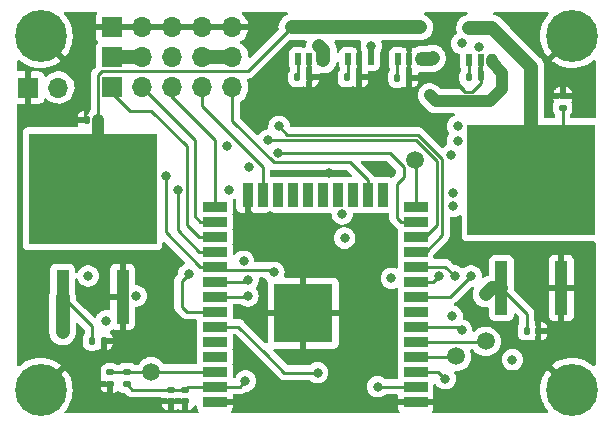
<source format=gbr>
%TF.GenerationSoftware,KiCad,Pcbnew,(6.0.0-0)*%
%TF.CreationDate,2022-04-22T00:51:05+02:00*%
%TF.ProjectId,ProtoBoard,50726f74-6f42-46f6-9172-642e6b696361,rev?*%
%TF.SameCoordinates,Original*%
%TF.FileFunction,Copper,L4,Bot*%
%TF.FilePolarity,Positive*%
%FSLAX46Y46*%
G04 Gerber Fmt 4.6, Leading zero omitted, Abs format (unit mm)*
G04 Created by KiCad (PCBNEW (6.0.0-0)) date 2022-04-22 00:51:05*
%MOMM*%
%LPD*%
G01*
G04 APERTURE LIST*
G04 Aperture macros list*
%AMRoundRect*
0 Rectangle with rounded corners*
0 $1 Rounding radius*
0 $2 $3 $4 $5 $6 $7 $8 $9 X,Y pos of 4 corners*
0 Add a 4 corners polygon primitive as box body*
4,1,4,$2,$3,$4,$5,$6,$7,$8,$9,$2,$3,0*
0 Add four circle primitives for the rounded corners*
1,1,$1+$1,$2,$3*
1,1,$1+$1,$4,$5*
1,1,$1+$1,$6,$7*
1,1,$1+$1,$8,$9*
0 Add four rect primitives between the rounded corners*
20,1,$1+$1,$2,$3,$4,$5,0*
20,1,$1+$1,$4,$5,$6,$7,0*
20,1,$1+$1,$6,$7,$8,$9,0*
20,1,$1+$1,$8,$9,$2,$3,0*%
G04 Aperture macros list end*
%TA.AperFunction,ComponentPad*%
%ADD10R,1.700000X1.700000*%
%TD*%
%TA.AperFunction,ComponentPad*%
%ADD11O,1.700000X1.700000*%
%TD*%
%TA.AperFunction,ComponentPad*%
%ADD12C,4.400000*%
%TD*%
%TA.AperFunction,SMDPad,CuDef*%
%ADD13RoundRect,0.140000X-0.140000X-0.170000X0.140000X-0.170000X0.140000X0.170000X-0.140000X0.170000X0*%
%TD*%
%TA.AperFunction,SMDPad,CuDef*%
%ADD14R,2.000000X0.900000*%
%TD*%
%TA.AperFunction,SMDPad,CuDef*%
%ADD15R,0.900000X2.000000*%
%TD*%
%TA.AperFunction,SMDPad,CuDef*%
%ADD16R,5.000000X5.000000*%
%TD*%
%TA.AperFunction,SMDPad,CuDef*%
%ADD17C,1.500000*%
%TD*%
%TA.AperFunction,SMDPad,CuDef*%
%ADD18RoundRect,0.140000X-0.170000X0.140000X-0.170000X-0.140000X0.170000X-0.140000X0.170000X0.140000X0*%
%TD*%
%TA.AperFunction,SMDPad,CuDef*%
%ADD19RoundRect,0.135000X0.135000X0.185000X-0.135000X0.185000X-0.135000X-0.185000X0.135000X-0.185000X0*%
%TD*%
%TA.AperFunction,SMDPad,CuDef*%
%ADD20R,0.508000X1.003300*%
%TD*%
%TA.AperFunction,SMDPad,CuDef*%
%ADD21RoundRect,0.140000X0.170000X-0.140000X0.170000X0.140000X-0.170000X0.140000X-0.170000X-0.140000X0*%
%TD*%
%TA.AperFunction,SMDPad,CuDef*%
%ADD22RoundRect,0.135000X0.185000X-0.135000X0.185000X0.135000X-0.185000X0.135000X-0.185000X-0.135000X0*%
%TD*%
%TA.AperFunction,SMDPad,CuDef*%
%ADD23R,1.100000X4.600000*%
%TD*%
%TA.AperFunction,SMDPad,CuDef*%
%ADD24R,10.800000X9.400000*%
%TD*%
%TA.AperFunction,SMDPad,CuDef*%
%ADD25RoundRect,0.140000X0.140000X0.170000X-0.140000X0.170000X-0.140000X-0.170000X0.140000X-0.170000X0*%
%TD*%
%TA.AperFunction,ViaPad*%
%ADD26C,0.800000*%
%TD*%
%TA.AperFunction,Conductor*%
%ADD27C,0.250000*%
%TD*%
%TA.AperFunction,Conductor*%
%ADD28C,1.200000*%
%TD*%
%TA.AperFunction,Conductor*%
%ADD29C,1.000000*%
%TD*%
%TA.AperFunction,Conductor*%
%ADD30C,0.500000*%
%TD*%
G04 APERTURE END LIST*
D10*
%TO.P,J8,1,Pin_1*%
%TO.N,/Servo1*%
X66075000Y-66880000D03*
D11*
%TO.P,J8,2,Pin_2*%
%TO.N,/Servo2*%
X68615000Y-66880000D03*
%TO.P,J8,3,Pin_3*%
%TO.N,/Servo3*%
X71155000Y-66880000D03*
%TO.P,J8,4,Pin_4*%
%TO.N,/Servo4*%
X73695000Y-66880000D03*
%TO.P,J8,5,Pin_5*%
%TO.N,/Servo5*%
X76235000Y-66880000D03*
%TD*%
D10*
%TO.P,J1,1,Pin_1*%
%TO.N,GND*%
X58975000Y-66900000D03*
D11*
%TO.P,J1,2,Pin_2*%
%TO.N,+BATT*%
X61515000Y-66900000D03*
%TD*%
D12*
%TO.P,H1,1,1*%
%TO.N,GND*%
X60000000Y-62550000D03*
%TD*%
D10*
%TO.P,J6,1,Pin_1*%
%TO.N,/POWER2*%
X66075000Y-64340000D03*
D11*
%TO.P,J6,2,Pin_2*%
X68615000Y-64340000D03*
%TO.P,J6,3,Pin_3*%
%TO.N,/POWER3*%
X71155000Y-64340000D03*
%TO.P,J6,4,Pin_4*%
%TO.N,/POWER1*%
X73695000Y-64340000D03*
%TO.P,J6,5,Pin_5*%
X76235000Y-64340000D03*
%TD*%
D10*
%TO.P,J5,1,Pin_1*%
%TO.N,GND*%
X66075000Y-61800000D03*
D11*
%TO.P,J5,2,Pin_2*%
X68615000Y-61800000D03*
%TO.P,J5,3,Pin_3*%
X71155000Y-61800000D03*
%TO.P,J5,4,Pin_4*%
X73695000Y-61800000D03*
%TO.P,J5,5,Pin_5*%
X76235000Y-61800000D03*
%TD*%
D12*
%TO.P,H4,1,1*%
%TO.N,GND*%
X60000000Y-92500000D03*
%TD*%
%TO.P,H3,1,1*%
%TO.N,GND*%
X105000000Y-62550000D03*
%TD*%
%TO.P,H2,1,1*%
%TO.N,GND*%
X105000000Y-92500000D03*
%TD*%
D13*
%TO.P,C6,1*%
%TO.N,+BATT*%
X64370000Y-88350000D03*
%TO.P,C6,2*%
%TO.N,GND*%
X65330000Y-88350000D03*
%TD*%
D14*
%TO.P,U1,1,GND*%
%TO.N,GND*%
X74750000Y-93505000D03*
%TO.P,U1,2,VDD*%
%TO.N,+3V3*%
X74750000Y-92235000D03*
%TO.P,U1,3,EN*%
%TO.N,/EN*%
X74750000Y-90965000D03*
%TO.P,U1,4,SENSOR_VP*%
%TO.N,unconnected-(U1-Pad4)*%
X74750000Y-89695000D03*
%TO.P,U1,5,SENSOR_VN*%
%TO.N,unconnected-(U1-Pad5)*%
X74750000Y-88425000D03*
%TO.P,U1,6,IO34*%
%TO.N,/COM2*%
X74750000Y-87155000D03*
%TO.P,U1,7,IO35*%
%TO.N,/COM1*%
X74750000Y-85885000D03*
%TO.P,U1,8,IO32*%
%TO.N,/SEL3*%
X74750000Y-84615000D03*
%TO.P,U1,9,IO33*%
%TO.N,/SEL4*%
X74750000Y-83345000D03*
%TO.P,U1,10,IO25*%
%TO.N,/SEL2*%
X74750000Y-82075000D03*
%TO.P,U1,11,IO26*%
%TO.N,/SEL1*%
X74750000Y-80805000D03*
%TO.P,U1,12,IO27*%
%TO.N,/Servo1*%
X74750000Y-79535000D03*
%TO.P,U1,13,IO14*%
%TO.N,/Servo2*%
X74750000Y-78265000D03*
%TO.P,U1,14,IO12*%
%TO.N,/Servo3*%
X74750000Y-76995000D03*
D15*
%TO.P,U1,15,GND*%
%TO.N,GND*%
X77535000Y-75995000D03*
%TO.P,U1,16,IO13*%
%TO.N,/Servo4*%
X78805000Y-75995000D03*
%TO.P,U1,17,SHD/SD2*%
%TO.N,unconnected-(U1-Pad17)*%
X80075000Y-75995000D03*
%TO.P,U1,18,SWP/SD3*%
%TO.N,unconnected-(U1-Pad18)*%
X81345000Y-75995000D03*
%TO.P,U1,19,SCS/CMD*%
%TO.N,unconnected-(U1-Pad19)*%
X82615000Y-75995000D03*
%TO.P,U1,20,SCK/CLK*%
%TO.N,unconnected-(U1-Pad20)*%
X83885000Y-75995000D03*
%TO.P,U1,21,SDO/SD0*%
%TO.N,unconnected-(U1-Pad21)*%
X85155000Y-75995000D03*
%TO.P,U1,22,SDI/SD1*%
%TO.N,unconnected-(U1-Pad22)*%
X86425000Y-75995000D03*
%TO.P,U1,23,IO15*%
%TO.N,/Servo5*%
X87695000Y-75995000D03*
%TO.P,U1,24,IO2*%
%TO.N,unconnected-(U1-Pad24)*%
X88965000Y-75995000D03*
D14*
%TO.P,U1,25,IO0*%
%TO.N,/BOOT0*%
X91750000Y-76995000D03*
%TO.P,U1,26,IO4*%
%TO.N,/LRA6*%
X91750000Y-78265000D03*
%TO.P,U1,27,IO16*%
%TO.N,/LRA5*%
X91750000Y-79535000D03*
%TO.P,U1,28,IO17*%
%TO.N,/LRA4*%
X91750000Y-80805000D03*
%TO.P,U1,29,IO5*%
%TO.N,/LRA2*%
X91750000Y-82075000D03*
%TO.P,U1,30,IO18*%
%TO.N,/LRA1*%
X91750000Y-83345000D03*
%TO.P,U1,31,IO19*%
%TO.N,/LRA3*%
X91750000Y-84615000D03*
%TO.P,U1,32,NC*%
%TO.N,unconnected-(U1-Pad32)*%
X91750000Y-85885000D03*
%TO.P,U1,33,IO21*%
%TO.N,/I2C_SDA*%
X91750000Y-87155000D03*
%TO.P,U1,34,RXD0/IO3*%
%TO.N,/RXD0*%
X91750000Y-88425000D03*
%TO.P,U1,35,TXD0/IO1*%
%TO.N,/TXD0*%
X91750000Y-89695000D03*
%TO.P,U1,36,IO22*%
%TO.N,/I2C_SCL*%
X91750000Y-90965000D03*
%TO.P,U1,37,IO23*%
%TO.N,/RGB*%
X91750000Y-92235000D03*
%TO.P,U1,38,GND*%
%TO.N,GND*%
X91750000Y-93505000D03*
D16*
%TO.P,U1,39,GND*%
X82250000Y-86005000D03*
%TD*%
D17*
%TO.P,TP3,1,1*%
%TO.N,/TXD0*%
X95200000Y-89650000D03*
%TD*%
D18*
%TO.P,C4,1*%
%TO.N,+3V3*%
X71050000Y-92470000D03*
%TO.P,C4,2*%
%TO.N,GND*%
X71050000Y-93430000D03*
%TD*%
D13*
%TO.P,C8,1*%
%TO.N,+BATT*%
X101170000Y-87500000D03*
%TO.P,C8,2*%
%TO.N,GND*%
X102130000Y-87500000D03*
%TD*%
D17*
%TO.P,TP2,1,1*%
%TO.N,/RXD0*%
X97700000Y-88400000D03*
%TD*%
D19*
%TO.P,R10,1*%
%TO.N,GND*%
X86960000Y-66050000D03*
%TO.P,R10,2*%
%TO.N,Net-(R10-Pad2)*%
X85940000Y-66050000D03*
%TD*%
D18*
%TO.P,C3,1*%
%TO.N,+3V3*%
X72250000Y-92470000D03*
%TO.P,C3,2*%
%TO.N,GND*%
X72250000Y-93430000D03*
%TD*%
D20*
%TO.P,U8,1,OUT*%
%TO.N,/POWER3*%
X87950001Y-64502550D03*
%TO.P,U8,2,GND*%
%TO.N,GND*%
X87000000Y-64502550D03*
%TO.P,U8,3,ISET*%
%TO.N,Net-(R10-Pad2)*%
X86049999Y-64502550D03*
%TO.P,U8,4,EN*%
%TO.N,+5V*%
X86049999Y-61797450D03*
%TO.P,U8,5,IN*%
X87950001Y-61797450D03*
%TD*%
D17*
%TO.P,TP4,1,1*%
%TO.N,/BOOT0*%
X91700000Y-73050000D03*
%TD*%
D21*
%TO.P,C9,1*%
%TO.N,+3V3*%
X104200000Y-68600000D03*
%TO.P,C9,2*%
%TO.N,GND*%
X104200000Y-67640000D03*
%TD*%
D19*
%TO.P,R12,1*%
%TO.N,GND*%
X91210000Y-66100000D03*
%TO.P,R12,2*%
%TO.N,Net-(R12-Pad2)*%
X90190000Y-66100000D03*
%TD*%
D20*
%TO.P,U10,1,OUT*%
%TO.N,/POWER1*%
X92150001Y-64502550D03*
%TO.P,U10,2,GND*%
%TO.N,GND*%
X91200000Y-64502550D03*
%TO.P,U10,3,ISET*%
%TO.N,Net-(R12-Pad2)*%
X90249999Y-64502550D03*
%TO.P,U10,4,EN*%
%TO.N,+5V*%
X90249999Y-61797450D03*
%TO.P,U10,5,IN*%
X92150001Y-61797450D03*
%TD*%
%TO.P,U9,1,OUT*%
%TO.N,/POWER2*%
X83700001Y-64502550D03*
%TO.P,U9,2,GND*%
%TO.N,GND*%
X82750000Y-64502550D03*
%TO.P,U9,3,ISET*%
%TO.N,Net-(R11-Pad2)*%
X81799999Y-64502550D03*
%TO.P,U9,4,EN*%
%TO.N,+5V*%
X81799999Y-61797450D03*
%TO.P,U9,5,IN*%
X83700001Y-61797450D03*
%TD*%
D22*
%TO.P,R8,1*%
%TO.N,+3V3*%
X67300000Y-92010000D03*
%TO.P,R8,2*%
%TO.N,/EN*%
X67300000Y-90990000D03*
%TD*%
D17*
%TO.P,TP1,1,1*%
%TO.N,/EN*%
X69350000Y-91000000D03*
%TD*%
D19*
%TO.P,R11,1*%
%TO.N,GND*%
X82760000Y-66050000D03*
%TO.P,R11,2*%
%TO.N,Net-(R11-Pad2)*%
X81740000Y-66050000D03*
%TD*%
D23*
%TO.P,U6,1,GND*%
%TO.N,GND*%
X104090000Y-83875000D03*
D24*
%TO.P,U6,2,VO*%
%TO.N,+3V3*%
X101550000Y-74725000D03*
D23*
%TO.P,U6,3,VI*%
%TO.N,+BATT*%
X99010000Y-83875000D03*
%TD*%
D21*
%TO.P,C2,1*%
%TO.N,GND*%
X65900000Y-91980000D03*
%TO.P,C2,2*%
%TO.N,/EN*%
X65900000Y-91020000D03*
%TD*%
D23*
%TO.P,U3,1,GND*%
%TO.N,GND*%
X66940000Y-84625000D03*
D24*
%TO.P,U3,2,VO*%
%TO.N,+5V*%
X64400000Y-75475000D03*
D23*
%TO.P,U3,3,VI*%
%TO.N,+BATT*%
X61860000Y-84625000D03*
%TD*%
D25*
%TO.P,C7,1*%
%TO.N,+5V*%
X64880000Y-69650000D03*
%TO.P,C7,2*%
%TO.N,GND*%
X63920000Y-69650000D03*
%TD*%
D19*
%TO.P,R9,1*%
%TO.N,GND*%
X97260000Y-66050000D03*
%TO.P,R9,2*%
%TO.N,Net-(R9-Pad2)*%
X96240000Y-66050000D03*
%TD*%
D20*
%TO.P,U7,1,OUT*%
%TO.N,/POWER4*%
X98200001Y-64552550D03*
%TO.P,U7,2,GND*%
%TO.N,GND*%
X97250000Y-64552550D03*
%TO.P,U7,3,ISET*%
%TO.N,Net-(R9-Pad2)*%
X96299999Y-64552550D03*
%TO.P,U7,4,EN*%
%TO.N,+3V3*%
X96299999Y-61847450D03*
%TO.P,U7,5,IN*%
X98200001Y-61847450D03*
%TD*%
D26*
%TO.N,GND*%
X79450000Y-77750000D03*
X89700200Y-74100000D03*
X97650000Y-91450000D03*
X65000000Y-89450000D03*
X94400000Y-65750000D03*
X84450000Y-74100000D03*
%TO.N,+3V3*%
X64025500Y-82850000D03*
X104625000Y-72625000D03*
X77184800Y-81615200D03*
X75782500Y-71850000D03*
X100101000Y-63748700D03*
X77350000Y-91750000D03*
X85550000Y-77594502D03*
X99950000Y-89950000D03*
X98250000Y-70750000D03*
%TO.N,+BATT*%
X61860000Y-87630000D03*
X85750000Y-79650000D03*
X97700000Y-84400000D03*
%TO.N,/RGB*%
X88535000Y-92235000D03*
%TO.N,/I2C_SDA*%
X95650000Y-87450000D03*
X97100000Y-63451400D03*
%TO.N,/I2C_SCL*%
X95650000Y-63150000D03*
X94250000Y-91550000D03*
%TO.N,/POWER3*%
X88000000Y-63400000D03*
%TO.N,/POWER2*%
X83600000Y-63350000D03*
%TO.N,/POWER1*%
X93200000Y-64400000D03*
%TO.N,/POWER4*%
X92950000Y-67550000D03*
%TO.N,/COM1*%
X75950000Y-75550000D03*
X72562299Y-82662299D03*
%TO.N,/COM2*%
X83450000Y-91050000D03*
%TO.N,/SEL3*%
X94950000Y-75850000D03*
X77550000Y-84550000D03*
X65550000Y-86650000D03*
%TO.N,/SEL4*%
X77670300Y-73659400D03*
X94950000Y-76950000D03*
X77550000Y-83200000D03*
X68089502Y-84550000D03*
%TO.N,/SEL2*%
X70600000Y-74400000D03*
X94850000Y-86250000D03*
X79750000Y-82550000D03*
%TO.N,/SEL1*%
X71600000Y-75550000D03*
X89700000Y-83050000D03*
%TO.N,/LRA6*%
X80112299Y-72487701D03*
%TO.N,/LRA5*%
X79250000Y-71350000D03*
%TO.N,/LRA4*%
X80200000Y-70200000D03*
%TO.N,/LRA3*%
X95300000Y-70200000D03*
X96450000Y-82850000D03*
%TO.N,/LRA2*%
X95300000Y-71400000D03*
X95050000Y-82850000D03*
%TO.N,/LRA1*%
X93750000Y-82850000D03*
X94789400Y-72611400D03*
%TD*%
D27*
%TO.N,GND*%
X87000000Y-64502600D02*
X87000000Y-66010000D01*
X91200000Y-66090000D02*
X91210000Y-66100000D01*
X77535000Y-77245000D02*
X78040000Y-77750000D01*
X87000000Y-66010000D02*
X86960000Y-66050000D01*
X97250000Y-66040000D02*
X97260000Y-66050000D01*
X82750000Y-64502600D02*
X82750000Y-66040000D01*
X96500000Y-67250000D02*
X95900000Y-67250000D01*
X65330000Y-88350000D02*
X65330000Y-89120000D01*
X97260000Y-66490000D02*
X96500000Y-67250000D01*
X82750000Y-66040000D02*
X82760000Y-66050000D01*
X77535000Y-75995000D02*
X77535000Y-77245000D01*
X91200000Y-64502600D02*
X91200000Y-66090000D01*
X97260000Y-66050000D02*
X97260000Y-66490000D01*
X95900000Y-67250000D02*
X94400000Y-65750000D01*
X97250000Y-64552600D02*
X97250000Y-66040000D01*
X78040000Y-77750000D02*
X79450000Y-77750000D01*
X65330000Y-89120000D02*
X65000000Y-89450000D01*
%TO.N,+3V3*%
X72485000Y-92235000D02*
X72250000Y-92470000D01*
D28*
X101550000Y-74725000D02*
X101550000Y-65197400D01*
D27*
X76865000Y-92235000D02*
X77350000Y-91750000D01*
X104200000Y-72075000D02*
X102875000Y-73400000D01*
X102875000Y-73400000D02*
X101550000Y-74725000D01*
X67760000Y-92470000D02*
X67300000Y-92010000D01*
X74750000Y-92235000D02*
X72485000Y-92235000D01*
X74750000Y-92235000D02*
X76865000Y-92235000D01*
X71050000Y-92470000D02*
X72250000Y-92470000D01*
D28*
X100101000Y-63748700D02*
X98200000Y-61847400D01*
D27*
X104200000Y-68600000D02*
X104200000Y-72075000D01*
D28*
X101550000Y-65197400D02*
X100101000Y-63748700D01*
D27*
X71050000Y-92470000D02*
X67760000Y-92470000D01*
D28*
X98200000Y-61847400D02*
X96300000Y-61847400D01*
%TO.N,+BATT*%
X99010000Y-83875000D02*
X98225000Y-83875000D01*
D27*
X101170000Y-87500000D02*
X101170000Y-86035000D01*
X64370000Y-88350000D02*
X64370000Y-87135000D01*
X101170000Y-86035000D02*
X99010000Y-83875000D01*
D28*
X98225000Y-83875000D02*
X97700000Y-84400000D01*
X61860000Y-84625000D02*
X61860000Y-87630000D01*
D27*
X64370000Y-87135000D02*
X61860000Y-84625000D01*
D29*
%TO.N,+5V*%
X64400000Y-75475000D02*
X64899500Y-74975500D01*
D27*
X65217100Y-65515400D02*
X64880000Y-65852500D01*
X64880000Y-72293200D02*
X64880000Y-69650000D01*
X64880000Y-65852500D02*
X64880000Y-69650000D01*
D28*
X87950000Y-61797400D02*
X86050000Y-61797400D01*
X92150000Y-61797400D02*
X90250000Y-61797400D01*
X86050000Y-61797400D02*
X83700000Y-61797400D01*
D27*
X77534600Y-65515400D02*
X65217100Y-65515400D01*
D28*
X83700000Y-61797400D02*
X81800000Y-61797400D01*
D27*
X64899500Y-72312700D02*
X64880000Y-72293200D01*
X81252600Y-61797400D02*
X77534600Y-65515400D01*
D28*
X81800000Y-61797400D02*
X81252600Y-61797400D01*
X90250000Y-61797400D02*
X87950000Y-61797400D01*
D29*
X64899500Y-74975500D02*
X64899500Y-72312700D01*
X64899500Y-72312700D02*
X64899500Y-69650000D01*
D27*
%TO.N,/RGB*%
X91750000Y-92235000D02*
X88535000Y-92235000D01*
%TO.N,/I2C_SDA*%
X91750000Y-87155000D02*
X95355000Y-87155000D01*
X95355000Y-87155000D02*
X95650000Y-87450000D01*
%TO.N,/I2C_SCL*%
X93665000Y-90965000D02*
X94250000Y-91550000D01*
X91750000Y-90965000D02*
X93665000Y-90965000D01*
%TO.N,/Servo1*%
X74750000Y-79535000D02*
X73385000Y-79535000D01*
X69350000Y-68850000D02*
X67600000Y-68850000D01*
X67600000Y-68850000D02*
X66075000Y-67325000D01*
X72375000Y-78525000D02*
X72375000Y-71875000D01*
X72375000Y-71875000D02*
X69350000Y-68850000D01*
X66075000Y-67325000D02*
X66075000Y-66880000D01*
X73385000Y-79535000D02*
X72375000Y-78525000D01*
%TO.N,/Servo2*%
X73500000Y-78265000D02*
X73042500Y-77807500D01*
X73042500Y-77807500D02*
X73042500Y-71307500D01*
X73042500Y-71307500D02*
X68615000Y-66880000D01*
X74750000Y-78265000D02*
X73500000Y-78265000D01*
%TO.N,/Servo3*%
X74750000Y-71350000D02*
X71205000Y-67805000D01*
X71205000Y-67805000D02*
X71155000Y-67805000D01*
X74750000Y-76995000D02*
X74750000Y-71350000D01*
X71155000Y-67805000D02*
X71155000Y-66880000D01*
%TO.N,/Servo4*%
X73695000Y-68495000D02*
X78805000Y-73605000D01*
X78805000Y-73605000D02*
X78805000Y-75995000D01*
X73695000Y-66880000D02*
X73695000Y-68495000D01*
%TO.N,/EN*%
X74750000Y-90965000D02*
X69385000Y-90965000D01*
X67300000Y-90990000D02*
X67270000Y-91020000D01*
X67270000Y-91020000D02*
X65900000Y-91020000D01*
X69385000Y-90965000D02*
X69350000Y-91000000D01*
X69350000Y-91000000D02*
X67310000Y-91000000D01*
X67310000Y-91000000D02*
X67300000Y-90990000D01*
%TO.N,/TXD0*%
X95155000Y-89695000D02*
X95200000Y-89650000D01*
X91750000Y-89695000D02*
X95155000Y-89695000D01*
%TO.N,/RXD0*%
X97675000Y-88425000D02*
X97700000Y-88400000D01*
X91750000Y-88425000D02*
X97675000Y-88425000D01*
%TO.N,/BOOT0*%
X91750000Y-73100000D02*
X91700000Y-73050000D01*
X91750000Y-76995000D02*
X91750000Y-73100000D01*
D30*
%TO.N,/POWER3*%
X87950000Y-63450000D02*
X88000000Y-63400000D01*
X87950000Y-64502500D02*
X87950000Y-63450000D01*
D27*
%TO.N,Net-(R9-Pad2)*%
X96300000Y-64552600D02*
X96300000Y-64552500D01*
X96300000Y-65990000D02*
X96240000Y-66050000D01*
X96300000Y-64552600D02*
X96300000Y-65990000D01*
%TO.N,Net-(R10-Pad2)*%
X86050000Y-64502600D02*
X86050000Y-64502500D01*
X86050000Y-64502600D02*
X86050000Y-65940000D01*
X86050000Y-65940000D02*
X85940000Y-66050000D01*
%TO.N,Net-(R11-Pad2)*%
X81800000Y-64502600D02*
X81800000Y-64502500D01*
X81800000Y-64502600D02*
X81800000Y-65990000D01*
X81800000Y-65990000D02*
X81740000Y-66050000D01*
D28*
%TO.N,/POWER2*%
X68615000Y-64340000D02*
X66075000Y-64340000D01*
D27*
X83950000Y-64150000D02*
X83700000Y-64400000D01*
X83700000Y-64400000D02*
X83700000Y-64502500D01*
D28*
X83600000Y-63350000D02*
X83950000Y-63700000D01*
X83950000Y-64150000D02*
X83950000Y-64600000D01*
X83950000Y-63700000D02*
X83950000Y-64150000D01*
%TO.N,/POWER1*%
X93097400Y-64502600D02*
X92253500Y-64502600D01*
D27*
X92150100Y-64502600D02*
X92150000Y-64502500D01*
D28*
X93200000Y-64400000D02*
X93097400Y-64502600D01*
X73695000Y-64340000D02*
X76235000Y-64340000D01*
D27*
X92253500Y-64502600D02*
X92150100Y-64502600D01*
%TO.N,/POWER4*%
X98200000Y-64649500D02*
X98200000Y-64552500D01*
D29*
X98203500Y-64753500D02*
X98203500Y-64653000D01*
X99100000Y-67000000D02*
X99100000Y-65650000D01*
X93474520Y-68074520D02*
X98025480Y-68074520D01*
D27*
X98203500Y-64653000D02*
X98200000Y-64649500D01*
D29*
X99100000Y-65650000D02*
X98203500Y-64753500D01*
X98203500Y-64653000D02*
X98203500Y-64552600D01*
X98025480Y-68074520D02*
X99100000Y-67000000D01*
X92950000Y-67550000D02*
X93474520Y-68074520D01*
D27*
%TO.N,Net-(R12-Pad2)*%
X90190000Y-66100000D02*
X90190000Y-64562500D01*
%TO.N,/COM1*%
X71950000Y-83274598D02*
X71950000Y-85450000D01*
X72562299Y-82662299D02*
X71950000Y-83274598D01*
X72385000Y-85885000D02*
X71950000Y-85450000D01*
X74750000Y-85885000D02*
X72385000Y-85885000D01*
%TO.N,/COM2*%
X80650000Y-91050000D02*
X83450000Y-91050000D01*
X74750000Y-87155000D02*
X76755000Y-87155000D01*
X76755000Y-87155000D02*
X79050000Y-89450000D01*
X79050000Y-89450000D02*
X80650000Y-91050000D01*
%TO.N,/SEL3*%
X74750000Y-84615000D02*
X77485000Y-84615000D01*
X77485000Y-84615000D02*
X77550000Y-84550000D01*
%TO.N,/SEL4*%
X77405000Y-83345000D02*
X77550000Y-83200000D01*
X74750000Y-83345000D02*
X77405000Y-83345000D01*
%TO.N,/SEL2*%
X75014711Y-82339711D02*
X79539711Y-82339711D01*
X70600000Y-79175000D02*
X73500000Y-82075000D01*
X70600000Y-74400000D02*
X70600000Y-79175000D01*
X79539711Y-82339711D02*
X79750000Y-82550000D01*
X73500000Y-82075000D02*
X74750000Y-82075000D01*
X74750000Y-82075000D02*
X75014711Y-82339711D01*
%TO.N,/SEL1*%
X73455000Y-80805000D02*
X71600000Y-78950000D01*
X71600000Y-78950000D02*
X71600000Y-75550000D01*
X74750000Y-80805000D02*
X73455000Y-80805000D01*
%TO.N,/Servo5*%
X87695000Y-74745000D02*
X86175000Y-73225000D01*
X86175000Y-73225000D02*
X79725000Y-73225000D01*
X79725000Y-73225000D02*
X76235000Y-69735000D01*
X76235000Y-69735000D02*
X76235000Y-66880000D01*
X87695000Y-75995000D02*
X87695000Y-74745000D01*
%TO.N,/LRA6*%
X90750000Y-73650000D02*
X89550000Y-72450000D01*
X90500000Y-78265000D02*
X90150000Y-77915000D01*
X90750000Y-74450000D02*
X90750000Y-73650000D01*
X89550000Y-72450000D02*
X80150000Y-72450000D01*
X80150000Y-72450000D02*
X80112299Y-72487701D01*
X90150000Y-75050000D02*
X90750000Y-74450000D01*
X90150000Y-77915000D02*
X90150000Y-75050000D01*
X91750000Y-78265000D02*
X90500000Y-78265000D01*
%TO.N,/LRA5*%
X91764182Y-71350000D02*
X79250000Y-71350000D01*
X92565000Y-79535000D02*
X93550000Y-78550000D01*
X91750000Y-79535000D02*
X92565000Y-79535000D01*
X93550000Y-78550000D02*
X93550000Y-73135818D01*
X93550000Y-73135818D02*
X91764182Y-71350000D01*
%TO.N,/LRA4*%
X93999520Y-72949620D02*
X91950380Y-70900480D01*
X93999520Y-79400480D02*
X93999520Y-72949620D01*
X91950380Y-70900480D02*
X80900480Y-70900480D01*
X80900480Y-70900480D02*
X80200000Y-70200000D01*
X92595000Y-80805000D02*
X93999520Y-79400480D01*
X91750000Y-80805000D02*
X92595000Y-80805000D01*
%TO.N,/LRA3*%
X94685000Y-84615000D02*
X91750000Y-84615000D01*
X96450000Y-82850000D02*
X94685000Y-84615000D01*
%TO.N,/LRA2*%
X94275000Y-82075000D02*
X91750000Y-82075000D01*
X95050000Y-82850000D02*
X94275000Y-82075000D01*
%TO.N,/LRA1*%
X91750000Y-83345000D02*
X93255000Y-83345000D01*
X93255000Y-83345000D02*
X93750000Y-82850000D01*
%TD*%
%TA.AperFunction,Conductor*%
%TO.N,GND*%
G36*
X64738823Y-60528002D02*
G01*
X64785316Y-60581658D01*
X64795420Y-60651932D01*
X64781222Y-60694509D01*
X64771677Y-60711942D01*
X64726522Y-60832394D01*
X64722895Y-60847649D01*
X64717369Y-60898514D01*
X64717000Y-60905328D01*
X64717000Y-61527885D01*
X64721475Y-61543124D01*
X64722865Y-61544329D01*
X64730548Y-61546000D01*
X77553344Y-61546000D01*
X77566875Y-61542027D01*
X77568180Y-61532947D01*
X77526214Y-61365875D01*
X77522894Y-61356124D01*
X77437972Y-61160814D01*
X77433105Y-61151739D01*
X77317426Y-60972926D01*
X77311136Y-60964757D01*
X77167806Y-60807240D01*
X77160273Y-60800216D01*
X77075013Y-60732882D01*
X77033950Y-60674965D01*
X77030718Y-60604042D01*
X77066343Y-60542631D01*
X77129514Y-60510228D01*
X77153105Y-60508000D01*
X80832868Y-60508000D01*
X80900989Y-60528002D01*
X80947482Y-60581658D01*
X80957586Y-60651932D01*
X80928092Y-60716512D01*
X80868337Y-60754905D01*
X80839066Y-60763492D01*
X80833739Y-60766236D01*
X80833738Y-60766236D01*
X80656351Y-60857596D01*
X80656348Y-60857598D01*
X80651020Y-60860342D01*
X80484680Y-60991004D01*
X80480748Y-60995535D01*
X80480745Y-60995538D01*
X80412074Y-61074675D01*
X80346048Y-61150763D01*
X80343048Y-61155949D01*
X80343045Y-61155953D01*
X80276234Y-61271440D01*
X80240127Y-61333854D01*
X80170739Y-61533671D01*
X80169878Y-61539606D01*
X80169878Y-61539608D01*
X80161897Y-61594655D01*
X80140387Y-61743004D01*
X80147959Y-61906593D01*
X80149790Y-61946155D01*
X80132959Y-62015128D01*
X80113020Y-62041076D01*
X77806939Y-64347156D01*
X77744627Y-64381182D01*
X77673811Y-64376117D01*
X77616976Y-64333570D01*
X77592268Y-64268385D01*
X77591902Y-64263934D01*
X77579852Y-64117361D01*
X77525431Y-63900702D01*
X77436354Y-63695840D01*
X77371898Y-63596206D01*
X77317822Y-63512617D01*
X77317820Y-63512614D01*
X77315014Y-63508277D01*
X77164670Y-63343051D01*
X77160619Y-63339852D01*
X77160615Y-63339848D01*
X76993414Y-63207800D01*
X76993410Y-63207798D01*
X76989359Y-63204598D01*
X76947569Y-63181529D01*
X76897598Y-63131097D01*
X76882826Y-63061654D01*
X76907942Y-62995248D01*
X76935294Y-62968641D01*
X77110328Y-62843792D01*
X77118200Y-62837139D01*
X77269052Y-62686812D01*
X77275730Y-62678965D01*
X77400003Y-62506020D01*
X77405313Y-62497183D01*
X77499670Y-62306267D01*
X77503469Y-62296672D01*
X77565377Y-62092910D01*
X77567555Y-62082837D01*
X77568986Y-62071962D01*
X77566775Y-62057778D01*
X77553617Y-62054000D01*
X64735116Y-62054000D01*
X64719877Y-62058475D01*
X64718672Y-62059865D01*
X64717001Y-62067548D01*
X64717001Y-62694669D01*
X64717371Y-62701490D01*
X64722895Y-62752352D01*
X64726521Y-62767604D01*
X64771676Y-62888054D01*
X64780214Y-62903649D01*
X64847942Y-62994018D01*
X64872790Y-63060525D01*
X64857737Y-63129907D01*
X64847942Y-63145148D01*
X64834045Y-63163691D01*
X64774385Y-63243295D01*
X64723255Y-63379684D01*
X64716500Y-63441866D01*
X64716500Y-65067905D01*
X64696498Y-65136026D01*
X64679595Y-65157000D01*
X64487747Y-65348848D01*
X64479461Y-65356388D01*
X64472982Y-65360500D01*
X64467557Y-65366277D01*
X64426357Y-65410151D01*
X64423602Y-65412993D01*
X64403865Y-65432730D01*
X64401385Y-65435927D01*
X64393682Y-65444947D01*
X64363414Y-65477179D01*
X64359595Y-65484125D01*
X64359593Y-65484128D01*
X64353652Y-65494934D01*
X64342801Y-65511453D01*
X64330386Y-65527459D01*
X64327241Y-65534728D01*
X64327238Y-65534732D01*
X64312826Y-65568037D01*
X64307609Y-65578687D01*
X64286305Y-65617440D01*
X64284334Y-65625115D01*
X64284334Y-65625116D01*
X64281267Y-65637062D01*
X64274863Y-65655766D01*
X64272767Y-65660611D01*
X64266819Y-65674355D01*
X64265580Y-65682178D01*
X64265577Y-65682188D01*
X64259901Y-65718024D01*
X64257495Y-65729644D01*
X64248794Y-65763534D01*
X64246500Y-65772470D01*
X64246500Y-65792724D01*
X64244949Y-65812434D01*
X64241780Y-65832443D01*
X64242526Y-65840335D01*
X64245941Y-65876461D01*
X64246500Y-65888319D01*
X64246500Y-68728951D01*
X64226498Y-68797072D01*
X64188924Y-68834754D01*
X64178030Y-68841799D01*
X64174000Y-68850691D01*
X64174000Y-68899741D01*
X64153998Y-68967862D01*
X64144522Y-68980732D01*
X64117732Y-69012659D01*
X64063346Y-69077474D01*
X63968067Y-69250787D01*
X63966206Y-69256654D01*
X63966205Y-69256656D01*
X63912102Y-69427210D01*
X63905260Y-69437367D01*
X63905653Y-69462590D01*
X63900391Y-69509500D01*
X63891000Y-69593227D01*
X63891000Y-69778000D01*
X63870998Y-69846121D01*
X63817342Y-69892614D01*
X63765000Y-69904000D01*
X63151576Y-69904000D01*
X63136781Y-69908344D01*
X63134937Y-69918775D01*
X63136688Y-69928359D01*
X63178357Y-70071784D01*
X63186439Y-70090461D01*
X63195135Y-70160924D01*
X63164355Y-70224901D01*
X63103873Y-70262082D01*
X63070801Y-70266500D01*
X58951866Y-70266500D01*
X58889684Y-70273255D01*
X58753295Y-70324385D01*
X58636739Y-70411739D01*
X58549385Y-70528295D01*
X58498255Y-70664684D01*
X58491500Y-70726866D01*
X58491500Y-80223134D01*
X58498255Y-80285316D01*
X58549385Y-80421705D01*
X58636739Y-80538261D01*
X58753295Y-80625615D01*
X58889684Y-80676745D01*
X58951866Y-80683500D01*
X69848134Y-80683500D01*
X69910316Y-80676745D01*
X70046705Y-80625615D01*
X70163261Y-80538261D01*
X70250615Y-80421705D01*
X70301745Y-80285316D01*
X70308500Y-80223134D01*
X70308500Y-80083594D01*
X70328502Y-80015473D01*
X70382158Y-79968980D01*
X70452432Y-79958876D01*
X70517012Y-79988370D01*
X70523595Y-79994499D01*
X72179845Y-81650749D01*
X72213871Y-81713061D01*
X72208806Y-81783876D01*
X72166259Y-81840712D01*
X72142000Y-81854950D01*
X72111582Y-81868493D01*
X72111574Y-81868498D01*
X72105547Y-81871181D01*
X71951046Y-81983433D01*
X71946625Y-81988343D01*
X71946624Y-81988344D01*
X71857843Y-82086946D01*
X71823259Y-82125355D01*
X71727772Y-82290743D01*
X71668757Y-82472371D01*
X71668067Y-82478932D01*
X71668067Y-82478934D01*
X71651392Y-82637591D01*
X71624379Y-82703248D01*
X71615177Y-82713516D01*
X71557747Y-82770946D01*
X71549461Y-82778486D01*
X71542982Y-82782598D01*
X71537557Y-82788375D01*
X71496357Y-82832249D01*
X71493602Y-82835091D01*
X71473865Y-82854828D01*
X71471385Y-82858025D01*
X71463682Y-82867045D01*
X71433414Y-82899277D01*
X71429595Y-82906223D01*
X71429593Y-82906226D01*
X71423652Y-82917032D01*
X71412801Y-82933551D01*
X71400386Y-82949557D01*
X71397241Y-82956826D01*
X71397238Y-82956830D01*
X71382826Y-82990135D01*
X71377609Y-83000785D01*
X71356305Y-83039538D01*
X71354334Y-83047213D01*
X71354334Y-83047214D01*
X71351267Y-83059160D01*
X71344863Y-83077864D01*
X71336819Y-83096453D01*
X71335580Y-83104276D01*
X71335577Y-83104286D01*
X71329901Y-83140122D01*
X71327495Y-83151742D01*
X71318472Y-83186887D01*
X71316500Y-83194568D01*
X71316500Y-83214822D01*
X71314949Y-83234532D01*
X71311780Y-83254541D01*
X71312526Y-83262433D01*
X71315941Y-83298559D01*
X71316500Y-83310417D01*
X71316500Y-85371233D01*
X71315973Y-85382416D01*
X71314298Y-85389909D01*
X71314547Y-85397835D01*
X71314547Y-85397836D01*
X71316438Y-85457986D01*
X71316500Y-85461945D01*
X71316500Y-85489856D01*
X71316997Y-85493790D01*
X71316997Y-85493791D01*
X71317005Y-85493856D01*
X71317938Y-85505693D01*
X71319327Y-85549889D01*
X71322765Y-85561722D01*
X71324978Y-85569339D01*
X71328987Y-85588700D01*
X71331526Y-85608797D01*
X71334445Y-85616168D01*
X71334445Y-85616170D01*
X71347804Y-85649912D01*
X71351649Y-85661142D01*
X71360505Y-85691625D01*
X71363982Y-85703593D01*
X71368015Y-85710412D01*
X71368017Y-85710417D01*
X71374293Y-85721028D01*
X71382988Y-85738776D01*
X71390448Y-85757617D01*
X71395110Y-85764033D01*
X71395110Y-85764034D01*
X71416436Y-85793387D01*
X71422952Y-85803307D01*
X71445458Y-85841362D01*
X71459779Y-85855683D01*
X71472619Y-85870716D01*
X71484528Y-85887107D01*
X71516413Y-85913484D01*
X71518593Y-85915288D01*
X71527374Y-85923278D01*
X71881354Y-86277259D01*
X71888887Y-86285537D01*
X71893000Y-86292018D01*
X71898779Y-86297445D01*
X71898781Y-86297447D01*
X71942635Y-86338627D01*
X71945479Y-86341383D01*
X71965230Y-86361135D01*
X71968427Y-86363615D01*
X71977447Y-86371318D01*
X72009679Y-86401586D01*
X72016625Y-86405405D01*
X72016628Y-86405407D01*
X72027434Y-86411348D01*
X72043953Y-86422199D01*
X72059959Y-86434614D01*
X72067228Y-86437759D01*
X72067232Y-86437762D01*
X72100537Y-86452174D01*
X72111187Y-86457391D01*
X72149940Y-86478695D01*
X72157615Y-86480666D01*
X72157616Y-86480666D01*
X72169562Y-86483733D01*
X72188267Y-86490137D01*
X72206855Y-86498181D01*
X72214678Y-86499420D01*
X72214688Y-86499423D01*
X72250524Y-86505099D01*
X72262144Y-86507505D01*
X72297289Y-86516528D01*
X72304970Y-86518500D01*
X72325224Y-86518500D01*
X72344934Y-86520051D01*
X72364943Y-86523220D01*
X72372835Y-86522474D01*
X72408961Y-86519059D01*
X72420819Y-86518500D01*
X73116170Y-86518500D01*
X73184291Y-86538502D01*
X73230784Y-86592158D01*
X73241985Y-86651317D01*
X73241868Y-86653480D01*
X73241500Y-86656866D01*
X73241500Y-87653134D01*
X73248255Y-87715316D01*
X73259672Y-87745771D01*
X73264855Y-87816577D01*
X73259674Y-87834224D01*
X73248255Y-87864684D01*
X73241500Y-87926866D01*
X73241500Y-88923134D01*
X73248255Y-88985316D01*
X73259672Y-89015771D01*
X73264855Y-89086577D01*
X73259674Y-89104224D01*
X73248255Y-89134684D01*
X73241500Y-89196866D01*
X73241500Y-90193134D01*
X73241868Y-90196520D01*
X73241985Y-90198683D01*
X73225698Y-90267786D01*
X73174636Y-90317114D01*
X73116170Y-90331500D01*
X70483846Y-90331500D01*
X70415725Y-90311498D01*
X70380633Y-90277770D01*
X70368002Y-90259731D01*
X70317749Y-90187962D01*
X70162038Y-90032251D01*
X69981654Y-89905944D01*
X69782076Y-89812880D01*
X69569371Y-89755885D01*
X69350000Y-89736693D01*
X69130629Y-89755885D01*
X68917924Y-89812880D01*
X68824562Y-89856415D01*
X68723334Y-89903618D01*
X68723329Y-89903621D01*
X68718347Y-89905944D01*
X68713840Y-89909100D01*
X68713838Y-89909101D01*
X68542473Y-90029092D01*
X68542470Y-90029094D01*
X68537962Y-90032251D01*
X68382251Y-90187962D01*
X68379094Y-90192470D01*
X68379092Y-90192473D01*
X68376251Y-90196531D01*
X68313491Y-90286162D01*
X68294859Y-90312771D01*
X68239402Y-90357099D01*
X68191646Y-90366500D01*
X67955008Y-90366500D01*
X67886887Y-90346498D01*
X67885719Y-90345672D01*
X67882541Y-90342494D01*
X67875720Y-90338460D01*
X67875719Y-90338459D01*
X67749419Y-90263766D01*
X67749418Y-90263766D01*
X67742596Y-90259731D01*
X67734985Y-90257520D01*
X67734983Y-90257519D01*
X67592644Y-90216166D01*
X67592645Y-90216166D01*
X67586466Y-90214371D01*
X67580059Y-90213867D01*
X67580055Y-90213866D01*
X67552444Y-90211693D01*
X67552438Y-90211693D01*
X67549989Y-90211500D01*
X67300152Y-90211500D01*
X67050012Y-90211501D01*
X67013534Y-90214371D01*
X66938436Y-90236189D01*
X66865017Y-90257519D01*
X66865015Y-90257520D01*
X66857404Y-90259731D01*
X66850582Y-90263766D01*
X66850581Y-90263766D01*
X66738585Y-90330000D01*
X66717459Y-90342494D01*
X66710358Y-90349595D01*
X66708898Y-90350392D01*
X66705593Y-90352956D01*
X66705179Y-90352423D01*
X66648046Y-90383621D01*
X66621263Y-90386500D01*
X66541783Y-90386500D01*
X66473662Y-90366498D01*
X66473501Y-90366384D01*
X66470629Y-90363512D01*
X66463807Y-90359477D01*
X66463805Y-90359476D01*
X66336420Y-90284141D01*
X66336419Y-90284141D01*
X66329597Y-90280106D01*
X66321986Y-90277895D01*
X66321984Y-90277894D01*
X66256543Y-90258882D01*
X66172254Y-90234394D01*
X66165849Y-90233890D01*
X66165844Y-90233889D01*
X66137940Y-90231693D01*
X66137932Y-90231693D01*
X66135484Y-90231500D01*
X65664516Y-90231500D01*
X65662068Y-90231693D01*
X65662060Y-90231693D01*
X65634156Y-90233889D01*
X65634151Y-90233890D01*
X65627746Y-90234394D01*
X65543457Y-90258882D01*
X65478016Y-90277894D01*
X65478014Y-90277895D01*
X65470403Y-90280106D01*
X65463581Y-90284141D01*
X65463580Y-90284141D01*
X65336192Y-90359478D01*
X65329371Y-90363512D01*
X65213512Y-90479371D01*
X65130106Y-90620403D01*
X65084394Y-90777746D01*
X65083890Y-90784151D01*
X65083889Y-90784156D01*
X65083693Y-90786647D01*
X65081500Y-90814516D01*
X65081500Y-91225484D01*
X65081693Y-91227932D01*
X65081693Y-91227940D01*
X65083160Y-91246570D01*
X65084394Y-91262254D01*
X65130106Y-91419597D01*
X65134143Y-91426423D01*
X65140015Y-91436353D01*
X65157474Y-91505170D01*
X65140016Y-91564628D01*
X65134605Y-91573778D01*
X65128357Y-91588216D01*
X65093381Y-91708605D01*
X65093421Y-91722705D01*
X65100691Y-91726000D01*
X65378621Y-91726000D01*
X65442760Y-91743546D01*
X65470403Y-91759894D01*
X65478014Y-91762105D01*
X65478016Y-91762106D01*
X65528995Y-91776916D01*
X65627746Y-91805606D01*
X65634151Y-91806110D01*
X65634156Y-91806111D01*
X65662060Y-91808307D01*
X65662068Y-91808307D01*
X65664516Y-91808500D01*
X66028000Y-91808500D01*
X66096121Y-91828502D01*
X66142614Y-91882158D01*
X66154000Y-91934500D01*
X66154000Y-92748424D01*
X66158344Y-92763219D01*
X66168775Y-92765063D01*
X66178359Y-92763312D01*
X66321784Y-92721643D01*
X66336220Y-92715396D01*
X66463499Y-92640124D01*
X66475922Y-92630487D01*
X66494088Y-92612322D01*
X66556401Y-92578298D01*
X66627217Y-92583364D01*
X66672277Y-92612324D01*
X66717459Y-92657506D01*
X66857404Y-92740269D01*
X66865015Y-92742480D01*
X66865017Y-92742481D01*
X66932368Y-92762048D01*
X67013534Y-92785629D01*
X67019941Y-92786133D01*
X67019945Y-92786134D01*
X67047556Y-92788307D01*
X67047562Y-92788307D01*
X67050011Y-92788500D01*
X67130406Y-92788500D01*
X67198527Y-92808502D01*
X67219501Y-92825405D01*
X67256343Y-92862247D01*
X67263887Y-92870537D01*
X67268000Y-92877018D01*
X67273777Y-92882443D01*
X67317667Y-92923658D01*
X67320509Y-92926413D01*
X67340230Y-92946134D01*
X67343425Y-92948612D01*
X67352447Y-92956318D01*
X67384679Y-92986586D01*
X67391628Y-92990406D01*
X67402432Y-92996346D01*
X67418956Y-93007199D01*
X67434959Y-93019613D01*
X67475543Y-93037176D01*
X67486173Y-93042383D01*
X67524940Y-93063695D01*
X67532617Y-93065666D01*
X67532622Y-93065668D01*
X67544558Y-93068732D01*
X67563266Y-93075137D01*
X67581855Y-93083181D01*
X67589683Y-93084421D01*
X67589690Y-93084423D01*
X67625524Y-93090099D01*
X67637144Y-93092505D01*
X67670657Y-93101109D01*
X67679970Y-93103500D01*
X67700224Y-93103500D01*
X67719934Y-93105051D01*
X67739943Y-93108220D01*
X67747835Y-93107474D01*
X67759263Y-93106394D01*
X67783962Y-93104059D01*
X67795819Y-93103500D01*
X70128951Y-93103500D01*
X70197072Y-93123502D01*
X70234754Y-93161076D01*
X70241799Y-93171970D01*
X70250691Y-93176000D01*
X70528621Y-93176000D01*
X70592760Y-93193546D01*
X70613425Y-93205767D01*
X70620403Y-93209894D01*
X70628014Y-93212105D01*
X70628016Y-93212106D01*
X70678995Y-93226916D01*
X70777746Y-93255606D01*
X70784151Y-93256110D01*
X70784156Y-93256111D01*
X70812060Y-93258307D01*
X70812068Y-93258307D01*
X70814516Y-93258500D01*
X71285484Y-93258500D01*
X71287932Y-93258307D01*
X71287940Y-93258307D01*
X71315844Y-93256111D01*
X71315849Y-93256110D01*
X71322254Y-93255606D01*
X71421005Y-93226916D01*
X71471984Y-93212106D01*
X71471986Y-93212105D01*
X71479597Y-93209894D01*
X71486576Y-93205767D01*
X71507240Y-93193546D01*
X71571379Y-93176000D01*
X71728621Y-93176000D01*
X71792760Y-93193546D01*
X71813425Y-93205767D01*
X71820403Y-93209894D01*
X71828014Y-93212105D01*
X71828016Y-93212106D01*
X71878995Y-93226916D01*
X71977746Y-93255606D01*
X71984151Y-93256110D01*
X71984156Y-93256111D01*
X72012060Y-93258307D01*
X72012068Y-93258307D01*
X72014516Y-93258500D01*
X72378000Y-93258500D01*
X72446121Y-93278502D01*
X72492614Y-93332158D01*
X72504000Y-93384500D01*
X72504000Y-94198424D01*
X72508344Y-94213219D01*
X72518775Y-94215063D01*
X72528359Y-94213312D01*
X72671784Y-94171643D01*
X72686220Y-94165396D01*
X72813499Y-94090124D01*
X72825926Y-94080484D01*
X72930484Y-93975926D01*
X72940124Y-93963499D01*
X73007547Y-93849492D01*
X73059440Y-93801039D01*
X73129291Y-93788334D01*
X73194922Y-93815409D01*
X73235496Y-93873669D01*
X73242001Y-93913631D01*
X73242001Y-93999669D01*
X73242371Y-94006490D01*
X73247895Y-94057352D01*
X73251521Y-94072604D01*
X73296676Y-94193054D01*
X73305211Y-94208644D01*
X73366510Y-94290435D01*
X73391357Y-94356942D01*
X73376304Y-94426324D01*
X73326129Y-94476554D01*
X73265683Y-94492000D01*
X62135317Y-94492000D01*
X62067196Y-94471998D01*
X62020703Y-94418342D01*
X62010599Y-94348068D01*
X62037604Y-94286450D01*
X62200751Y-94086055D01*
X62205164Y-94079914D01*
X62375349Y-93810187D01*
X62379005Y-93803536D01*
X62430013Y-93695871D01*
X70241776Y-93695871D01*
X70278357Y-93821784D01*
X70284604Y-93836220D01*
X70359876Y-93963499D01*
X70369516Y-93975926D01*
X70474074Y-94080484D01*
X70486501Y-94090124D01*
X70613780Y-94165396D01*
X70628216Y-94171643D01*
X70771641Y-94213312D01*
X70779609Y-94214768D01*
X70793031Y-94211948D01*
X70796000Y-94200487D01*
X70796000Y-94198424D01*
X71304000Y-94198424D01*
X71308344Y-94213219D01*
X71318775Y-94215063D01*
X71328359Y-94213312D01*
X71471784Y-94171643D01*
X71486220Y-94165396D01*
X71585861Y-94106469D01*
X71654678Y-94089010D01*
X71714139Y-94106469D01*
X71813780Y-94165396D01*
X71828216Y-94171643D01*
X71971641Y-94213312D01*
X71979609Y-94214768D01*
X71993031Y-94211948D01*
X71996000Y-94200487D01*
X71996000Y-93702115D01*
X71991525Y-93686876D01*
X71990135Y-93685671D01*
X71982452Y-93684000D01*
X71322115Y-93684000D01*
X71306876Y-93688475D01*
X71305671Y-93689865D01*
X71304000Y-93697548D01*
X71304000Y-94198424D01*
X70796000Y-94198424D01*
X70796000Y-93702115D01*
X70791525Y-93686876D01*
X70790135Y-93685671D01*
X70782452Y-93684000D01*
X70256442Y-93684000D01*
X70242911Y-93687973D01*
X70241776Y-93695871D01*
X62430013Y-93695871D01*
X62515544Y-93515335D01*
X62518375Y-93508295D01*
X62619306Y-93205767D01*
X62621270Y-93198433D01*
X62685122Y-92885989D01*
X62686194Y-92878465D01*
X62712173Y-92559051D01*
X62712378Y-92554576D01*
X62712927Y-92502221D01*
X62712817Y-92497789D01*
X62697630Y-92245871D01*
X65091776Y-92245871D01*
X65128357Y-92371784D01*
X65134604Y-92386220D01*
X65209876Y-92513499D01*
X65219516Y-92525926D01*
X65324074Y-92630484D01*
X65336501Y-92640124D01*
X65463780Y-92715396D01*
X65478216Y-92721643D01*
X65621641Y-92763312D01*
X65629609Y-92764768D01*
X65643031Y-92761948D01*
X65646000Y-92750487D01*
X65646000Y-92252115D01*
X65641525Y-92236876D01*
X65640135Y-92235671D01*
X65632452Y-92234000D01*
X65106442Y-92234000D01*
X65092911Y-92237973D01*
X65091776Y-92245871D01*
X62697630Y-92245871D01*
X62693529Y-92177853D01*
X62692621Y-92170351D01*
X62635319Y-91856593D01*
X62633518Y-91849260D01*
X62538935Y-91544655D01*
X62536263Y-91537583D01*
X62405781Y-91246570D01*
X62402264Y-91239843D01*
X62237771Y-90966621D01*
X62233481Y-90960377D01*
X62097991Y-90786647D01*
X62086199Y-90778178D01*
X62074486Y-90784725D01*
X60089095Y-92770115D01*
X60026783Y-92804141D01*
X59955967Y-92799076D01*
X59910905Y-92770115D01*
X59729885Y-92589095D01*
X59695859Y-92526783D01*
X59700924Y-92455968D01*
X59729885Y-92410905D01*
X61714559Y-90426230D01*
X61721571Y-90413389D01*
X61713777Y-90402701D01*
X61551298Y-90274613D01*
X61545075Y-90270288D01*
X61272702Y-90104357D01*
X61266025Y-90100822D01*
X60975686Y-89968813D01*
X60968616Y-89966099D01*
X60664537Y-89869932D01*
X60657186Y-89868085D01*
X60343746Y-89809142D01*
X60336237Y-89808194D01*
X60017989Y-89787335D01*
X60010424Y-89787295D01*
X59691964Y-89804821D01*
X59684450Y-89805690D01*
X59370405Y-89861348D01*
X59363044Y-89863115D01*
X59057980Y-89956092D01*
X59050860Y-89958740D01*
X58759182Y-90087690D01*
X58752445Y-90091167D01*
X58478355Y-90254233D01*
X58472091Y-90258490D01*
X58219583Y-90453299D01*
X58216829Y-90455701D01*
X58152347Y-90485409D01*
X58082039Y-90475539D01*
X58028229Y-90429225D01*
X58008000Y-90360752D01*
X58008000Y-87682846D01*
X60751500Y-87682846D01*
X60766548Y-87840566D01*
X60826092Y-88043534D01*
X60828836Y-88048861D01*
X60828836Y-88048862D01*
X60901796Y-88190522D01*
X60922942Y-88231580D01*
X61053604Y-88397920D01*
X61058135Y-88401852D01*
X61058138Y-88401855D01*
X61144058Y-88476412D01*
X61213363Y-88536552D01*
X61218549Y-88539552D01*
X61218553Y-88539555D01*
X61380665Y-88633339D01*
X61396454Y-88642473D01*
X61596271Y-88711861D01*
X61602206Y-88712722D01*
X61602208Y-88712722D01*
X61799664Y-88741352D01*
X61799667Y-88741352D01*
X61805604Y-88742213D01*
X62016899Y-88732433D01*
X62148077Y-88700819D01*
X62216701Y-88684281D01*
X62216703Y-88684280D01*
X62222534Y-88682875D01*
X62227992Y-88680393D01*
X62227996Y-88680392D01*
X62362203Y-88619371D01*
X62415087Y-88595326D01*
X62587611Y-88472946D01*
X62733881Y-88320150D01*
X62848620Y-88142452D01*
X62875431Y-88075926D01*
X62925442Y-87951832D01*
X62925443Y-87951829D01*
X62927686Y-87946263D01*
X62968228Y-87738663D01*
X62968500Y-87733101D01*
X62968500Y-86933595D01*
X62988502Y-86865474D01*
X63042158Y-86818981D01*
X63112432Y-86808877D01*
X63177012Y-86838371D01*
X63183595Y-86844500D01*
X63699595Y-87360500D01*
X63733621Y-87422812D01*
X63736500Y-87449595D01*
X63736500Y-87708217D01*
X63716498Y-87776338D01*
X63716384Y-87776499D01*
X63713512Y-87779371D01*
X63709477Y-87786193D01*
X63709476Y-87786195D01*
X63681068Y-87834231D01*
X63630106Y-87920403D01*
X63627895Y-87928014D01*
X63627894Y-87928016D01*
X63624304Y-87940373D01*
X63584394Y-88077746D01*
X63581500Y-88114516D01*
X63581500Y-88585484D01*
X63581693Y-88587932D01*
X63581693Y-88587940D01*
X63583419Y-88609865D01*
X63584394Y-88622254D01*
X63609856Y-88709894D01*
X63615996Y-88731028D01*
X63630106Y-88779597D01*
X63713512Y-88920629D01*
X63829371Y-89036488D01*
X63836192Y-89040522D01*
X63962796Y-89115395D01*
X63970403Y-89119894D01*
X63978014Y-89122105D01*
X63978016Y-89122106D01*
X64021311Y-89134684D01*
X64127746Y-89165606D01*
X64134151Y-89166110D01*
X64134156Y-89166111D01*
X64162060Y-89168307D01*
X64162068Y-89168307D01*
X64164516Y-89168500D01*
X64575484Y-89168500D01*
X64577932Y-89168307D01*
X64577940Y-89168307D01*
X64605844Y-89166111D01*
X64605849Y-89166110D01*
X64612254Y-89165606D01*
X64718689Y-89134684D01*
X64761984Y-89122106D01*
X64761986Y-89122105D01*
X64769597Y-89119894D01*
X64782558Y-89112229D01*
X64786353Y-89109985D01*
X64855170Y-89092526D01*
X64914628Y-89109984D01*
X64923778Y-89115395D01*
X64938216Y-89121643D01*
X65058605Y-89156619D01*
X65072705Y-89156579D01*
X65076000Y-89149309D01*
X65076000Y-89143558D01*
X65584000Y-89143558D01*
X65587973Y-89157089D01*
X65595871Y-89158224D01*
X65721784Y-89121643D01*
X65736220Y-89115396D01*
X65863499Y-89040124D01*
X65875926Y-89030484D01*
X65980484Y-88925926D01*
X65990124Y-88913499D01*
X66065396Y-88786220D01*
X66071643Y-88771784D01*
X66113312Y-88628359D01*
X66114768Y-88620391D01*
X66111948Y-88606969D01*
X66100487Y-88604000D01*
X65602115Y-88604000D01*
X65586876Y-88608475D01*
X65585671Y-88609865D01*
X65584000Y-88617548D01*
X65584000Y-89143558D01*
X65076000Y-89143558D01*
X65076000Y-88871379D01*
X65093546Y-88807240D01*
X65105859Y-88786420D01*
X65105859Y-88786419D01*
X65109894Y-88779597D01*
X65124005Y-88731028D01*
X65130144Y-88709894D01*
X65155606Y-88622254D01*
X65156582Y-88609865D01*
X65158307Y-88587940D01*
X65158307Y-88587932D01*
X65158500Y-88585484D01*
X65158500Y-88222000D01*
X65178502Y-88153879D01*
X65232158Y-88107386D01*
X65284500Y-88096000D01*
X66098424Y-88096000D01*
X66113219Y-88091656D01*
X66115063Y-88081225D01*
X66113312Y-88071641D01*
X66071643Y-87928216D01*
X66065396Y-87913780D01*
X65990124Y-87786501D01*
X65980484Y-87774074D01*
X65887828Y-87681418D01*
X65853802Y-87619106D01*
X65858867Y-87548291D01*
X65901414Y-87491455D01*
X65925674Y-87477216D01*
X66000722Y-87443803D01*
X66000724Y-87443802D01*
X66006752Y-87441118D01*
X66017926Y-87433000D01*
X66058352Y-87403628D01*
X66125219Y-87379770D01*
X66176643Y-87387582D01*
X66272395Y-87423478D01*
X66287649Y-87427105D01*
X66338514Y-87432631D01*
X66345328Y-87433000D01*
X66667885Y-87433000D01*
X66683124Y-87428525D01*
X66684329Y-87427135D01*
X66686000Y-87419452D01*
X66686000Y-84897115D01*
X66681525Y-84881876D01*
X66680135Y-84880671D01*
X66672452Y-84879000D01*
X65900116Y-84879000D01*
X65884877Y-84883475D01*
X65883672Y-84884865D01*
X65882001Y-84892548D01*
X65882001Y-85636175D01*
X65861999Y-85704296D01*
X65808343Y-85750789D01*
X65738069Y-85760893D01*
X65729804Y-85759422D01*
X65651944Y-85742872D01*
X65651939Y-85742872D01*
X65645487Y-85741500D01*
X65454513Y-85741500D01*
X65448061Y-85742872D01*
X65448056Y-85742872D01*
X65370197Y-85759422D01*
X65267712Y-85781206D01*
X65261682Y-85783891D01*
X65261681Y-85783891D01*
X65099278Y-85856197D01*
X65099276Y-85856198D01*
X65093248Y-85858882D01*
X65087907Y-85862762D01*
X65087906Y-85862763D01*
X65074200Y-85872721D01*
X64938747Y-85971134D01*
X64934326Y-85976044D01*
X64934325Y-85976045D01*
X64820999Y-86101907D01*
X64810960Y-86113056D01*
X64752686Y-86213990D01*
X64725039Y-86261876D01*
X64715473Y-86278444D01*
X64713431Y-86284728D01*
X64713429Y-86284733D01*
X64703936Y-86313948D01*
X64663862Y-86372553D01*
X64598465Y-86400189D01*
X64528508Y-86388081D01*
X64495009Y-86364105D01*
X63792047Y-85661142D01*
X63005405Y-84874500D01*
X62971379Y-84812188D01*
X62968500Y-84785405D01*
X62968500Y-84572154D01*
X62966386Y-84550000D01*
X67175998Y-84550000D01*
X67176688Y-84556565D01*
X67193310Y-84714715D01*
X67194000Y-84727885D01*
X67194000Y-87414884D01*
X67198475Y-87430123D01*
X67199865Y-87431328D01*
X67207548Y-87432999D01*
X67534669Y-87432999D01*
X67541490Y-87432629D01*
X67592352Y-87427105D01*
X67607604Y-87423479D01*
X67728054Y-87378324D01*
X67743649Y-87369786D01*
X67845724Y-87293285D01*
X67858285Y-87280724D01*
X67934786Y-87178649D01*
X67943324Y-87163054D01*
X67988478Y-87042606D01*
X67992105Y-87027351D01*
X67997631Y-86976486D01*
X67998000Y-86969672D01*
X67998000Y-85584500D01*
X68018002Y-85516379D01*
X68071658Y-85469886D01*
X68124000Y-85458500D01*
X68184989Y-85458500D01*
X68191441Y-85457128D01*
X68191446Y-85457128D01*
X68278390Y-85438647D01*
X68371790Y-85418794D01*
X68407379Y-85402949D01*
X68540224Y-85343803D01*
X68540226Y-85343802D01*
X68546254Y-85341118D01*
X68568874Y-85324684D01*
X68646201Y-85268502D01*
X68700755Y-85228866D01*
X68723365Y-85203755D01*
X68824123Y-85091852D01*
X68824124Y-85091851D01*
X68828542Y-85086944D01*
X68924029Y-84921556D01*
X68983044Y-84739928D01*
X69003006Y-84550000D01*
X68988758Y-84414434D01*
X68983734Y-84366635D01*
X68983734Y-84366633D01*
X68983044Y-84360072D01*
X68924029Y-84178444D01*
X68828542Y-84013056D01*
X68740846Y-83915659D01*
X68705177Y-83876045D01*
X68705176Y-83876044D01*
X68700755Y-83871134D01*
X68546254Y-83758882D01*
X68540226Y-83756198D01*
X68540224Y-83756197D01*
X68377821Y-83683891D01*
X68377820Y-83683891D01*
X68371790Y-83681206D01*
X68278390Y-83661353D01*
X68191446Y-83642872D01*
X68191441Y-83642872D01*
X68184989Y-83641500D01*
X68123999Y-83641500D01*
X68055878Y-83621498D01*
X68009385Y-83567842D01*
X67997999Y-83515500D01*
X67997999Y-82280331D01*
X67997629Y-82273510D01*
X67992105Y-82222648D01*
X67988479Y-82207396D01*
X67943324Y-82086946D01*
X67934786Y-82071351D01*
X67858285Y-81969276D01*
X67845724Y-81956715D01*
X67743649Y-81880214D01*
X67728054Y-81871676D01*
X67607606Y-81826522D01*
X67592351Y-81822895D01*
X67541486Y-81817369D01*
X67534672Y-81817000D01*
X67212115Y-81817000D01*
X67196876Y-81821475D01*
X67195671Y-81822865D01*
X67194000Y-81830548D01*
X67194000Y-84372115D01*
X67193310Y-84385285D01*
X67175998Y-84550000D01*
X62966386Y-84550000D01*
X62953452Y-84414434D01*
X62939430Y-84366635D01*
X62935396Y-84352885D01*
X65882000Y-84352885D01*
X65886475Y-84368124D01*
X65887865Y-84369329D01*
X65895548Y-84371000D01*
X66667885Y-84371000D01*
X66683124Y-84366525D01*
X66684329Y-84365135D01*
X66686000Y-84357452D01*
X66686000Y-81835116D01*
X66681525Y-81819877D01*
X66680135Y-81818672D01*
X66672452Y-81817001D01*
X66345331Y-81817001D01*
X66338510Y-81817371D01*
X66287648Y-81822895D01*
X66272396Y-81826521D01*
X66151946Y-81871676D01*
X66136351Y-81880214D01*
X66034276Y-81956715D01*
X66021715Y-81969276D01*
X65945214Y-82071351D01*
X65936676Y-82086946D01*
X65891522Y-82207394D01*
X65887895Y-82222649D01*
X65882369Y-82273514D01*
X65882000Y-82280328D01*
X65882000Y-84352885D01*
X62935396Y-84352885D01*
X62923595Y-84312660D01*
X62918500Y-84277191D01*
X62918500Y-83178503D01*
X62938502Y-83110382D01*
X62992158Y-83063889D01*
X63062432Y-83053785D01*
X63127012Y-83083279D01*
X63164333Y-83139567D01*
X63190973Y-83221556D01*
X63286460Y-83386944D01*
X63290878Y-83391851D01*
X63290879Y-83391852D01*
X63342818Y-83449536D01*
X63414247Y-83528866D01*
X63513343Y-83600864D01*
X63537100Y-83618124D01*
X63568748Y-83641118D01*
X63574776Y-83643802D01*
X63574778Y-83643803D01*
X63737181Y-83716109D01*
X63743212Y-83718794D01*
X63808865Y-83732749D01*
X63923556Y-83757128D01*
X63923561Y-83757128D01*
X63930013Y-83758500D01*
X64120987Y-83758500D01*
X64127439Y-83757128D01*
X64127444Y-83757128D01*
X64242135Y-83732749D01*
X64307788Y-83718794D01*
X64313819Y-83716109D01*
X64476222Y-83643803D01*
X64476224Y-83643802D01*
X64482252Y-83641118D01*
X64513901Y-83618124D01*
X64537657Y-83600864D01*
X64636753Y-83528866D01*
X64708182Y-83449536D01*
X64760121Y-83391852D01*
X64760122Y-83391851D01*
X64764540Y-83386944D01*
X64860027Y-83221556D01*
X64919042Y-83039928D01*
X64921319Y-83018269D01*
X64938314Y-82856565D01*
X64939004Y-82850000D01*
X64931352Y-82777191D01*
X64919732Y-82666635D01*
X64919732Y-82666633D01*
X64919042Y-82660072D01*
X64860027Y-82478444D01*
X64764540Y-82313056D01*
X64750109Y-82297028D01*
X64641175Y-82176045D01*
X64641174Y-82176044D01*
X64636753Y-82171134D01*
X64482252Y-82058882D01*
X64476224Y-82056198D01*
X64476222Y-82056197D01*
X64313819Y-81983891D01*
X64313818Y-81983891D01*
X64307788Y-81981206D01*
X64192568Y-81956715D01*
X64127444Y-81942872D01*
X64127439Y-81942872D01*
X64120987Y-81941500D01*
X63930013Y-81941500D01*
X63923561Y-81942872D01*
X63923556Y-81942872D01*
X63858432Y-81956715D01*
X63743212Y-81981206D01*
X63737182Y-81983891D01*
X63737181Y-81983891D01*
X63574778Y-82056197D01*
X63574776Y-82056198D01*
X63568748Y-82058882D01*
X63414247Y-82171134D01*
X63409826Y-82176044D01*
X63409825Y-82176045D01*
X63300892Y-82297028D01*
X63286460Y-82313056D01*
X63190973Y-82478444D01*
X63188931Y-82484729D01*
X63164333Y-82560433D01*
X63124259Y-82619039D01*
X63058863Y-82646676D01*
X62988906Y-82634569D01*
X62936600Y-82586563D01*
X62918500Y-82521497D01*
X62918500Y-82276866D01*
X62911745Y-82214684D01*
X62860615Y-82078295D01*
X62773261Y-81961739D01*
X62656705Y-81874385D01*
X62520316Y-81823255D01*
X62458134Y-81816500D01*
X61261866Y-81816500D01*
X61199684Y-81823255D01*
X61063295Y-81874385D01*
X60946739Y-81961739D01*
X60859385Y-82078295D01*
X60808255Y-82214684D01*
X60801500Y-82276866D01*
X60801500Y-84261508D01*
X60794651Y-84296949D01*
X60796259Y-84297425D01*
X60794557Y-84303172D01*
X60792314Y-84308737D01*
X60751772Y-84516337D01*
X60751500Y-84521899D01*
X60751500Y-87682846D01*
X58008000Y-87682846D01*
X58008000Y-69379609D01*
X63135232Y-69379609D01*
X63138052Y-69393031D01*
X63149513Y-69396000D01*
X63647885Y-69396000D01*
X63663124Y-69391525D01*
X63666000Y-69388206D01*
X63666000Y-68856442D01*
X63662027Y-68842911D01*
X63654129Y-68841776D01*
X63528216Y-68878357D01*
X63513780Y-68884604D01*
X63386501Y-68959876D01*
X63374074Y-68969516D01*
X63269516Y-69074074D01*
X63259876Y-69086501D01*
X63184604Y-69213780D01*
X63178357Y-69228216D01*
X63136688Y-69371641D01*
X63135232Y-69379609D01*
X58008000Y-69379609D01*
X58008000Y-68384000D01*
X58028002Y-68315879D01*
X58081658Y-68269386D01*
X58134000Y-68258000D01*
X58702885Y-68258000D01*
X58718124Y-68253525D01*
X58719329Y-68252135D01*
X58721000Y-68244452D01*
X58721000Y-68239884D01*
X59229000Y-68239884D01*
X59233475Y-68255123D01*
X59234865Y-68256328D01*
X59242548Y-68257999D01*
X59869669Y-68257999D01*
X59876490Y-68257629D01*
X59927352Y-68252105D01*
X59942604Y-68248479D01*
X60063054Y-68203324D01*
X60078649Y-68194786D01*
X60180724Y-68118285D01*
X60193285Y-68105724D01*
X60269786Y-68003649D01*
X60278324Y-67988054D01*
X60319225Y-67878952D01*
X60361867Y-67822188D01*
X60428428Y-67797488D01*
X60497777Y-67812696D01*
X60532444Y-67840684D01*
X60557865Y-67870031D01*
X60557869Y-67870035D01*
X60561250Y-67873938D01*
X60733126Y-68016632D01*
X60926000Y-68129338D01*
X60930825Y-68131180D01*
X60930826Y-68131181D01*
X61003612Y-68158975D01*
X61134692Y-68209030D01*
X61139760Y-68210061D01*
X61139763Y-68210062D01*
X61215477Y-68225466D01*
X61353597Y-68253567D01*
X61358772Y-68253757D01*
X61358774Y-68253757D01*
X61571673Y-68261564D01*
X61571677Y-68261564D01*
X61576837Y-68261753D01*
X61581957Y-68261097D01*
X61581959Y-68261097D01*
X61793288Y-68234025D01*
X61793289Y-68234025D01*
X61798416Y-68233368D01*
X61854640Y-68216500D01*
X62007429Y-68170661D01*
X62007434Y-68170659D01*
X62012384Y-68169174D01*
X62212994Y-68070896D01*
X62394860Y-67941173D01*
X62553096Y-67783489D01*
X62567468Y-67763489D01*
X62680435Y-67606277D01*
X62683453Y-67602077D01*
X62690908Y-67586994D01*
X62780136Y-67406453D01*
X62780137Y-67406451D01*
X62782430Y-67401811D01*
X62847370Y-67188069D01*
X62876529Y-66966590D01*
X62877460Y-66928499D01*
X62878074Y-66903365D01*
X62878074Y-66903361D01*
X62878156Y-66900000D01*
X62859852Y-66677361D01*
X62805431Y-66460702D01*
X62716354Y-66255840D01*
X62648596Y-66151102D01*
X62597822Y-66072617D01*
X62597820Y-66072614D01*
X62595014Y-66068277D01*
X62444670Y-65903051D01*
X62440619Y-65899852D01*
X62440615Y-65899848D01*
X62273414Y-65767800D01*
X62273410Y-65767798D01*
X62269359Y-65764598D01*
X62073789Y-65656638D01*
X62068920Y-65654914D01*
X62068916Y-65654912D01*
X61868087Y-65583795D01*
X61868083Y-65583794D01*
X61863212Y-65582069D01*
X61858119Y-65581162D01*
X61858116Y-65581161D01*
X61648373Y-65543800D01*
X61648367Y-65543799D01*
X61643284Y-65542894D01*
X61569452Y-65541992D01*
X61425081Y-65540228D01*
X61425079Y-65540228D01*
X61419911Y-65540165D01*
X61199091Y-65573955D01*
X60986756Y-65643357D01*
X60913071Y-65681715D01*
X60855202Y-65711840D01*
X60788607Y-65746507D01*
X60784474Y-65749610D01*
X60784471Y-65749612D01*
X60615524Y-65876461D01*
X60609965Y-65880635D01*
X60606393Y-65884373D01*
X60528898Y-65965466D01*
X60467374Y-66000895D01*
X60396462Y-65997438D01*
X60338676Y-65956192D01*
X60319823Y-65922644D01*
X60278324Y-65811946D01*
X60269786Y-65796351D01*
X60193285Y-65694276D01*
X60180724Y-65681715D01*
X60078649Y-65605214D01*
X60063054Y-65596676D01*
X59942606Y-65551522D01*
X59927351Y-65547895D01*
X59876486Y-65542369D01*
X59869672Y-65542000D01*
X59247115Y-65542000D01*
X59231876Y-65546475D01*
X59230671Y-65547865D01*
X59229000Y-65555548D01*
X59229000Y-68239884D01*
X58721000Y-68239884D01*
X58721000Y-65560116D01*
X58716525Y-65544877D01*
X58715135Y-65543672D01*
X58707452Y-65542001D01*
X58134000Y-65542001D01*
X58065879Y-65521999D01*
X58019386Y-65468343D01*
X58008000Y-65416001D01*
X58008000Y-64686032D01*
X58028002Y-64617911D01*
X58081658Y-64571418D01*
X58151932Y-64561314D01*
X58213038Y-64587904D01*
X58425486Y-64759023D01*
X58431659Y-64763409D01*
X58702271Y-64932178D01*
X58708931Y-64935794D01*
X58997852Y-65070827D01*
X59004905Y-65073620D01*
X59307970Y-65172970D01*
X59315282Y-65174888D01*
X59628092Y-65237109D01*
X59635590Y-65238137D01*
X59953610Y-65262328D01*
X59961173Y-65262446D01*
X60279785Y-65248257D01*
X60287326Y-65247465D01*
X60601924Y-65195101D01*
X60609302Y-65193411D01*
X60915355Y-65103625D01*
X60922450Y-65101071D01*
X61215496Y-64975169D01*
X61222263Y-64971765D01*
X61498042Y-64811580D01*
X61504349Y-64807390D01*
X61714305Y-64648889D01*
X61722761Y-64637496D01*
X61716045Y-64625256D01*
X59729885Y-62639095D01*
X59695859Y-62576783D01*
X59700924Y-62505967D01*
X59729885Y-62460905D01*
X59910905Y-62279885D01*
X59973217Y-62245859D01*
X60044032Y-62250924D01*
X60089095Y-62279885D01*
X62073285Y-64264074D01*
X62086408Y-64271240D01*
X62096709Y-64263851D01*
X62200751Y-64136055D01*
X62205164Y-64129914D01*
X62375349Y-63860187D01*
X62379005Y-63853536D01*
X62515544Y-63565335D01*
X62518375Y-63558295D01*
X62619306Y-63255767D01*
X62621270Y-63248433D01*
X62685122Y-62935989D01*
X62686194Y-62928465D01*
X62712173Y-62609051D01*
X62712378Y-62604576D01*
X62712927Y-62552221D01*
X62712817Y-62547789D01*
X62693529Y-62227853D01*
X62692621Y-62220351D01*
X62635319Y-61906593D01*
X62633518Y-61899260D01*
X62538935Y-61594655D01*
X62536263Y-61587583D01*
X62405781Y-61296570D01*
X62402264Y-61289843D01*
X62237771Y-61016621D01*
X62233481Y-61010377D01*
X62037350Y-60758889D01*
X62032333Y-60753199D01*
X62002154Y-60722861D01*
X61968293Y-60660460D01*
X61973543Y-60589658D01*
X62016239Y-60532934D01*
X62082824Y-60508298D01*
X62091483Y-60508000D01*
X64670702Y-60508000D01*
X64738823Y-60528002D01*
G37*
%TD.AperFunction*%
%TA.AperFunction,Conductor*%
G36*
X77731121Y-75761002D02*
G01*
X77777614Y-75814658D01*
X77789000Y-75867000D01*
X77789000Y-77484884D01*
X77793475Y-77500123D01*
X77794865Y-77501328D01*
X77802548Y-77502999D01*
X78029669Y-77502999D01*
X78036490Y-77502629D01*
X78087352Y-77497105D01*
X78102600Y-77493480D01*
X78125057Y-77485061D01*
X78195864Y-77479878D01*
X78213510Y-77485058D01*
X78244684Y-77496745D01*
X78306866Y-77503500D01*
X79303134Y-77503500D01*
X79365316Y-77496745D01*
X79395771Y-77485328D01*
X79466577Y-77480145D01*
X79484224Y-77485326D01*
X79514684Y-77496745D01*
X79576866Y-77503500D01*
X80573134Y-77503500D01*
X80635316Y-77496745D01*
X80665771Y-77485328D01*
X80736577Y-77480145D01*
X80754224Y-77485326D01*
X80784684Y-77496745D01*
X80846866Y-77503500D01*
X81843134Y-77503500D01*
X81905316Y-77496745D01*
X81935771Y-77485328D01*
X82006577Y-77480145D01*
X82024224Y-77485326D01*
X82054684Y-77496745D01*
X82116866Y-77503500D01*
X83113134Y-77503500D01*
X83175316Y-77496745D01*
X83205771Y-77485328D01*
X83276577Y-77480145D01*
X83294224Y-77485326D01*
X83324684Y-77496745D01*
X83386866Y-77503500D01*
X84383134Y-77503500D01*
X84445316Y-77496745D01*
X84466955Y-77488633D01*
X84537761Y-77483448D01*
X84600131Y-77517368D01*
X84634261Y-77579623D01*
X84635880Y-77594567D01*
X84636496Y-77594502D01*
X84653791Y-77759051D01*
X84656458Y-77784430D01*
X84715473Y-77966058D01*
X84810960Y-78131446D01*
X84815378Y-78136353D01*
X84815379Y-78136354D01*
X84925258Y-78258387D01*
X84938747Y-78273368D01*
X85093248Y-78385620D01*
X85099276Y-78388304D01*
X85099278Y-78388305D01*
X85261681Y-78460611D01*
X85267712Y-78463296D01*
X85361112Y-78483149D01*
X85448056Y-78501630D01*
X85448061Y-78501630D01*
X85454513Y-78503002D01*
X85577746Y-78503002D01*
X85643601Y-78522339D01*
X85686756Y-78494604D01*
X85696057Y-78492253D01*
X85707145Y-78489896D01*
X85832288Y-78463296D01*
X85838319Y-78460611D01*
X86000722Y-78388305D01*
X86000724Y-78388304D01*
X86006752Y-78385620D01*
X86161253Y-78273368D01*
X86174742Y-78258387D01*
X86284621Y-78136354D01*
X86284622Y-78136353D01*
X86289040Y-78131446D01*
X86384527Y-77966058D01*
X86443542Y-77784430D01*
X86446210Y-77759051D01*
X86461210Y-77616329D01*
X86488223Y-77550673D01*
X86546445Y-77510043D01*
X86586520Y-77503500D01*
X86923134Y-77503500D01*
X86985316Y-77496745D01*
X87015771Y-77485328D01*
X87086577Y-77480145D01*
X87104224Y-77485326D01*
X87134684Y-77496745D01*
X87196866Y-77503500D01*
X88193134Y-77503500D01*
X88255316Y-77496745D01*
X88285771Y-77485328D01*
X88356577Y-77480145D01*
X88374224Y-77485326D01*
X88404684Y-77496745D01*
X88466866Y-77503500D01*
X89390500Y-77503500D01*
X89458621Y-77523502D01*
X89505114Y-77577158D01*
X89516500Y-77629500D01*
X89516500Y-77836233D01*
X89515973Y-77847416D01*
X89514298Y-77854909D01*
X89514547Y-77862835D01*
X89514547Y-77862836D01*
X89516438Y-77922986D01*
X89516500Y-77926945D01*
X89516500Y-77954856D01*
X89516997Y-77958790D01*
X89516997Y-77958791D01*
X89517005Y-77958856D01*
X89517938Y-77970693D01*
X89519327Y-78014889D01*
X89524978Y-78034339D01*
X89528987Y-78053700D01*
X89531526Y-78073797D01*
X89534445Y-78081168D01*
X89534445Y-78081170D01*
X89547804Y-78114912D01*
X89551649Y-78126142D01*
X89563982Y-78168593D01*
X89568015Y-78175412D01*
X89568017Y-78175417D01*
X89574293Y-78186028D01*
X89582988Y-78203776D01*
X89590448Y-78222617D01*
X89595110Y-78229033D01*
X89595110Y-78229034D01*
X89616436Y-78258387D01*
X89622952Y-78268307D01*
X89645458Y-78306362D01*
X89651064Y-78311969D01*
X89659780Y-78320685D01*
X89672620Y-78335718D01*
X89684528Y-78352107D01*
X89690635Y-78357159D01*
X89718593Y-78380288D01*
X89727374Y-78388278D01*
X89996353Y-78657258D01*
X90003887Y-78665537D01*
X90008000Y-78672018D01*
X90057652Y-78718644D01*
X90060494Y-78721399D01*
X90080230Y-78741135D01*
X90083427Y-78743615D01*
X90092447Y-78751318D01*
X90124679Y-78781586D01*
X90131625Y-78785405D01*
X90131628Y-78785407D01*
X90142434Y-78791348D01*
X90158953Y-78802199D01*
X90174959Y-78814614D01*
X90182230Y-78817761D01*
X90189057Y-78821798D01*
X90188030Y-78823534D01*
X90234432Y-78862145D01*
X90255792Y-78929852D01*
X90252400Y-78961517D01*
X90251028Y-78967286D01*
X90248255Y-78974684D01*
X90241500Y-79036866D01*
X90241500Y-80033134D01*
X90248255Y-80095316D01*
X90259672Y-80125771D01*
X90264855Y-80196577D01*
X90259674Y-80214224D01*
X90248255Y-80244684D01*
X90241500Y-80306866D01*
X90241500Y-81303134D01*
X90248255Y-81365316D01*
X90259672Y-81395771D01*
X90264855Y-81466577D01*
X90259674Y-81484224D01*
X90248255Y-81514684D01*
X90241500Y-81576866D01*
X90241500Y-82102591D01*
X90221498Y-82170712D01*
X90167842Y-82217205D01*
X90097568Y-82227309D01*
X90064252Y-82217698D01*
X89988323Y-82183892D01*
X89988315Y-82183889D01*
X89982288Y-82181206D01*
X89888887Y-82161353D01*
X89801944Y-82142872D01*
X89801939Y-82142872D01*
X89795487Y-82141500D01*
X89604513Y-82141500D01*
X89598061Y-82142872D01*
X89598056Y-82142872D01*
X89511113Y-82161353D01*
X89417712Y-82181206D01*
X89411682Y-82183891D01*
X89411681Y-82183891D01*
X89249278Y-82256197D01*
X89249276Y-82256198D01*
X89243248Y-82258882D01*
X89088747Y-82371134D01*
X89084326Y-82376044D01*
X89084325Y-82376045D01*
X88991684Y-82478934D01*
X88960960Y-82513056D01*
X88935840Y-82556565D01*
X88889060Y-82637591D01*
X88865473Y-82678444D01*
X88806458Y-82860072D01*
X88805768Y-82866633D01*
X88805768Y-82866635D01*
X88790224Y-83014528D01*
X88786496Y-83050000D01*
X88787186Y-83056565D01*
X88805129Y-83227279D01*
X88806458Y-83239928D01*
X88865473Y-83421556D01*
X88960960Y-83586944D01*
X88965378Y-83591851D01*
X88965379Y-83591852D01*
X89079054Y-83718101D01*
X89088747Y-83728866D01*
X89173840Y-83790690D01*
X89225478Y-83828207D01*
X89243248Y-83841118D01*
X89249276Y-83843802D01*
X89249278Y-83843803D01*
X89411681Y-83916109D01*
X89417712Y-83918794D01*
X89495531Y-83935335D01*
X89598056Y-83957128D01*
X89598061Y-83957128D01*
X89604513Y-83958500D01*
X89795487Y-83958500D01*
X89801939Y-83957128D01*
X89801944Y-83957128D01*
X89904469Y-83935335D01*
X89982288Y-83918794D01*
X89989330Y-83915659D01*
X90087854Y-83871793D01*
X90158221Y-83862359D01*
X90222518Y-83892465D01*
X90260332Y-83952554D01*
X90259656Y-84023548D01*
X90257085Y-84031129D01*
X90251029Y-84047282D01*
X90251028Y-84047288D01*
X90248255Y-84054684D01*
X90241500Y-84116866D01*
X90241500Y-85113134D01*
X90248255Y-85175316D01*
X90259672Y-85205771D01*
X90264855Y-85276577D01*
X90259674Y-85294224D01*
X90248255Y-85324684D01*
X90241500Y-85386866D01*
X90241500Y-86383134D01*
X90248255Y-86445316D01*
X90259672Y-86475771D01*
X90264855Y-86546577D01*
X90259674Y-86564224D01*
X90248255Y-86594684D01*
X90241500Y-86656866D01*
X90241500Y-87653134D01*
X90248255Y-87715316D01*
X90259672Y-87745771D01*
X90264855Y-87816577D01*
X90259674Y-87834224D01*
X90248255Y-87864684D01*
X90241500Y-87926866D01*
X90241500Y-88923134D01*
X90248255Y-88985316D01*
X90259672Y-89015771D01*
X90264855Y-89086577D01*
X90259674Y-89104224D01*
X90248255Y-89134684D01*
X90241500Y-89196866D01*
X90241500Y-90193134D01*
X90248255Y-90255316D01*
X90259672Y-90285771D01*
X90264855Y-90356577D01*
X90259674Y-90374224D01*
X90248255Y-90404684D01*
X90241500Y-90466866D01*
X90241500Y-91463134D01*
X90241868Y-91466520D01*
X90241985Y-91468683D01*
X90225698Y-91537786D01*
X90174636Y-91587114D01*
X90116170Y-91601500D01*
X89243200Y-91601500D01*
X89175079Y-91581498D01*
X89155853Y-91565157D01*
X89155580Y-91565460D01*
X89150668Y-91561037D01*
X89146253Y-91556134D01*
X89093938Y-91518125D01*
X88997094Y-91447763D01*
X88997093Y-91447762D01*
X88991752Y-91443882D01*
X88985724Y-91441198D01*
X88985722Y-91441197D01*
X88823319Y-91368891D01*
X88823318Y-91368891D01*
X88817288Y-91366206D01*
X88723887Y-91346353D01*
X88636944Y-91327872D01*
X88636939Y-91327872D01*
X88630487Y-91326500D01*
X88439513Y-91326500D01*
X88433061Y-91327872D01*
X88433056Y-91327872D01*
X88346113Y-91346353D01*
X88252712Y-91366206D01*
X88246682Y-91368891D01*
X88246681Y-91368891D01*
X88084278Y-91441197D01*
X88084276Y-91441198D01*
X88078248Y-91443882D01*
X88072907Y-91447762D01*
X88072906Y-91447763D01*
X88068415Y-91451026D01*
X87923747Y-91556134D01*
X87919326Y-91561044D01*
X87919325Y-91561045D01*
X87821133Y-91670099D01*
X87795960Y-91698056D01*
X87700473Y-91863444D01*
X87641458Y-92045072D01*
X87621496Y-92235000D01*
X87622186Y-92241565D01*
X87632932Y-92343803D01*
X87641458Y-92424928D01*
X87700473Y-92606556D01*
X87703776Y-92612278D01*
X87703777Y-92612279D01*
X87726652Y-92651900D01*
X87795960Y-92771944D01*
X87800378Y-92776851D01*
X87800379Y-92776852D01*
X87882452Y-92868003D01*
X87923747Y-92913866D01*
X87977126Y-92952648D01*
X88069295Y-93019613D01*
X88078248Y-93026118D01*
X88084276Y-93028802D01*
X88084278Y-93028803D01*
X88227356Y-93092505D01*
X88252712Y-93103794D01*
X88345430Y-93123502D01*
X88433056Y-93142128D01*
X88433061Y-93142128D01*
X88439513Y-93143500D01*
X88630487Y-93143500D01*
X88636939Y-93142128D01*
X88636944Y-93142128D01*
X88724570Y-93123502D01*
X88817288Y-93103794D01*
X88842644Y-93092505D01*
X88985722Y-93028803D01*
X88985724Y-93028802D01*
X88991752Y-93026118D01*
X89000706Y-93019613D01*
X89132776Y-92923658D01*
X89146253Y-92913866D01*
X89150668Y-92908963D01*
X89155580Y-92904540D01*
X89156705Y-92905789D01*
X89210014Y-92872949D01*
X89243200Y-92868500D01*
X90116672Y-92868500D01*
X90184793Y-92888502D01*
X90231286Y-92942158D01*
X90242488Y-93001312D01*
X90242000Y-93010325D01*
X90242000Y-93232885D01*
X90246475Y-93248124D01*
X90247865Y-93249329D01*
X90255548Y-93251000D01*
X93239884Y-93251000D01*
X93255123Y-93246525D01*
X93256328Y-93245135D01*
X93257999Y-93237452D01*
X93257999Y-93010331D01*
X93257629Y-93003510D01*
X93252105Y-92952648D01*
X93248480Y-92937400D01*
X93240061Y-92914943D01*
X93234878Y-92844136D01*
X93240058Y-92826490D01*
X93251745Y-92795316D01*
X93258500Y-92733134D01*
X93258500Y-92119909D01*
X93278502Y-92051788D01*
X93332158Y-92005295D01*
X93402432Y-91995191D01*
X93467012Y-92024685D01*
X93493618Y-92056907D01*
X93510960Y-92086944D01*
X93638747Y-92228866D01*
X93793248Y-92341118D01*
X93799276Y-92343802D01*
X93799278Y-92343803D01*
X93949993Y-92410905D01*
X93967712Y-92418794D01*
X94026106Y-92431206D01*
X94148056Y-92457128D01*
X94148061Y-92457128D01*
X94154513Y-92458500D01*
X94345487Y-92458500D01*
X94351939Y-92457128D01*
X94351944Y-92457128D01*
X94473894Y-92431206D01*
X94532288Y-92418794D01*
X94550007Y-92410905D01*
X94700722Y-92343803D01*
X94700724Y-92343802D01*
X94706752Y-92341118D01*
X94861253Y-92228866D01*
X94989040Y-92086944D01*
X95063197Y-91958500D01*
X95081223Y-91927279D01*
X95081224Y-91927278D01*
X95084527Y-91921556D01*
X95143542Y-91739928D01*
X95144575Y-91730106D01*
X95162814Y-91556565D01*
X95163504Y-91550000D01*
X95154374Y-91463134D01*
X95144232Y-91366635D01*
X95144232Y-91366633D01*
X95143542Y-91360072D01*
X95084527Y-91178444D01*
X95038186Y-91098179D01*
X95021448Y-91029184D01*
X95044668Y-90962092D01*
X95100476Y-90918205D01*
X95158285Y-90909658D01*
X95194523Y-90912828D01*
X95194525Y-90912828D01*
X95200000Y-90913307D01*
X95419371Y-90894115D01*
X95632076Y-90837120D01*
X95831654Y-90744056D01*
X95944820Y-90664816D01*
X96007527Y-90620908D01*
X96007529Y-90620906D01*
X96012038Y-90617749D01*
X96167749Y-90462038D01*
X96172187Y-90455701D01*
X96290899Y-90286162D01*
X96290900Y-90286160D01*
X96294056Y-90281653D01*
X96296379Y-90276671D01*
X96296382Y-90276666D01*
X96360143Y-90139928D01*
X96387120Y-90082076D01*
X96422510Y-89950000D01*
X99036496Y-89950000D01*
X99037186Y-89956565D01*
X99050968Y-90087690D01*
X99056458Y-90139928D01*
X99115473Y-90321556D01*
X99118776Y-90327278D01*
X99118777Y-90327279D01*
X99132945Y-90351819D01*
X99210960Y-90486944D01*
X99215378Y-90491851D01*
X99215379Y-90491852D01*
X99334325Y-90623955D01*
X99338747Y-90628866D01*
X99493248Y-90741118D01*
X99499276Y-90743802D01*
X99499278Y-90743803D01*
X99577416Y-90778592D01*
X99667712Y-90818794D01*
X99753929Y-90837120D01*
X99848056Y-90857128D01*
X99848061Y-90857128D01*
X99854513Y-90858500D01*
X100045487Y-90858500D01*
X100051939Y-90857128D01*
X100051944Y-90857128D01*
X100146071Y-90837120D01*
X100232288Y-90818794D01*
X100322584Y-90778592D01*
X100400722Y-90743803D01*
X100400724Y-90743802D01*
X100406752Y-90741118D01*
X100561253Y-90628866D01*
X100565675Y-90623955D01*
X100684621Y-90491852D01*
X100684622Y-90491851D01*
X100689040Y-90486944D01*
X100767055Y-90351819D01*
X100781223Y-90327279D01*
X100781224Y-90327278D01*
X100784527Y-90321556D01*
X100843542Y-90139928D01*
X100849033Y-90087690D01*
X100862814Y-89956565D01*
X100863504Y-89950000D01*
X100855030Y-89869371D01*
X100844232Y-89766635D01*
X100844232Y-89766633D01*
X100843542Y-89760072D01*
X100784527Y-89578444D01*
X100689040Y-89413056D01*
X100648246Y-89367749D01*
X100565675Y-89276045D01*
X100565674Y-89276044D01*
X100561253Y-89271134D01*
X100419990Y-89168500D01*
X100412094Y-89162763D01*
X100412093Y-89162762D01*
X100406752Y-89158882D01*
X100400724Y-89156198D01*
X100400722Y-89156197D01*
X100238319Y-89083891D01*
X100238318Y-89083891D01*
X100232288Y-89081206D01*
X100132522Y-89060000D01*
X100051944Y-89042872D01*
X100051939Y-89042872D01*
X100045487Y-89041500D01*
X99854513Y-89041500D01*
X99848061Y-89042872D01*
X99848056Y-89042872D01*
X99767478Y-89060000D01*
X99667712Y-89081206D01*
X99661682Y-89083891D01*
X99661681Y-89083891D01*
X99499278Y-89156197D01*
X99499276Y-89156198D01*
X99493248Y-89158882D01*
X99487907Y-89162762D01*
X99487906Y-89162763D01*
X99480010Y-89168500D01*
X99338747Y-89271134D01*
X99334326Y-89276044D01*
X99334325Y-89276045D01*
X99251755Y-89367749D01*
X99210960Y-89413056D01*
X99115473Y-89578444D01*
X99056458Y-89760072D01*
X99055768Y-89766633D01*
X99055768Y-89766635D01*
X99044970Y-89869371D01*
X99036496Y-89950000D01*
X96422510Y-89950000D01*
X96444115Y-89869371D01*
X96463307Y-89650000D01*
X96444115Y-89430629D01*
X96387120Y-89217924D01*
X96389487Y-89217290D01*
X96385613Y-89156802D01*
X96420101Y-89094744D01*
X96482664Y-89061184D01*
X96508531Y-89058500D01*
X96559151Y-89058500D01*
X96627272Y-89078502D01*
X96662363Y-89112228D01*
X96732251Y-89212038D01*
X96887962Y-89367749D01*
X97068346Y-89494056D01*
X97267924Y-89587120D01*
X97480629Y-89644115D01*
X97700000Y-89663307D01*
X97919371Y-89644115D01*
X98132076Y-89587120D01*
X98331654Y-89494056D01*
X98512038Y-89367749D01*
X98667749Y-89212038D01*
X98680752Y-89193469D01*
X98790899Y-89036162D01*
X98790900Y-89036160D01*
X98794056Y-89031653D01*
X98796379Y-89026671D01*
X98796382Y-89026666D01*
X98867904Y-88873285D01*
X98887120Y-88832076D01*
X98944115Y-88619371D01*
X98963307Y-88400000D01*
X98944115Y-88180629D01*
X98887120Y-87967924D01*
X98810162Y-87802886D01*
X98796382Y-87773334D01*
X98796379Y-87773329D01*
X98794056Y-87768347D01*
X98770187Y-87734258D01*
X98670908Y-87592473D01*
X98670906Y-87592470D01*
X98667749Y-87587962D01*
X98512038Y-87432251D01*
X98499511Y-87423479D01*
X98422829Y-87369786D01*
X98331654Y-87305944D01*
X98132076Y-87212880D01*
X97919371Y-87155885D01*
X97700000Y-87136693D01*
X97480629Y-87155885D01*
X97267924Y-87212880D01*
X97200481Y-87244329D01*
X97073334Y-87303618D01*
X97073329Y-87303621D01*
X97068347Y-87305944D01*
X97063840Y-87309100D01*
X97063838Y-87309101D01*
X96892473Y-87429092D01*
X96892470Y-87429094D01*
X96887962Y-87432251D01*
X96777909Y-87542304D01*
X96715597Y-87576330D01*
X96644782Y-87571265D01*
X96587946Y-87528718D01*
X96563135Y-87462198D01*
X96562903Y-87455714D01*
X96563504Y-87450000D01*
X96554097Y-87360500D01*
X96544232Y-87266635D01*
X96544232Y-87266633D01*
X96543542Y-87260072D01*
X96484527Y-87078444D01*
X96389040Y-86913056D01*
X96321794Y-86838371D01*
X96265675Y-86776045D01*
X96265674Y-86776044D01*
X96261253Y-86771134D01*
X96140128Y-86683131D01*
X96112094Y-86662763D01*
X96112093Y-86662762D01*
X96106752Y-86658882D01*
X96100724Y-86656198D01*
X96100722Y-86656197D01*
X95938319Y-86583891D01*
X95938318Y-86583891D01*
X95932288Y-86581206D01*
X95844114Y-86562464D01*
X95781641Y-86528736D01*
X95747319Y-86466586D01*
X95745001Y-86426047D01*
X95762814Y-86256565D01*
X95763504Y-86250000D01*
X95760316Y-86219669D01*
X95744232Y-86066635D01*
X95744232Y-86066633D01*
X95743542Y-86060072D01*
X95684527Y-85878444D01*
X95678978Y-85868832D01*
X95629937Y-85783891D01*
X95589040Y-85713056D01*
X95581153Y-85704296D01*
X95465675Y-85576045D01*
X95465674Y-85576044D01*
X95461253Y-85571134D01*
X95343928Y-85485892D01*
X95312094Y-85462763D01*
X95312093Y-85462762D01*
X95306752Y-85458882D01*
X95300724Y-85456198D01*
X95300722Y-85456197D01*
X95138319Y-85383891D01*
X95138318Y-85383891D01*
X95132288Y-85381206D01*
X95081789Y-85370472D01*
X95019315Y-85336743D01*
X94984994Y-85274594D01*
X94989722Y-85203755D01*
X95031998Y-85146717D01*
X95043847Y-85138772D01*
X95069532Y-85123582D01*
X95069536Y-85123579D01*
X95076362Y-85119542D01*
X95090683Y-85105221D01*
X95105717Y-85092380D01*
X95115694Y-85085131D01*
X95122107Y-85080472D01*
X95150298Y-85046395D01*
X95158288Y-85037616D01*
X96400500Y-83795405D01*
X96462812Y-83761379D01*
X96489595Y-83758500D01*
X96545487Y-83758500D01*
X96551944Y-83757128D01*
X96558515Y-83756437D01*
X96558675Y-83757963D01*
X96621625Y-83762769D01*
X96678255Y-83805589D01*
X96702746Y-83872228D01*
X96687597Y-83941025D01*
X96685647Y-83944595D01*
X96676504Y-83961329D01*
X96647110Y-84053157D01*
X96618496Y-84142548D01*
X96612019Y-84162781D01*
X96601388Y-84251275D01*
X96587530Y-84366635D01*
X96586790Y-84372793D01*
X96587213Y-84378768D01*
X96587213Y-84378771D01*
X96599338Y-84550000D01*
X96601730Y-84583788D01*
X96603277Y-84589581D01*
X96603277Y-84589582D01*
X96640206Y-84727885D01*
X96656297Y-84788150D01*
X96658911Y-84793545D01*
X96658912Y-84793548D01*
X96723704Y-84927279D01*
X96748524Y-84978507D01*
X96875083Y-85147990D01*
X97031406Y-85290482D01*
X97036524Y-85293612D01*
X97206741Y-85397718D01*
X97206747Y-85397721D01*
X97211855Y-85400845D01*
X97409917Y-85475094D01*
X97437364Y-85479761D01*
X97612529Y-85509546D01*
X97612530Y-85509546D01*
X97618446Y-85510552D01*
X97822752Y-85506093D01*
X97891292Y-85524604D01*
X97938944Y-85577232D01*
X97951500Y-85632063D01*
X97951500Y-86223134D01*
X97958255Y-86285316D01*
X98009385Y-86421705D01*
X98096739Y-86538261D01*
X98213295Y-86625615D01*
X98349684Y-86676745D01*
X98411866Y-86683500D01*
X99608134Y-86683500D01*
X99670316Y-86676745D01*
X99806705Y-86625615D01*
X99923261Y-86538261D01*
X100010615Y-86421705D01*
X100061745Y-86285316D01*
X100068500Y-86223134D01*
X100068500Y-86133594D01*
X100088502Y-86065473D01*
X100142158Y-86018980D01*
X100212432Y-86008876D01*
X100277012Y-86038370D01*
X100283595Y-86044499D01*
X100499595Y-86260499D01*
X100533621Y-86322811D01*
X100536500Y-86349594D01*
X100536500Y-86858217D01*
X100516498Y-86926338D01*
X100516384Y-86926499D01*
X100513512Y-86929371D01*
X100509477Y-86936193D01*
X100509476Y-86936195D01*
X100458994Y-87021556D01*
X100430106Y-87070403D01*
X100384394Y-87227746D01*
X100383890Y-87234151D01*
X100383889Y-87234156D01*
X100381693Y-87262060D01*
X100381500Y-87264516D01*
X100381500Y-87735484D01*
X100381693Y-87737932D01*
X100381693Y-87737940D01*
X100383732Y-87763838D01*
X100384394Y-87772254D01*
X100411247Y-87864684D01*
X100425453Y-87913580D01*
X100430106Y-87929597D01*
X100513512Y-88070629D01*
X100629371Y-88186488D01*
X100636192Y-88190522D01*
X100762796Y-88265395D01*
X100770403Y-88269894D01*
X100778014Y-88272105D01*
X100778016Y-88272106D01*
X100828995Y-88286916D01*
X100927746Y-88315606D01*
X100934151Y-88316110D01*
X100934156Y-88316111D01*
X100962060Y-88318307D01*
X100962068Y-88318307D01*
X100964516Y-88318500D01*
X101375484Y-88318500D01*
X101377932Y-88318307D01*
X101377940Y-88318307D01*
X101405844Y-88316111D01*
X101405849Y-88316110D01*
X101412254Y-88315606D01*
X101511005Y-88286916D01*
X101561984Y-88272106D01*
X101561986Y-88272105D01*
X101569597Y-88269894D01*
X101578469Y-88264647D01*
X101586353Y-88259985D01*
X101655170Y-88242526D01*
X101714628Y-88259984D01*
X101723778Y-88265395D01*
X101738216Y-88271643D01*
X101858605Y-88306619D01*
X101872705Y-88306579D01*
X101876000Y-88299309D01*
X101876000Y-88293558D01*
X102384000Y-88293558D01*
X102387973Y-88307089D01*
X102395871Y-88308224D01*
X102521784Y-88271643D01*
X102536220Y-88265396D01*
X102663499Y-88190124D01*
X102675926Y-88180484D01*
X102780484Y-88075926D01*
X102790124Y-88063499D01*
X102865396Y-87936220D01*
X102871643Y-87921784D01*
X102913312Y-87778359D01*
X102914768Y-87770391D01*
X102911948Y-87756969D01*
X102900487Y-87754000D01*
X102402115Y-87754000D01*
X102386876Y-87758475D01*
X102385671Y-87759865D01*
X102384000Y-87767548D01*
X102384000Y-88293558D01*
X101876000Y-88293558D01*
X101876000Y-88021379D01*
X101893546Y-87957240D01*
X101905859Y-87936420D01*
X101905859Y-87936419D01*
X101909894Y-87929597D01*
X101914548Y-87913580D01*
X101928753Y-87864684D01*
X101955606Y-87772254D01*
X101956269Y-87763838D01*
X101958307Y-87737940D01*
X101958307Y-87737932D01*
X101958500Y-87735484D01*
X101958500Y-87264516D01*
X101958307Y-87262060D01*
X101956111Y-87234156D01*
X101956110Y-87234151D01*
X101955617Y-87227885D01*
X102384000Y-87227885D01*
X102388475Y-87243124D01*
X102389865Y-87244329D01*
X102397548Y-87246000D01*
X102898424Y-87246000D01*
X102913219Y-87241656D01*
X102915063Y-87231225D01*
X102913312Y-87221641D01*
X102871643Y-87078216D01*
X102865396Y-87063780D01*
X102790124Y-86936501D01*
X102780484Y-86924074D01*
X102675926Y-86819516D01*
X102663499Y-86809876D01*
X102536220Y-86734604D01*
X102521784Y-86728357D01*
X102401395Y-86693381D01*
X102387295Y-86693421D01*
X102384000Y-86700691D01*
X102384000Y-87227885D01*
X101955617Y-87227885D01*
X101955606Y-87227746D01*
X101909894Y-87070403D01*
X101893546Y-87042760D01*
X101876000Y-86978621D01*
X101876000Y-86706442D01*
X101871525Y-86691203D01*
X101846987Y-86669940D01*
X101808604Y-86610214D01*
X101803500Y-86574716D01*
X101803500Y-86219669D01*
X103032001Y-86219669D01*
X103032371Y-86226490D01*
X103037895Y-86277352D01*
X103041521Y-86292604D01*
X103086676Y-86413054D01*
X103095214Y-86428649D01*
X103171715Y-86530724D01*
X103184276Y-86543285D01*
X103286351Y-86619786D01*
X103301946Y-86628324D01*
X103422394Y-86673478D01*
X103437649Y-86677105D01*
X103488514Y-86682631D01*
X103495328Y-86683000D01*
X103817885Y-86683000D01*
X103833124Y-86678525D01*
X103834329Y-86677135D01*
X103836000Y-86669452D01*
X103836000Y-86664884D01*
X104344000Y-86664884D01*
X104348475Y-86680123D01*
X104349865Y-86681328D01*
X104357548Y-86682999D01*
X104684669Y-86682999D01*
X104691490Y-86682629D01*
X104742352Y-86677105D01*
X104757604Y-86673479D01*
X104878054Y-86628324D01*
X104893649Y-86619786D01*
X104995724Y-86543285D01*
X105008285Y-86530724D01*
X105084786Y-86428649D01*
X105093324Y-86413054D01*
X105138478Y-86292606D01*
X105142105Y-86277351D01*
X105147631Y-86226486D01*
X105148000Y-86219672D01*
X105148000Y-84147115D01*
X105143525Y-84131876D01*
X105142135Y-84130671D01*
X105134452Y-84129000D01*
X104362115Y-84129000D01*
X104346876Y-84133475D01*
X104345671Y-84134865D01*
X104344000Y-84142548D01*
X104344000Y-86664884D01*
X103836000Y-86664884D01*
X103836000Y-84147115D01*
X103831525Y-84131876D01*
X103830135Y-84130671D01*
X103822452Y-84129000D01*
X103050116Y-84129000D01*
X103034877Y-84133475D01*
X103033672Y-84134865D01*
X103032001Y-84142548D01*
X103032001Y-86219669D01*
X101803500Y-86219669D01*
X101803500Y-86113767D01*
X101804027Y-86102584D01*
X101805702Y-86095091D01*
X101804808Y-86066635D01*
X101803562Y-86027014D01*
X101803500Y-86023055D01*
X101803500Y-85995144D01*
X101802995Y-85991144D01*
X101802062Y-85979301D01*
X101801806Y-85971134D01*
X101800673Y-85935110D01*
X101795022Y-85915658D01*
X101791014Y-85896306D01*
X101789467Y-85884063D01*
X101788474Y-85876203D01*
X101783127Y-85862697D01*
X101772200Y-85835097D01*
X101768355Y-85823870D01*
X101767721Y-85821687D01*
X101756018Y-85781407D01*
X101751984Y-85774585D01*
X101751981Y-85774579D01*
X101745706Y-85763968D01*
X101737010Y-85746218D01*
X101732472Y-85734756D01*
X101732469Y-85734751D01*
X101729552Y-85727383D01*
X101715577Y-85708148D01*
X101703573Y-85691625D01*
X101697057Y-85681707D01*
X101678575Y-85650457D01*
X101674542Y-85643637D01*
X101660218Y-85629313D01*
X101647376Y-85614278D01*
X101643394Y-85608797D01*
X101635472Y-85597893D01*
X101601406Y-85569711D01*
X101592627Y-85561722D01*
X100146374Y-84115469D01*
X100112348Y-84053157D01*
X100110773Y-84008297D01*
X100122213Y-83929396D01*
X100112433Y-83718101D01*
X100084666Y-83602885D01*
X103032000Y-83602885D01*
X103036475Y-83618124D01*
X103037865Y-83619329D01*
X103045548Y-83621000D01*
X103817885Y-83621000D01*
X103833124Y-83616525D01*
X103834329Y-83615135D01*
X103836000Y-83607452D01*
X103836000Y-83602885D01*
X104344000Y-83602885D01*
X104348475Y-83618124D01*
X104349865Y-83619329D01*
X104357548Y-83621000D01*
X105129884Y-83621000D01*
X105145123Y-83616525D01*
X105146328Y-83615135D01*
X105147999Y-83607452D01*
X105147999Y-81530331D01*
X105147629Y-81523510D01*
X105142105Y-81472648D01*
X105138479Y-81457396D01*
X105093324Y-81336946D01*
X105084786Y-81321351D01*
X105008285Y-81219276D01*
X104995724Y-81206715D01*
X104893649Y-81130214D01*
X104878054Y-81121676D01*
X104757606Y-81076522D01*
X104742351Y-81072895D01*
X104691486Y-81067369D01*
X104684672Y-81067000D01*
X104362115Y-81067000D01*
X104346876Y-81071475D01*
X104345671Y-81072865D01*
X104344000Y-81080548D01*
X104344000Y-83602885D01*
X103836000Y-83602885D01*
X103836000Y-81085116D01*
X103831525Y-81069877D01*
X103830135Y-81068672D01*
X103822452Y-81067001D01*
X103495331Y-81067001D01*
X103488510Y-81067371D01*
X103437648Y-81072895D01*
X103422396Y-81076521D01*
X103301946Y-81121676D01*
X103286351Y-81130214D01*
X103184276Y-81206715D01*
X103171715Y-81219276D01*
X103095214Y-81321351D01*
X103086676Y-81336946D01*
X103041522Y-81457394D01*
X103037895Y-81472649D01*
X103032369Y-81523514D01*
X103032000Y-81530328D01*
X103032000Y-83602885D01*
X100084666Y-83602885D01*
X100072007Y-83550358D01*
X100068500Y-83520837D01*
X100068500Y-81526866D01*
X100061745Y-81464684D01*
X100010615Y-81328295D01*
X99923261Y-81211739D01*
X99806705Y-81124385D01*
X99670316Y-81073255D01*
X99608134Y-81066500D01*
X98411866Y-81066500D01*
X98349684Y-81073255D01*
X98213295Y-81124385D01*
X98096739Y-81211739D01*
X98009385Y-81328295D01*
X97958255Y-81464684D01*
X97951500Y-81526866D01*
X97951500Y-82703370D01*
X97931498Y-82771491D01*
X97874837Y-82819309D01*
X97857471Y-82826699D01*
X97843619Y-82831659D01*
X97811466Y-82841092D01*
X97757674Y-82868797D01*
X97749340Y-82872710D01*
X97693664Y-82896400D01*
X97665870Y-82915112D01*
X97653203Y-82922603D01*
X97628754Y-82935194D01*
X97628747Y-82935198D01*
X97623420Y-82937942D01*
X97616603Y-82943297D01*
X97575857Y-82975303D01*
X97568396Y-82980734D01*
X97557009Y-82988401D01*
X97489332Y-83009855D01*
X97420799Y-82991315D01*
X97373169Y-82938666D01*
X97361327Y-82870714D01*
X97362814Y-82856565D01*
X97363504Y-82850000D01*
X97355852Y-82777191D01*
X97344232Y-82666635D01*
X97344232Y-82666633D01*
X97343542Y-82660072D01*
X97284527Y-82478444D01*
X97189040Y-82313056D01*
X97174609Y-82297028D01*
X97065675Y-82176045D01*
X97065674Y-82176044D01*
X97061253Y-82171134D01*
X96906752Y-82058882D01*
X96900724Y-82056198D01*
X96900722Y-82056197D01*
X96738319Y-81983891D01*
X96738318Y-81983891D01*
X96732288Y-81981206D01*
X96617068Y-81956715D01*
X96551944Y-81942872D01*
X96551939Y-81942872D01*
X96545487Y-81941500D01*
X96354513Y-81941500D01*
X96348061Y-81942872D01*
X96348056Y-81942872D01*
X96282932Y-81956715D01*
X96167712Y-81981206D01*
X96161682Y-81983891D01*
X96161681Y-81983891D01*
X95999278Y-82056197D01*
X95999276Y-82056198D01*
X95993248Y-82058882D01*
X95987907Y-82062762D01*
X95987906Y-82062763D01*
X95879535Y-82141500D01*
X95838747Y-82171134D01*
X95834325Y-82176045D01*
X95834313Y-82176056D01*
X95770306Y-82206775D01*
X95699852Y-82198013D01*
X95665687Y-82176056D01*
X95665675Y-82176045D01*
X95661253Y-82171134D01*
X95620466Y-82141500D01*
X95512094Y-82062763D01*
X95512093Y-82062762D01*
X95506752Y-82058882D01*
X95500724Y-82056198D01*
X95500722Y-82056197D01*
X95338319Y-81983891D01*
X95338318Y-81983891D01*
X95332288Y-81981206D01*
X95217068Y-81956715D01*
X95151944Y-81942872D01*
X95151939Y-81942872D01*
X95145487Y-81941500D01*
X95089595Y-81941500D01*
X95021474Y-81921498D01*
X95000500Y-81904595D01*
X94778652Y-81682747D01*
X94771112Y-81674461D01*
X94767000Y-81667982D01*
X94717348Y-81621356D01*
X94714507Y-81618602D01*
X94694770Y-81598865D01*
X94691573Y-81596385D01*
X94682551Y-81588680D01*
X94656100Y-81563841D01*
X94650321Y-81558414D01*
X94643375Y-81554595D01*
X94643372Y-81554593D01*
X94632566Y-81548652D01*
X94616047Y-81537801D01*
X94606354Y-81530283D01*
X94600041Y-81525386D01*
X94592772Y-81522241D01*
X94592768Y-81522238D01*
X94559463Y-81507826D01*
X94548813Y-81502609D01*
X94510060Y-81481305D01*
X94490437Y-81476267D01*
X94471734Y-81469863D01*
X94460420Y-81464967D01*
X94460419Y-81464967D01*
X94453145Y-81461819D01*
X94445322Y-81460580D01*
X94445312Y-81460577D01*
X94409476Y-81454901D01*
X94397856Y-81452495D01*
X94362711Y-81443472D01*
X94362710Y-81443472D01*
X94355030Y-81441500D01*
X94334776Y-81441500D01*
X94315065Y-81439949D01*
X94302886Y-81438020D01*
X94295057Y-81436780D01*
X94287165Y-81437526D01*
X94251039Y-81440941D01*
X94239181Y-81441500D01*
X93383830Y-81441500D01*
X93315709Y-81421498D01*
X93269216Y-81367842D01*
X93258015Y-81308683D01*
X93258132Y-81306520D01*
X93258500Y-81303134D01*
X93258500Y-81089594D01*
X93278502Y-81021473D01*
X93295405Y-81000499D01*
X94391767Y-79904137D01*
X94400057Y-79896593D01*
X94406538Y-79892480D01*
X94453179Y-79842812D01*
X94455933Y-79839971D01*
X94475654Y-79820250D01*
X94478132Y-79817055D01*
X94485838Y-79808033D01*
X94510678Y-79781581D01*
X94516106Y-79775801D01*
X94525866Y-79758048D01*
X94536719Y-79741525D01*
X94544273Y-79731786D01*
X94549133Y-79725521D01*
X94566696Y-79684937D01*
X94571903Y-79674307D01*
X94593215Y-79635540D01*
X94595186Y-79627863D01*
X94595188Y-79627858D01*
X94598252Y-79615922D01*
X94604658Y-79597210D01*
X94609553Y-79585899D01*
X94612701Y-79578625D01*
X94613941Y-79570797D01*
X94613943Y-79570790D01*
X94619619Y-79534956D01*
X94622025Y-79523336D01*
X94631048Y-79488191D01*
X94631048Y-79488190D01*
X94633020Y-79480510D01*
X94633020Y-79460256D01*
X94634571Y-79440545D01*
X94636500Y-79428366D01*
X94637740Y-79420537D01*
X94633579Y-79376518D01*
X94633020Y-79364661D01*
X94633020Y-77967018D01*
X94653022Y-77898897D01*
X94706678Y-77852404D01*
X94776952Y-77842300D01*
X94785216Y-77843771D01*
X94837619Y-77854909D01*
X94854513Y-77858500D01*
X95045487Y-77858500D01*
X95051939Y-77857128D01*
X95051944Y-77857128D01*
X95150244Y-77836233D01*
X95232288Y-77818794D01*
X95238319Y-77816109D01*
X95400722Y-77743803D01*
X95400724Y-77743802D01*
X95406752Y-77741118D01*
X95441441Y-77715915D01*
X95508306Y-77692058D01*
X95577457Y-77708138D01*
X95626938Y-77759051D01*
X95641500Y-77817852D01*
X95641500Y-79473134D01*
X95648255Y-79535316D01*
X95699385Y-79671705D01*
X95786739Y-79788261D01*
X95903295Y-79875615D01*
X96039684Y-79926745D01*
X96101866Y-79933500D01*
X106866000Y-79933500D01*
X106934121Y-79953502D01*
X106980614Y-80007158D01*
X106992000Y-80059500D01*
X106992000Y-90362259D01*
X106971998Y-90430380D01*
X106918342Y-90476873D01*
X106848068Y-90486977D01*
X106787994Y-90461209D01*
X106551298Y-90274613D01*
X106545075Y-90270288D01*
X106272702Y-90104357D01*
X106266025Y-90100822D01*
X105975686Y-89968813D01*
X105968616Y-89966099D01*
X105664537Y-89869932D01*
X105657186Y-89868085D01*
X105343746Y-89809142D01*
X105336237Y-89808194D01*
X105017989Y-89787335D01*
X105010424Y-89787295D01*
X104691964Y-89804821D01*
X104684450Y-89805690D01*
X104370405Y-89861348D01*
X104363044Y-89863115D01*
X104057980Y-89956092D01*
X104050860Y-89958740D01*
X103759182Y-90087690D01*
X103752445Y-90091167D01*
X103478355Y-90254233D01*
X103472091Y-90258490D01*
X103286385Y-90401762D01*
X103277917Y-90413423D01*
X103284520Y-90425309D01*
X105270115Y-92410905D01*
X105304141Y-92473217D01*
X105299076Y-92544033D01*
X105270115Y-92589095D01*
X105089095Y-92770115D01*
X105026783Y-92804141D01*
X104955968Y-92799076D01*
X104910905Y-92770115D01*
X102926445Y-90785656D01*
X102913510Y-90778592D01*
X102902949Y-90786252D01*
X102782766Y-90937072D01*
X102778410Y-90943270D01*
X102611059Y-91214764D01*
X102607479Y-91221440D01*
X102473956Y-91511074D01*
X102471206Y-91518125D01*
X102373444Y-91821708D01*
X102371561Y-91829041D01*
X102310979Y-92142170D01*
X102309992Y-92149670D01*
X102287467Y-92467802D01*
X102287388Y-92475383D01*
X102303245Y-92793914D01*
X102304076Y-92801443D01*
X102358085Y-93115759D01*
X102359818Y-93123146D01*
X102451196Y-93428695D01*
X102453799Y-93435808D01*
X102581227Y-93728173D01*
X102584669Y-93734929D01*
X102746296Y-94009865D01*
X102750519Y-94016150D01*
X102944010Y-94269684D01*
X102948953Y-94275411D01*
X102951552Y-94278078D01*
X102984758Y-94340830D01*
X102978767Y-94411573D01*
X102935481Y-94467847D01*
X102868642Y-94491786D01*
X102861298Y-94492000D01*
X93234317Y-94492000D01*
X93166196Y-94471998D01*
X93119703Y-94418342D01*
X93109599Y-94348068D01*
X93133490Y-94290435D01*
X93194789Y-94208644D01*
X93203324Y-94193054D01*
X93248478Y-94072606D01*
X93252105Y-94057351D01*
X93257631Y-94006486D01*
X93258000Y-93999672D01*
X93258000Y-93777115D01*
X93253525Y-93761876D01*
X93252135Y-93760671D01*
X93244452Y-93759000D01*
X90260116Y-93759000D01*
X90244877Y-93763475D01*
X90243672Y-93764865D01*
X90242001Y-93772548D01*
X90242001Y-93999669D01*
X90242371Y-94006490D01*
X90247895Y-94057352D01*
X90251521Y-94072604D01*
X90296676Y-94193054D01*
X90305211Y-94208644D01*
X90366510Y-94290435D01*
X90391357Y-94356942D01*
X90376304Y-94426324D01*
X90326129Y-94476554D01*
X90265683Y-94492000D01*
X76234317Y-94492000D01*
X76166196Y-94471998D01*
X76119703Y-94418342D01*
X76109599Y-94348068D01*
X76133490Y-94290435D01*
X76194789Y-94208644D01*
X76203324Y-94193054D01*
X76248478Y-94072606D01*
X76252105Y-94057351D01*
X76257631Y-94006486D01*
X76258000Y-93999672D01*
X76258000Y-93777115D01*
X76253525Y-93761876D01*
X76252135Y-93760671D01*
X76244452Y-93759000D01*
X74622000Y-93759000D01*
X74553879Y-93738998D01*
X74507386Y-93685342D01*
X74496000Y-93633000D01*
X74496000Y-93377000D01*
X74516002Y-93308879D01*
X74569658Y-93262386D01*
X74622000Y-93251000D01*
X76239884Y-93251000D01*
X76255123Y-93246525D01*
X76256328Y-93245135D01*
X76257999Y-93237452D01*
X76257999Y-93010325D01*
X76257511Y-93001312D01*
X76273801Y-92932209D01*
X76324865Y-92882884D01*
X76383327Y-92868500D01*
X76786233Y-92868500D01*
X76797416Y-92869027D01*
X76804909Y-92870702D01*
X76812835Y-92870453D01*
X76812836Y-92870453D01*
X76872986Y-92868562D01*
X76876945Y-92868500D01*
X76904856Y-92868500D01*
X76908791Y-92868003D01*
X76908856Y-92867995D01*
X76920693Y-92867062D01*
X76952951Y-92866048D01*
X76956970Y-92865922D01*
X76964889Y-92865673D01*
X76984343Y-92860021D01*
X77003700Y-92856013D01*
X77015930Y-92854468D01*
X77015931Y-92854468D01*
X77023797Y-92853474D01*
X77031168Y-92850555D01*
X77031170Y-92850555D01*
X77064912Y-92837196D01*
X77076142Y-92833351D01*
X77110983Y-92823229D01*
X77110984Y-92823229D01*
X77118593Y-92821018D01*
X77125412Y-92816985D01*
X77125417Y-92816983D01*
X77136028Y-92810707D01*
X77153776Y-92802012D01*
X77172617Y-92794552D01*
X77182379Y-92787460D01*
X77208387Y-92768564D01*
X77218307Y-92762048D01*
X77249535Y-92743580D01*
X77249538Y-92743578D01*
X77256362Y-92739542D01*
X77270683Y-92725221D01*
X77285717Y-92712380D01*
X77295694Y-92705131D01*
X77302107Y-92700472D01*
X77307158Y-92694366D01*
X77308988Y-92692648D01*
X77372339Y-92660598D01*
X77395239Y-92658500D01*
X77445487Y-92658500D01*
X77451939Y-92657128D01*
X77451944Y-92657128D01*
X77538887Y-92638647D01*
X77632288Y-92618794D01*
X77646820Y-92612324D01*
X77800722Y-92543803D01*
X77800724Y-92543802D01*
X77806752Y-92541118D01*
X77826483Y-92526783D01*
X77923950Y-92455968D01*
X77961253Y-92428866D01*
X77970708Y-92418365D01*
X78084621Y-92291852D01*
X78084622Y-92291851D01*
X78089040Y-92286944D01*
X78168295Y-92149670D01*
X78181223Y-92127279D01*
X78181224Y-92127278D01*
X78184527Y-92121556D01*
X78243542Y-91939928D01*
X78244872Y-91927279D01*
X78262814Y-91756565D01*
X78263504Y-91750000D01*
X78256307Y-91681528D01*
X78244232Y-91566635D01*
X78244232Y-91566633D01*
X78243542Y-91560072D01*
X78184527Y-91378444D01*
X78177462Y-91366206D01*
X78121011Y-91268431D01*
X78089040Y-91213056D01*
X77985605Y-91098179D01*
X77965675Y-91076045D01*
X77965674Y-91076044D01*
X77961253Y-91071134D01*
X77806752Y-90958882D01*
X77800724Y-90956198D01*
X77800722Y-90956197D01*
X77638319Y-90883891D01*
X77638318Y-90883891D01*
X77632288Y-90881206D01*
X77532861Y-90860072D01*
X77451944Y-90842872D01*
X77451939Y-90842872D01*
X77445487Y-90841500D01*
X77254513Y-90841500D01*
X77248061Y-90842872D01*
X77248056Y-90842872D01*
X77167139Y-90860072D01*
X77067712Y-90881206D01*
X77061682Y-90883891D01*
X77061681Y-90883891D01*
X76899278Y-90956197D01*
X76899276Y-90956198D01*
X76893248Y-90958882D01*
X76738747Y-91071134D01*
X76734326Y-91076044D01*
X76734325Y-91076045D01*
X76714396Y-91098179D01*
X76610960Y-91213056D01*
X76578989Y-91268431D01*
X76522539Y-91366206D01*
X76515473Y-91378444D01*
X76513432Y-91384726D01*
X76504333Y-91412730D01*
X76464259Y-91471335D01*
X76398862Y-91498972D01*
X76328906Y-91486865D01*
X76276600Y-91438859D01*
X76258500Y-91373793D01*
X76258500Y-90466866D01*
X76251745Y-90404684D01*
X76240328Y-90374229D01*
X76235145Y-90303423D01*
X76240326Y-90285776D01*
X76251745Y-90255316D01*
X76258500Y-90193134D01*
X76258500Y-89196866D01*
X76251745Y-89134684D01*
X76240328Y-89104229D01*
X76235145Y-89033423D01*
X76240326Y-89015776D01*
X76251745Y-88985316D01*
X76258500Y-88923134D01*
X76258500Y-87926866D01*
X76258132Y-87923480D01*
X76258015Y-87921317D01*
X76274302Y-87852214D01*
X76325364Y-87802886D01*
X76383830Y-87788500D01*
X76440406Y-87788500D01*
X76508527Y-87808502D01*
X76529501Y-87825405D01*
X78630230Y-89926135D01*
X78630233Y-89926137D01*
X80146343Y-91442247D01*
X80153887Y-91450537D01*
X80158000Y-91457018D01*
X80163777Y-91462443D01*
X80207667Y-91503658D01*
X80210509Y-91506413D01*
X80230231Y-91526135D01*
X80233373Y-91528572D01*
X80233433Y-91528619D01*
X80242445Y-91536317D01*
X80259414Y-91552251D01*
X80274679Y-91566586D01*
X80281622Y-91570403D01*
X80292431Y-91576345D01*
X80308953Y-91587198D01*
X80324959Y-91599614D01*
X80332237Y-91602764D01*
X80332238Y-91602764D01*
X80365537Y-91617174D01*
X80376187Y-91622391D01*
X80414940Y-91643695D01*
X80422615Y-91645666D01*
X80422616Y-91645666D01*
X80434562Y-91648733D01*
X80453267Y-91655137D01*
X80471855Y-91663181D01*
X80479678Y-91664420D01*
X80479688Y-91664423D01*
X80515524Y-91670099D01*
X80527144Y-91672505D01*
X80562180Y-91681500D01*
X80569970Y-91683500D01*
X80590224Y-91683500D01*
X80609934Y-91685051D01*
X80629943Y-91688220D01*
X80637835Y-91687474D01*
X80663467Y-91685051D01*
X80673962Y-91684059D01*
X80685819Y-91683500D01*
X82741800Y-91683500D01*
X82809921Y-91703502D01*
X82829147Y-91719843D01*
X82829420Y-91719540D01*
X82834332Y-91723963D01*
X82838747Y-91728866D01*
X82844939Y-91733365D01*
X82976626Y-91829041D01*
X82993248Y-91841118D01*
X82999276Y-91843802D01*
X82999278Y-91843803D01*
X83159799Y-91915271D01*
X83167712Y-91918794D01*
X83236263Y-91933365D01*
X83348056Y-91957128D01*
X83348061Y-91957128D01*
X83354513Y-91958500D01*
X83545487Y-91958500D01*
X83551939Y-91957128D01*
X83551944Y-91957128D01*
X83663737Y-91933365D01*
X83732288Y-91918794D01*
X83740201Y-91915271D01*
X83900722Y-91843803D01*
X83900724Y-91843802D01*
X83906752Y-91841118D01*
X83923375Y-91829041D01*
X84015502Y-91762106D01*
X84061253Y-91728866D01*
X84065675Y-91723955D01*
X84184621Y-91591852D01*
X84184622Y-91591851D01*
X84189040Y-91586944D01*
X84264053Y-91457018D01*
X84281223Y-91427279D01*
X84281224Y-91427278D01*
X84284527Y-91421556D01*
X84343542Y-91239928D01*
X84345766Y-91218774D01*
X84362814Y-91056565D01*
X84363504Y-91050000D01*
X84348754Y-90909658D01*
X84344232Y-90866635D01*
X84344232Y-90866633D01*
X84343542Y-90860072D01*
X84284527Y-90678444D01*
X84189040Y-90513056D01*
X84167259Y-90488865D01*
X84065675Y-90376045D01*
X84065674Y-90376044D01*
X84061253Y-90371134D01*
X83941518Y-90284141D01*
X83912094Y-90262763D01*
X83912093Y-90262762D01*
X83906752Y-90258882D01*
X83900724Y-90256198D01*
X83900722Y-90256197D01*
X83738319Y-90183891D01*
X83738318Y-90183891D01*
X83732288Y-90181206D01*
X83638887Y-90161353D01*
X83551944Y-90142872D01*
X83551939Y-90142872D01*
X83545487Y-90141500D01*
X83354513Y-90141500D01*
X83348061Y-90142872D01*
X83348056Y-90142872D01*
X83261113Y-90161353D01*
X83167712Y-90181206D01*
X83161682Y-90183891D01*
X83161681Y-90183891D01*
X82999278Y-90256197D01*
X82999276Y-90256198D01*
X82993248Y-90258882D01*
X82987907Y-90262762D01*
X82987906Y-90262763D01*
X82913099Y-90317114D01*
X82838747Y-90371134D01*
X82834332Y-90376037D01*
X82829420Y-90380460D01*
X82828295Y-90379211D01*
X82774986Y-90412051D01*
X82741800Y-90416500D01*
X80964594Y-90416500D01*
X80896473Y-90396498D01*
X80875499Y-90379595D01*
X79724000Y-89228095D01*
X79689974Y-89165783D01*
X79695039Y-89094967D01*
X79737586Y-89038132D01*
X79804106Y-89013321D01*
X79813095Y-89013000D01*
X81977885Y-89013000D01*
X81993124Y-89008525D01*
X81994329Y-89007135D01*
X81996000Y-88999452D01*
X81996000Y-88994884D01*
X82504000Y-88994884D01*
X82508475Y-89010123D01*
X82509865Y-89011328D01*
X82517548Y-89012999D01*
X84794669Y-89012999D01*
X84801490Y-89012629D01*
X84852352Y-89007105D01*
X84867604Y-89003479D01*
X84988054Y-88958324D01*
X85003649Y-88949786D01*
X85105724Y-88873285D01*
X85118285Y-88860724D01*
X85194786Y-88758649D01*
X85203324Y-88743054D01*
X85248478Y-88622606D01*
X85252105Y-88607351D01*
X85257631Y-88556486D01*
X85258000Y-88549672D01*
X85258000Y-86277115D01*
X85253525Y-86261876D01*
X85252135Y-86260671D01*
X85244452Y-86259000D01*
X82522115Y-86259000D01*
X82506876Y-86263475D01*
X82505671Y-86264865D01*
X82504000Y-86272548D01*
X82504000Y-88994884D01*
X81996000Y-88994884D01*
X81996000Y-86277115D01*
X81991525Y-86261876D01*
X81990135Y-86260671D01*
X81982452Y-86259000D01*
X79260116Y-86259000D01*
X79244877Y-86263475D01*
X79243672Y-86264865D01*
X79242001Y-86272548D01*
X79242001Y-88441907D01*
X79221999Y-88510028D01*
X79168343Y-88556521D01*
X79098069Y-88566625D01*
X79033489Y-88537131D01*
X79026906Y-88531002D01*
X78360589Y-87864684D01*
X77258652Y-86762747D01*
X77251112Y-86754461D01*
X77247000Y-86747982D01*
X77197348Y-86701356D01*
X77194507Y-86698602D01*
X77174770Y-86678865D01*
X77171573Y-86676385D01*
X77162551Y-86668680D01*
X77136100Y-86643841D01*
X77130321Y-86638414D01*
X77123375Y-86634595D01*
X77123372Y-86634593D01*
X77112566Y-86628652D01*
X77096047Y-86617801D01*
X77095583Y-86617441D01*
X77080041Y-86605386D01*
X77072772Y-86602241D01*
X77072768Y-86602238D01*
X77039463Y-86587826D01*
X77028813Y-86582609D01*
X76990060Y-86561305D01*
X76970437Y-86556267D01*
X76951734Y-86549863D01*
X76940420Y-86544967D01*
X76940419Y-86544967D01*
X76933145Y-86541819D01*
X76925322Y-86540580D01*
X76925312Y-86540577D01*
X76889476Y-86534901D01*
X76877856Y-86532495D01*
X76842711Y-86523472D01*
X76842710Y-86523472D01*
X76835030Y-86521500D01*
X76814776Y-86521500D01*
X76795065Y-86519949D01*
X76782886Y-86518020D01*
X76775057Y-86516780D01*
X76767165Y-86517526D01*
X76731039Y-86520941D01*
X76719181Y-86521500D01*
X76383830Y-86521500D01*
X76315709Y-86501498D01*
X76269216Y-86447842D01*
X76258015Y-86388683D01*
X76258132Y-86386520D01*
X76258500Y-86383134D01*
X76258500Y-85386866D01*
X76258132Y-85383480D01*
X76258015Y-85381317D01*
X76274302Y-85312214D01*
X76325364Y-85262886D01*
X76383830Y-85248500D01*
X76924831Y-85248500D01*
X76992952Y-85268502D01*
X76998892Y-85272564D01*
X77070629Y-85324684D01*
X77093248Y-85341118D01*
X77099276Y-85343802D01*
X77099278Y-85343803D01*
X77232123Y-85402949D01*
X77267712Y-85418794D01*
X77361112Y-85438647D01*
X77448056Y-85457128D01*
X77448061Y-85457128D01*
X77454513Y-85458500D01*
X77645487Y-85458500D01*
X77651939Y-85457128D01*
X77651944Y-85457128D01*
X77738888Y-85438647D01*
X77832288Y-85418794D01*
X77867877Y-85402949D01*
X78000722Y-85343803D01*
X78000724Y-85343802D01*
X78006752Y-85341118D01*
X78029372Y-85324684D01*
X78106699Y-85268502D01*
X78161253Y-85228866D01*
X78183863Y-85203755D01*
X78284621Y-85091852D01*
X78284622Y-85091851D01*
X78289040Y-85086944D01*
X78384527Y-84921556D01*
X78443542Y-84739928D01*
X78463504Y-84550000D01*
X78449256Y-84414434D01*
X78444232Y-84366635D01*
X78444232Y-84366633D01*
X78443542Y-84360072D01*
X78384527Y-84178444D01*
X78289040Y-84013056D01*
X78240647Y-83959310D01*
X78209929Y-83895303D01*
X78218694Y-83824849D01*
X78240647Y-83790690D01*
X78284621Y-83741852D01*
X78284622Y-83741851D01*
X78289040Y-83736944D01*
X78384527Y-83571556D01*
X78443542Y-83389928D01*
X78455862Y-83272715D01*
X78462814Y-83206565D01*
X78463504Y-83200000D01*
X78454295Y-83112381D01*
X78467067Y-83042543D01*
X78515569Y-82990696D01*
X78579605Y-82973211D01*
X78872550Y-82973211D01*
X78940671Y-82993213D01*
X78981669Y-83036211D01*
X79007658Y-83081226D01*
X79007661Y-83081231D01*
X79010960Y-83086944D01*
X79015378Y-83091851D01*
X79015379Y-83091852D01*
X79064122Y-83145987D01*
X79138747Y-83228866D01*
X79144089Y-83232747D01*
X79144091Y-83232749D01*
X79153972Y-83239928D01*
X79191160Y-83266946D01*
X79199100Y-83272715D01*
X79242454Y-83328937D01*
X79246985Y-83394601D01*
X79248748Y-83394793D01*
X79242369Y-83453514D01*
X79242000Y-83460328D01*
X79242000Y-85732885D01*
X79246475Y-85748124D01*
X79247865Y-85749329D01*
X79255548Y-85751000D01*
X81977885Y-85751000D01*
X81993124Y-85746525D01*
X81994329Y-85745135D01*
X81996000Y-85737452D01*
X81996000Y-85732885D01*
X82504000Y-85732885D01*
X82508475Y-85748124D01*
X82509865Y-85749329D01*
X82517548Y-85751000D01*
X85239884Y-85751000D01*
X85255123Y-85746525D01*
X85256328Y-85745135D01*
X85257999Y-85737452D01*
X85257999Y-83460331D01*
X85257629Y-83453510D01*
X85252105Y-83402648D01*
X85248479Y-83387396D01*
X85203324Y-83266946D01*
X85194786Y-83251351D01*
X85118285Y-83149276D01*
X85105724Y-83136715D01*
X85003649Y-83060214D01*
X84988054Y-83051676D01*
X84867606Y-83006522D01*
X84852351Y-83002895D01*
X84801486Y-82997369D01*
X84794672Y-82997000D01*
X82522115Y-82997000D01*
X82506876Y-83001475D01*
X82505671Y-83002865D01*
X82504000Y-83010548D01*
X82504000Y-85732885D01*
X81996000Y-85732885D01*
X81996000Y-83015116D01*
X81991525Y-82999877D01*
X81990135Y-82998672D01*
X81982452Y-82997001D01*
X80733438Y-82997001D01*
X80665317Y-82976999D01*
X80618824Y-82923343D01*
X80608720Y-82853069D01*
X80613605Y-82832065D01*
X80641502Y-82746206D01*
X80643542Y-82739928D01*
X80647385Y-82703370D01*
X80662814Y-82556565D01*
X80663504Y-82550000D01*
X80643542Y-82360072D01*
X80584527Y-82178444D01*
X80563990Y-82142872D01*
X80515498Y-82058882D01*
X80489040Y-82013056D01*
X80462368Y-81983433D01*
X80365675Y-81876045D01*
X80365674Y-81876044D01*
X80361253Y-81871134D01*
X80206752Y-81758882D01*
X80200724Y-81756198D01*
X80200722Y-81756197D01*
X80038319Y-81683891D01*
X80038318Y-81683891D01*
X80032288Y-81681206D01*
X79938888Y-81661353D01*
X79851944Y-81642872D01*
X79851939Y-81642872D01*
X79845487Y-81641500D01*
X79654513Y-81641500D01*
X79648061Y-81642872D01*
X79648056Y-81642872D01*
X79561112Y-81661353D01*
X79467712Y-81681206D01*
X79461683Y-81683891D01*
X79461681Y-81683891D01*
X79436016Y-81695318D01*
X79384767Y-81706211D01*
X78221321Y-81706211D01*
X78153200Y-81686209D01*
X78106707Y-81632553D01*
X78096011Y-81593382D01*
X78079032Y-81431834D01*
X78079031Y-81431831D01*
X78078342Y-81425272D01*
X78019327Y-81243644D01*
X77923840Y-81078256D01*
X77917735Y-81071475D01*
X77800475Y-80941245D01*
X77800474Y-80941244D01*
X77796053Y-80936334D01*
X77641552Y-80824082D01*
X77635524Y-80821398D01*
X77635522Y-80821397D01*
X77473119Y-80749091D01*
X77473118Y-80749091D01*
X77467088Y-80746406D01*
X77373687Y-80726553D01*
X77286744Y-80708072D01*
X77286739Y-80708072D01*
X77280287Y-80706700D01*
X77089313Y-80706700D01*
X77082861Y-80708072D01*
X77082856Y-80708072D01*
X76995913Y-80726553D01*
X76902512Y-80746406D01*
X76896482Y-80749091D01*
X76896481Y-80749091D01*
X76734078Y-80821397D01*
X76734076Y-80821398D01*
X76728048Y-80824082D01*
X76573547Y-80936334D01*
X76569126Y-80941244D01*
X76569125Y-80941245D01*
X76478136Y-81042299D01*
X76417690Y-81079539D01*
X76346707Y-81078187D01*
X76287722Y-81038674D01*
X76259464Y-80973543D01*
X76258500Y-80957989D01*
X76258500Y-80306866D01*
X76251745Y-80244684D01*
X76240328Y-80214229D01*
X76235145Y-80143423D01*
X76240326Y-80125776D01*
X76251745Y-80095316D01*
X76258500Y-80033134D01*
X76258500Y-79650000D01*
X84836496Y-79650000D01*
X84837186Y-79656565D01*
X84854062Y-79817127D01*
X84856458Y-79839928D01*
X84915473Y-80021556D01*
X84918776Y-80027278D01*
X84918777Y-80027279D01*
X84924119Y-80036531D01*
X85010960Y-80186944D01*
X85015378Y-80191851D01*
X85015379Y-80191852D01*
X85115879Y-80303469D01*
X85138747Y-80328866D01*
X85293248Y-80441118D01*
X85299276Y-80443802D01*
X85299278Y-80443803D01*
X85461681Y-80516109D01*
X85467712Y-80518794D01*
X85559297Y-80538261D01*
X85648056Y-80557128D01*
X85648061Y-80557128D01*
X85654513Y-80558500D01*
X85845487Y-80558500D01*
X85851939Y-80557128D01*
X85851944Y-80557128D01*
X85940703Y-80538261D01*
X86032288Y-80518794D01*
X86038319Y-80516109D01*
X86200722Y-80443803D01*
X86200724Y-80443802D01*
X86206752Y-80441118D01*
X86361253Y-80328866D01*
X86384121Y-80303469D01*
X86484621Y-80191852D01*
X86484622Y-80191851D01*
X86489040Y-80186944D01*
X86575881Y-80036531D01*
X86581223Y-80027279D01*
X86581224Y-80027278D01*
X86584527Y-80021556D01*
X86643542Y-79839928D01*
X86645939Y-79817127D01*
X86662814Y-79656565D01*
X86663504Y-79650000D01*
X86650191Y-79523336D01*
X86644232Y-79466635D01*
X86644232Y-79466633D01*
X86643542Y-79460072D01*
X86584527Y-79278444D01*
X86489040Y-79113056D01*
X86361253Y-78971134D01*
X86206752Y-78858882D01*
X86200724Y-78856198D01*
X86200722Y-78856197D01*
X86038319Y-78783891D01*
X86038318Y-78783891D01*
X86032288Y-78781206D01*
X85931191Y-78759717D01*
X85851944Y-78742872D01*
X85851939Y-78742872D01*
X85845487Y-78741500D01*
X85722254Y-78741500D01*
X85656399Y-78722163D01*
X85613244Y-78749898D01*
X85603942Y-78752249D01*
X85467712Y-78781206D01*
X85461682Y-78783891D01*
X85461681Y-78783891D01*
X85299278Y-78856197D01*
X85299276Y-78856198D01*
X85293248Y-78858882D01*
X85138747Y-78971134D01*
X85010960Y-79113056D01*
X84915473Y-79278444D01*
X84856458Y-79460072D01*
X84855768Y-79466633D01*
X84855768Y-79466635D01*
X84849809Y-79523336D01*
X84836496Y-79650000D01*
X76258500Y-79650000D01*
X76258500Y-79036866D01*
X76251745Y-78974684D01*
X76240328Y-78944229D01*
X76235145Y-78873423D01*
X76240326Y-78855776D01*
X76251745Y-78825316D01*
X76258500Y-78763134D01*
X76258500Y-77766866D01*
X76251745Y-77704684D01*
X76240328Y-77674229D01*
X76235145Y-77603423D01*
X76240326Y-77585776D01*
X76251745Y-77555316D01*
X76258500Y-77493134D01*
X76258500Y-76496866D01*
X76258359Y-76495563D01*
X76274551Y-76426852D01*
X76325612Y-76377523D01*
X76332833Y-76374029D01*
X76399753Y-76344235D01*
X76470120Y-76334801D01*
X76534417Y-76364908D01*
X76572230Y-76424997D01*
X76577001Y-76459342D01*
X76577001Y-77039669D01*
X76577371Y-77046490D01*
X76582895Y-77097352D01*
X76586521Y-77112604D01*
X76631676Y-77233054D01*
X76640214Y-77248649D01*
X76716715Y-77350724D01*
X76729276Y-77363285D01*
X76831351Y-77439786D01*
X76846946Y-77448324D01*
X76967394Y-77493478D01*
X76982649Y-77497105D01*
X77033514Y-77502631D01*
X77040328Y-77503000D01*
X77262885Y-77503000D01*
X77278124Y-77498525D01*
X77279329Y-77497135D01*
X77281000Y-77489452D01*
X77281000Y-75867000D01*
X77301002Y-75798879D01*
X77354658Y-75752386D01*
X77407000Y-75741000D01*
X77663000Y-75741000D01*
X77731121Y-75761002D01*
G37*
%TD.AperFunction*%
%TA.AperFunction,Conductor*%
G36*
X89303527Y-73103502D02*
G01*
X89324501Y-73120405D01*
X90079595Y-73875499D01*
X90113621Y-73937811D01*
X90116500Y-73964594D01*
X90116500Y-74135405D01*
X90096498Y-74203526D01*
X90079595Y-74224501D01*
X89790350Y-74513745D01*
X89728038Y-74547770D01*
X89657027Y-74542631D01*
X89525316Y-74493255D01*
X89463134Y-74486500D01*
X88466866Y-74486500D01*
X88404684Y-74493255D01*
X88397289Y-74496027D01*
X88391902Y-74497308D01*
X88321002Y-74493605D01*
X88263359Y-74452159D01*
X88255942Y-74440893D01*
X88254552Y-74437383D01*
X88228563Y-74401612D01*
X88222047Y-74391692D01*
X88203578Y-74360463D01*
X88199542Y-74353638D01*
X88185221Y-74339317D01*
X88172380Y-74324283D01*
X88165131Y-74314306D01*
X88160472Y-74307893D01*
X88126395Y-74279702D01*
X88117626Y-74271722D01*
X87144498Y-73298593D01*
X87110474Y-73236283D01*
X87115539Y-73165467D01*
X87158086Y-73108632D01*
X87224606Y-73083821D01*
X87233595Y-73083500D01*
X89235406Y-73083500D01*
X89303527Y-73103502D01*
G37*
%TD.AperFunction*%
%TA.AperFunction,Conductor*%
G36*
X79590519Y-73845097D02*
G01*
X79602140Y-73847504D01*
X79633698Y-73855606D01*
X79644970Y-73858500D01*
X79665231Y-73858500D01*
X79684940Y-73860051D01*
X79704943Y-73863219D01*
X79712835Y-73862473D01*
X79718062Y-73861979D01*
X79748954Y-73859059D01*
X79760811Y-73858500D01*
X85860406Y-73858500D01*
X85928527Y-73878502D01*
X85949501Y-73895405D01*
X86325501Y-74271405D01*
X86359527Y-74333717D01*
X86354462Y-74404532D01*
X86311915Y-74461368D01*
X86245395Y-74486179D01*
X86236406Y-74486500D01*
X85926866Y-74486500D01*
X85864684Y-74493255D01*
X85834229Y-74504672D01*
X85763423Y-74509855D01*
X85745776Y-74504674D01*
X85715316Y-74493255D01*
X85653134Y-74486500D01*
X84656866Y-74486500D01*
X84594684Y-74493255D01*
X84564229Y-74504672D01*
X84493423Y-74509855D01*
X84475776Y-74504674D01*
X84445316Y-74493255D01*
X84383134Y-74486500D01*
X83386866Y-74486500D01*
X83324684Y-74493255D01*
X83294229Y-74504672D01*
X83223423Y-74509855D01*
X83205776Y-74504674D01*
X83175316Y-74493255D01*
X83113134Y-74486500D01*
X82116866Y-74486500D01*
X82054684Y-74493255D01*
X82024229Y-74504672D01*
X81953423Y-74509855D01*
X81935776Y-74504674D01*
X81905316Y-74493255D01*
X81843134Y-74486500D01*
X80846866Y-74486500D01*
X80784684Y-74493255D01*
X80754229Y-74504672D01*
X80683423Y-74509855D01*
X80665776Y-74504674D01*
X80635316Y-74493255D01*
X80573134Y-74486500D01*
X79576866Y-74486500D01*
X79573480Y-74486868D01*
X79571317Y-74486985D01*
X79502214Y-74470698D01*
X79452886Y-74419636D01*
X79438500Y-74361170D01*
X79438500Y-73968547D01*
X79458502Y-73900426D01*
X79512158Y-73853933D01*
X79584212Y-73844098D01*
X79590519Y-73845097D01*
G37*
%TD.AperFunction*%
%TA.AperFunction,Conductor*%
G36*
X96118824Y-60528002D02*
G01*
X96165317Y-60581658D01*
X96175421Y-60651932D01*
X96145927Y-60716512D01*
X96086172Y-60754905D01*
X95886466Y-60813492D01*
X95881139Y-60816236D01*
X95881138Y-60816236D01*
X95703751Y-60907596D01*
X95703748Y-60907598D01*
X95698420Y-60910342D01*
X95532080Y-61041004D01*
X95528148Y-61045535D01*
X95528145Y-61045538D01*
X95432332Y-61155953D01*
X95393448Y-61200763D01*
X95390448Y-61205949D01*
X95390445Y-61205953D01*
X95366255Y-61247768D01*
X95287527Y-61383854D01*
X95218139Y-61583671D01*
X95217278Y-61589606D01*
X95217278Y-61589608D01*
X95195037Y-61743004D01*
X95187787Y-61793004D01*
X95197567Y-62004299D01*
X95247125Y-62209934D01*
X95247950Y-62211749D01*
X95251154Y-62281322D01*
X95215559Y-62342751D01*
X95195047Y-62358081D01*
X95193248Y-62358882D01*
X95187906Y-62362764D01*
X95187903Y-62362765D01*
X95115997Y-62415008D01*
X95038747Y-62471134D01*
X95034326Y-62476044D01*
X95034325Y-62476045D01*
X94969727Y-62547789D01*
X94910960Y-62613056D01*
X94815473Y-62778444D01*
X94756458Y-62960072D01*
X94755768Y-62966633D01*
X94755768Y-62966635D01*
X94741917Y-63098420D01*
X94736496Y-63150000D01*
X94737186Y-63156565D01*
X94755675Y-63332475D01*
X94756458Y-63339928D01*
X94815473Y-63521556D01*
X94818776Y-63527278D01*
X94818777Y-63527279D01*
X94825686Y-63539245D01*
X94910960Y-63686944D01*
X94915378Y-63691851D01*
X94915379Y-63691852D01*
X95007013Y-63793622D01*
X95038747Y-63828866D01*
X95193248Y-63941118D01*
X95199276Y-63943802D01*
X95199278Y-63943803D01*
X95352115Y-64011850D01*
X95367712Y-64018794D01*
X95374167Y-64020166D01*
X95374176Y-64020169D01*
X95437697Y-64033671D01*
X95500170Y-64067399D01*
X95534491Y-64129549D01*
X95537499Y-64156917D01*
X95537499Y-65102334D01*
X95544254Y-65164516D01*
X95595384Y-65300905D01*
X95600770Y-65308091D01*
X95605078Y-65315960D01*
X95603810Y-65316654D01*
X95625298Y-65374175D01*
X95610243Y-65443557D01*
X95599182Y-65460458D01*
X95598100Y-65461853D01*
X95592494Y-65467459D01*
X95588460Y-65474280D01*
X95516076Y-65596676D01*
X95509731Y-65607404D01*
X95507520Y-65615015D01*
X95507519Y-65615017D01*
X95490426Y-65673853D01*
X95464371Y-65763534D01*
X95463867Y-65769941D01*
X95463866Y-65769945D01*
X95461693Y-65797556D01*
X95461500Y-65800011D01*
X95461501Y-66299988D01*
X95464371Y-66336466D01*
X95479210Y-66387542D01*
X95499086Y-66455954D01*
X95509731Y-66492596D01*
X95513766Y-66499418D01*
X95513766Y-66499419D01*
X95579152Y-66609981D01*
X95592494Y-66632541D01*
X95707459Y-66747506D01*
X95714280Y-66751540D01*
X95847404Y-66830269D01*
X95846076Y-66832515D01*
X95890879Y-66869796D01*
X95912237Y-66937504D01*
X95893599Y-67006011D01*
X95840882Y-67053566D01*
X95786262Y-67066020D01*
X93944444Y-67066020D01*
X93876323Y-67046018D01*
X93855349Y-67029115D01*
X93627925Y-66801691D01*
X93624014Y-66798478D01*
X93583463Y-66765169D01*
X93513739Y-66707897D01*
X93410128Y-66652342D01*
X93344870Y-66617351D01*
X93344869Y-66617351D01*
X93339437Y-66614438D01*
X93230781Y-66581218D01*
X93156200Y-66558416D01*
X93156198Y-66558416D01*
X93150302Y-66556613D01*
X93077541Y-66549222D01*
X92959666Y-66537248D01*
X92959661Y-66537248D01*
X92953538Y-66536626D01*
X92829475Y-66548354D01*
X92762771Y-66554659D01*
X92762769Y-66554659D01*
X92756638Y-66555239D01*
X92665977Y-66582266D01*
X92573007Y-66609981D01*
X92573005Y-66609982D01*
X92567104Y-66611741D01*
X92392154Y-66703982D01*
X92387368Y-66707858D01*
X92387366Y-66707859D01*
X92273910Y-66799734D01*
X92238453Y-66828447D01*
X92234508Y-66833182D01*
X92137256Y-66949908D01*
X92111854Y-66980396D01*
X92017178Y-67154041D01*
X91999424Y-67210694D01*
X91969044Y-67307639D01*
X91958035Y-67342768D01*
X91957370Y-67348891D01*
X91957369Y-67348895D01*
X91937341Y-67533263D01*
X91936676Y-67539388D01*
X91953913Y-67736413D01*
X91955632Y-67742330D01*
X91955633Y-67742335D01*
X91977090Y-67816189D01*
X92009091Y-67926336D01*
X92100108Y-68101926D01*
X92151972Y-68166895D01*
X92185608Y-68209030D01*
X92196738Y-68222973D01*
X92199231Y-68225466D01*
X92717669Y-68743903D01*
X92726771Y-68754047D01*
X92750488Y-68783545D01*
X92788976Y-68815840D01*
X92792595Y-68818998D01*
X92794410Y-68820644D01*
X92796595Y-68822829D01*
X92798975Y-68824784D01*
X92798985Y-68824793D01*
X92829756Y-68850069D01*
X92830771Y-68850911D01*
X92840913Y-68859421D01*
X92901994Y-68910674D01*
X92906668Y-68913243D01*
X92910781Y-68916622D01*
X92916218Y-68919537D01*
X92916219Y-68919538D01*
X92928211Y-68925968D01*
X92991450Y-68959876D01*
X92992567Y-68960475D01*
X92993697Y-68961088D01*
X93075307Y-69005953D01*
X93080389Y-69007565D01*
X93085083Y-69010082D01*
X93174051Y-69037282D01*
X93175079Y-69037602D01*
X93263826Y-69065755D01*
X93269122Y-69066349D01*
X93274218Y-69067907D01*
X93366777Y-69077310D01*
X93367913Y-69077431D01*
X93401528Y-69081201D01*
X93414250Y-69082628D01*
X93414254Y-69082628D01*
X93417747Y-69083020D01*
X93421274Y-69083020D01*
X93422259Y-69083075D01*
X93427939Y-69083522D01*
X93457268Y-69086501D01*
X93464857Y-69087272D01*
X93464859Y-69087272D01*
X93470982Y-69087894D01*
X93516628Y-69083579D01*
X93528487Y-69083020D01*
X94988250Y-69083020D01*
X95056371Y-69103022D01*
X95102864Y-69156678D01*
X95112968Y-69226952D01*
X95083474Y-69291532D01*
X95027186Y-69328853D01*
X95024167Y-69329834D01*
X95017712Y-69331206D01*
X95011685Y-69333889D01*
X95011683Y-69333890D01*
X94849278Y-69406197D01*
X94849276Y-69406198D01*
X94843248Y-69408882D01*
X94837907Y-69412762D01*
X94837906Y-69412763D01*
X94818022Y-69427210D01*
X94688747Y-69521134D01*
X94560960Y-69663056D01*
X94465473Y-69828444D01*
X94406458Y-70010072D01*
X94386496Y-70200000D01*
X94387186Y-70206565D01*
X94402022Y-70347718D01*
X94406458Y-70389928D01*
X94465473Y-70571556D01*
X94468776Y-70577278D01*
X94468777Y-70577279D01*
X94560960Y-70736944D01*
X94558223Y-70738524D01*
X94577649Y-70792347D01*
X94561822Y-70861557D01*
X94560886Y-70863013D01*
X94560960Y-70863056D01*
X94494341Y-70978444D01*
X94465473Y-71028444D01*
X94406458Y-71210072D01*
X94405768Y-71216633D01*
X94405768Y-71216635D01*
X94387862Y-71387000D01*
X94386496Y-71400000D01*
X94387186Y-71406565D01*
X94404942Y-71575500D01*
X94406458Y-71589928D01*
X94408499Y-71596210D01*
X94408500Y-71596214D01*
X94427459Y-71654563D01*
X94429487Y-71725530D01*
X94392824Y-71786328D01*
X94358878Y-71808604D01*
X94332648Y-71820282D01*
X94178147Y-71932534D01*
X94124941Y-71991626D01*
X94064499Y-72028863D01*
X93993516Y-72027512D01*
X93942213Y-71996408D01*
X92454032Y-70508227D01*
X92446492Y-70499941D01*
X92442380Y-70493462D01*
X92392728Y-70446836D01*
X92389887Y-70444082D01*
X92370150Y-70424345D01*
X92366953Y-70421865D01*
X92357931Y-70414160D01*
X92338812Y-70396206D01*
X92325701Y-70383894D01*
X92318755Y-70380075D01*
X92318752Y-70380073D01*
X92307946Y-70374132D01*
X92291427Y-70363281D01*
X92290963Y-70362921D01*
X92275421Y-70350866D01*
X92268152Y-70347721D01*
X92268148Y-70347718D01*
X92234843Y-70333306D01*
X92224193Y-70328089D01*
X92185440Y-70306785D01*
X92165817Y-70301747D01*
X92147114Y-70295343D01*
X92135800Y-70290447D01*
X92135799Y-70290447D01*
X92128525Y-70287299D01*
X92120702Y-70286060D01*
X92120692Y-70286057D01*
X92084856Y-70280381D01*
X92073236Y-70277975D01*
X92038091Y-70268952D01*
X92038090Y-70268952D01*
X92030410Y-70266980D01*
X92010156Y-70266980D01*
X91990445Y-70265429D01*
X91978266Y-70263500D01*
X91970437Y-70262260D01*
X91962545Y-70263006D01*
X91926419Y-70266421D01*
X91914561Y-70266980D01*
X81233995Y-70266980D01*
X81165874Y-70246978D01*
X81119381Y-70193322D01*
X81108685Y-70154150D01*
X81094232Y-70016635D01*
X81094232Y-70016633D01*
X81093542Y-70010072D01*
X81034527Y-69828444D01*
X80939040Y-69663056D01*
X80811253Y-69521134D01*
X80681978Y-69427210D01*
X80662094Y-69412763D01*
X80662093Y-69412762D01*
X80656752Y-69408882D01*
X80650724Y-69406198D01*
X80650722Y-69406197D01*
X80488319Y-69333891D01*
X80488316Y-69333890D01*
X80482288Y-69331206D01*
X80365647Y-69306413D01*
X80301944Y-69292872D01*
X80301939Y-69292872D01*
X80295487Y-69291500D01*
X80104513Y-69291500D01*
X80098061Y-69292872D01*
X80098056Y-69292872D01*
X80034353Y-69306413D01*
X79917712Y-69331206D01*
X79911684Y-69333890D01*
X79911681Y-69333891D01*
X79749278Y-69406197D01*
X79749276Y-69406198D01*
X79743248Y-69408882D01*
X79737907Y-69412762D01*
X79737906Y-69412763D01*
X79718022Y-69427210D01*
X79588747Y-69521134D01*
X79460960Y-69663056D01*
X79365473Y-69828444D01*
X79306458Y-70010072D01*
X79286496Y-70200000D01*
X79287186Y-70206565D01*
X79297251Y-70302330D01*
X79284479Y-70372168D01*
X79235977Y-70424015D01*
X79171941Y-70441500D01*
X79154513Y-70441500D01*
X79148061Y-70442872D01*
X79148056Y-70442872D01*
X79061113Y-70461353D01*
X78967712Y-70481206D01*
X78961682Y-70483891D01*
X78961681Y-70483891D01*
X78799278Y-70556197D01*
X78799276Y-70556198D01*
X78793248Y-70558882D01*
X78638747Y-70671134D01*
X78634326Y-70676044D01*
X78634325Y-70676045D01*
X78522716Y-70800000D01*
X78510960Y-70813056D01*
X78507658Y-70818775D01*
X78507656Y-70818778D01*
X78482522Y-70862310D01*
X78431139Y-70911303D01*
X78361425Y-70924738D01*
X78295515Y-70898351D01*
X78284309Y-70888404D01*
X76905405Y-69509500D01*
X76871379Y-69447188D01*
X76868500Y-69420405D01*
X76868500Y-68160427D01*
X76888502Y-68092306D01*
X76929618Y-68052550D01*
X76932994Y-68050896D01*
X77114860Y-67921173D01*
X77273096Y-67763489D01*
X77281335Y-67752024D01*
X77400435Y-67586277D01*
X77403453Y-67582077D01*
X77408174Y-67572526D01*
X77500136Y-67386453D01*
X77500137Y-67386451D01*
X77502430Y-67381811D01*
X77554117Y-67211690D01*
X77565865Y-67173023D01*
X77565865Y-67173021D01*
X77567370Y-67168069D01*
X77596529Y-66946590D01*
X77597303Y-66914921D01*
X77598074Y-66883365D01*
X77598074Y-66883361D01*
X77598156Y-66880000D01*
X77579852Y-66657361D01*
X77525431Y-66440702D01*
X77474749Y-66324142D01*
X77465929Y-66253696D01*
X77496596Y-66189664D01*
X77557013Y-66152376D01*
X77574507Y-66148894D01*
X77578465Y-66148394D01*
X77590293Y-66147462D01*
X77622551Y-66146448D01*
X77626570Y-66146322D01*
X77634489Y-66146073D01*
X77653943Y-66140421D01*
X77673300Y-66136413D01*
X77685530Y-66134868D01*
X77685531Y-66134868D01*
X77693397Y-66133874D01*
X77700768Y-66130955D01*
X77700770Y-66130955D01*
X77734512Y-66117596D01*
X77745742Y-66113751D01*
X77780583Y-66103629D01*
X77780584Y-66103629D01*
X77788193Y-66101418D01*
X77795012Y-66097385D01*
X77795017Y-66097383D01*
X77805628Y-66091107D01*
X77823376Y-66082412D01*
X77842217Y-66074952D01*
X77851405Y-66068277D01*
X77877987Y-66048964D01*
X77887907Y-66042448D01*
X77919135Y-66023980D01*
X77919138Y-66023978D01*
X77925962Y-66019942D01*
X77940283Y-66005621D01*
X77955317Y-65992780D01*
X77965294Y-65985531D01*
X77971707Y-65980872D01*
X77999898Y-65946795D01*
X78007888Y-65938016D01*
X81009790Y-62936115D01*
X81072102Y-62902089D01*
X81123034Y-62901546D01*
X81143937Y-62905628D01*
X81149499Y-62905900D01*
X82402549Y-62905900D01*
X82470670Y-62925902D01*
X82517163Y-62979558D01*
X82527267Y-63049832D01*
X82525534Y-63058241D01*
X82524906Y-63059917D01*
X82523902Y-63065822D01*
X82494947Y-63236109D01*
X82489448Y-63268446D01*
X82489579Y-63274446D01*
X82491733Y-63373163D01*
X82473222Y-63441704D01*
X82420593Y-63489356D01*
X82394909Y-63498495D01*
X82378395Y-63502422D01*
X82319942Y-63524335D01*
X82249135Y-63529518D01*
X82231484Y-63524336D01*
X82164315Y-63499155D01*
X82102133Y-63492400D01*
X81497865Y-63492400D01*
X81435683Y-63499155D01*
X81299294Y-63550285D01*
X81182738Y-63637639D01*
X81095384Y-63754195D01*
X81044254Y-63890584D01*
X81037499Y-63952766D01*
X81037499Y-65052334D01*
X81044254Y-65114516D01*
X81095384Y-65250905D01*
X81121403Y-65285623D01*
X81146251Y-65352126D01*
X81131199Y-65421508D01*
X81109672Y-65450281D01*
X81092494Y-65467459D01*
X81088460Y-65474280D01*
X81016076Y-65596676D01*
X81009731Y-65607404D01*
X81007520Y-65615015D01*
X81007519Y-65615017D01*
X80990426Y-65673853D01*
X80964371Y-65763534D01*
X80963867Y-65769941D01*
X80963866Y-65769945D01*
X80961693Y-65797556D01*
X80961500Y-65800011D01*
X80961501Y-66299988D01*
X80964371Y-66336466D01*
X80979210Y-66387542D01*
X80999086Y-66455954D01*
X81009731Y-66492596D01*
X81013766Y-66499418D01*
X81013766Y-66499419D01*
X81079152Y-66609981D01*
X81092494Y-66632541D01*
X81207459Y-66747506D01*
X81214280Y-66751540D01*
X81339797Y-66825770D01*
X81347404Y-66830269D01*
X81355015Y-66832480D01*
X81355017Y-66832481D01*
X81421858Y-66851900D01*
X81503534Y-66875629D01*
X81509941Y-66876133D01*
X81509945Y-66876134D01*
X81537556Y-66878307D01*
X81537562Y-66878307D01*
X81540011Y-66878500D01*
X81739878Y-66878500D01*
X81939988Y-66878499D01*
X81976466Y-66875629D01*
X82073270Y-66847505D01*
X82124983Y-66832481D01*
X82124985Y-66832480D01*
X82132596Y-66830269D01*
X82186353Y-66798477D01*
X82255166Y-66781018D01*
X82314630Y-66798478D01*
X82360780Y-66825771D01*
X82375217Y-66832019D01*
X82488605Y-66864961D01*
X82502705Y-66864921D01*
X82506000Y-66857651D01*
X82506000Y-66851900D01*
X83014000Y-66851900D01*
X83017973Y-66865431D01*
X83025871Y-66866566D01*
X83144783Y-66832019D01*
X83159222Y-66825770D01*
X83285405Y-66751146D01*
X83297841Y-66741499D01*
X83401499Y-66637841D01*
X83411146Y-66625405D01*
X83485770Y-66499222D01*
X83492019Y-66484783D01*
X83533338Y-66342564D01*
X83535637Y-66329977D01*
X83536260Y-66322057D01*
X83533090Y-66306970D01*
X83521626Y-66304000D01*
X83032115Y-66304000D01*
X83016876Y-66308475D01*
X83015671Y-66309865D01*
X83014000Y-66317548D01*
X83014000Y-66851900D01*
X82506000Y-66851900D01*
X82506000Y-66387542D01*
X82511003Y-66352390D01*
X82513834Y-66342647D01*
X82513835Y-66342640D01*
X82515629Y-66336466D01*
X82516135Y-66330047D01*
X82518307Y-66302444D01*
X82518307Y-66302438D01*
X82518500Y-66299989D01*
X82518499Y-65800012D01*
X82515629Y-65763534D01*
X82511585Y-65749612D01*
X82511003Y-65747610D01*
X82506000Y-65712458D01*
X82506000Y-65570315D01*
X82501104Y-65553641D01*
X82496000Y-65518143D01*
X82496000Y-65296224D01*
X82507330Y-65251923D01*
X82504614Y-65250905D01*
X82509139Y-65238835D01*
X82555744Y-65114516D01*
X82562499Y-65052334D01*
X82562499Y-64374550D01*
X82582501Y-64306429D01*
X82636157Y-64259936D01*
X82688499Y-64248550D01*
X82715500Y-64248550D01*
X82783621Y-64268552D01*
X82830114Y-64322208D01*
X82841500Y-64374550D01*
X82841500Y-64652846D01*
X82856548Y-64810566D01*
X82916092Y-65013534D01*
X82926985Y-65034683D01*
X82927164Y-65035031D01*
X82940410Y-65079114D01*
X82944256Y-65114516D01*
X82995386Y-65250905D01*
X82998949Y-65255660D01*
X83014000Y-65314489D01*
X83014000Y-65777885D01*
X83018475Y-65793124D01*
X83019865Y-65794329D01*
X83027548Y-65796000D01*
X83519566Y-65796000D01*
X83534361Y-65791656D01*
X83535955Y-65782638D01*
X83567508Y-65719038D01*
X83628437Y-65682594D01*
X83686225Y-65682179D01*
X83686271Y-65681861D01*
X83688360Y-65682164D01*
X83688361Y-65682164D01*
X83692201Y-65682721D01*
X83692206Y-65682722D01*
X83889664Y-65711352D01*
X83889667Y-65711352D01*
X83895604Y-65712213D01*
X84106899Y-65702433D01*
X84253592Y-65667080D01*
X84306701Y-65654281D01*
X84306703Y-65654280D01*
X84312534Y-65652875D01*
X84317992Y-65650393D01*
X84317996Y-65650392D01*
X84441226Y-65594362D01*
X84505087Y-65565326D01*
X84677611Y-65442946D01*
X84802292Y-65312702D01*
X84819736Y-65294480D01*
X84823881Y-65290150D01*
X84938620Y-65112452D01*
X84991691Y-64980766D01*
X85015442Y-64921832D01*
X85015443Y-64921829D01*
X85017686Y-64916263D01*
X85037835Y-64813088D01*
X85070523Y-64750064D01*
X85132095Y-64714717D01*
X85203003Y-64718270D01*
X85260733Y-64759594D01*
X85286958Y-64825570D01*
X85287499Y-64837238D01*
X85287499Y-65052334D01*
X85294254Y-65114516D01*
X85345384Y-65250905D01*
X85350770Y-65258091D01*
X85355078Y-65265960D01*
X85353614Y-65266761D01*
X85374831Y-65323543D01*
X85359780Y-65392926D01*
X85338252Y-65421701D01*
X85292494Y-65467459D01*
X85288460Y-65474280D01*
X85216076Y-65596676D01*
X85209731Y-65607404D01*
X85207520Y-65615015D01*
X85207519Y-65615017D01*
X85190426Y-65673853D01*
X85164371Y-65763534D01*
X85163867Y-65769941D01*
X85163866Y-65769945D01*
X85161693Y-65797556D01*
X85161500Y-65800011D01*
X85161501Y-66299988D01*
X85164371Y-66336466D01*
X85179210Y-66387542D01*
X85199086Y-66455954D01*
X85209731Y-66492596D01*
X85213766Y-66499418D01*
X85213766Y-66499419D01*
X85279152Y-66609981D01*
X85292494Y-66632541D01*
X85407459Y-66747506D01*
X85414280Y-66751540D01*
X85539797Y-66825770D01*
X85547404Y-66830269D01*
X85555015Y-66832480D01*
X85555017Y-66832481D01*
X85621858Y-66851900D01*
X85703534Y-66875629D01*
X85709941Y-66876133D01*
X85709945Y-66876134D01*
X85737556Y-66878307D01*
X85737562Y-66878307D01*
X85740011Y-66878500D01*
X85939878Y-66878500D01*
X86139988Y-66878499D01*
X86176466Y-66875629D01*
X86273270Y-66847505D01*
X86324983Y-66832481D01*
X86324985Y-66832480D01*
X86332596Y-66830269D01*
X86386353Y-66798477D01*
X86455166Y-66781018D01*
X86514630Y-66798478D01*
X86560780Y-66825771D01*
X86575217Y-66832019D01*
X86688605Y-66864961D01*
X86702705Y-66864921D01*
X86706000Y-66857651D01*
X86706000Y-66851900D01*
X87214000Y-66851900D01*
X87217973Y-66865431D01*
X87225871Y-66866566D01*
X87344783Y-66832019D01*
X87359222Y-66825770D01*
X87485405Y-66751146D01*
X87497841Y-66741499D01*
X87601499Y-66637841D01*
X87611146Y-66625405D01*
X87685770Y-66499222D01*
X87692019Y-66484783D01*
X87733338Y-66342564D01*
X87735637Y-66329977D01*
X87736260Y-66322057D01*
X87733090Y-66306970D01*
X87721626Y-66304000D01*
X87232115Y-66304000D01*
X87216876Y-66308475D01*
X87215671Y-66309865D01*
X87214000Y-66317548D01*
X87214000Y-66851900D01*
X86706000Y-66851900D01*
X86706000Y-66387542D01*
X86711003Y-66352390D01*
X86713834Y-66342647D01*
X86713835Y-66342640D01*
X86715629Y-66336466D01*
X86716135Y-66330047D01*
X86718307Y-66302444D01*
X86718307Y-66302438D01*
X86718500Y-66299989D01*
X86718499Y-65850011D01*
X89411500Y-65850011D01*
X89411501Y-66349988D01*
X89414371Y-66386466D01*
X89459731Y-66542596D01*
X89463766Y-66549418D01*
X89463766Y-66549419D01*
X89520038Y-66644570D01*
X89542494Y-66682541D01*
X89657459Y-66797506D01*
X89664280Y-66801540D01*
X89789797Y-66875770D01*
X89797404Y-66880269D01*
X89805015Y-66882480D01*
X89805017Y-66882481D01*
X89891653Y-66907651D01*
X89953534Y-66925629D01*
X89959941Y-66926133D01*
X89959945Y-66926134D01*
X89987556Y-66928307D01*
X89987562Y-66928307D01*
X89990011Y-66928500D01*
X90189878Y-66928500D01*
X90389988Y-66928499D01*
X90426466Y-66925629D01*
X90571940Y-66883365D01*
X90574983Y-66882481D01*
X90574985Y-66882480D01*
X90582596Y-66880269D01*
X90636353Y-66848477D01*
X90705166Y-66831018D01*
X90764630Y-66848478D01*
X90810780Y-66875771D01*
X90825217Y-66882019D01*
X90938605Y-66914961D01*
X90952705Y-66914921D01*
X90956000Y-66907651D01*
X90956000Y-66901900D01*
X91464000Y-66901900D01*
X91467973Y-66915431D01*
X91475871Y-66916566D01*
X91594783Y-66882019D01*
X91609222Y-66875770D01*
X91735405Y-66801146D01*
X91747841Y-66791499D01*
X91851499Y-66687841D01*
X91861146Y-66675405D01*
X91935770Y-66549222D01*
X91942019Y-66534783D01*
X91983338Y-66392564D01*
X91985637Y-66379977D01*
X91986260Y-66372057D01*
X91983090Y-66356970D01*
X91971626Y-66354000D01*
X91482115Y-66354000D01*
X91466876Y-66358475D01*
X91465671Y-66359865D01*
X91464000Y-66367548D01*
X91464000Y-66901900D01*
X90956000Y-66901900D01*
X90956000Y-66437542D01*
X90961003Y-66402390D01*
X90963834Y-66392647D01*
X90963835Y-66392640D01*
X90965629Y-66386466D01*
X90966135Y-66380047D01*
X90968307Y-66352444D01*
X90968307Y-66352438D01*
X90968500Y-66349989D01*
X90968499Y-65850012D01*
X90965629Y-65813534D01*
X90961701Y-65800012D01*
X90961003Y-65797610D01*
X90956000Y-65762458D01*
X90956000Y-65570315D01*
X90951104Y-65553641D01*
X90946000Y-65518143D01*
X90946000Y-65296224D01*
X90957330Y-65251923D01*
X90954614Y-65250905D01*
X90959139Y-65238835D01*
X91005744Y-65114516D01*
X91012499Y-65052334D01*
X91012499Y-65032917D01*
X91032501Y-64964796D01*
X91086157Y-64918303D01*
X91156431Y-64908199D01*
X91221011Y-64937693D01*
X91253200Y-64980766D01*
X91288174Y-65057687D01*
X91410554Y-65230211D01*
X91423396Y-65242504D01*
X91425129Y-65244163D01*
X91460506Y-65305717D01*
X91464000Y-65335182D01*
X91464000Y-65827885D01*
X91468475Y-65843124D01*
X91469865Y-65844329D01*
X91477548Y-65846000D01*
X91969566Y-65846000D01*
X91984361Y-65841656D01*
X91986421Y-65829997D01*
X91985637Y-65820023D01*
X91983338Y-65807436D01*
X91970714Y-65763986D01*
X91970917Y-65692990D01*
X92009471Y-65633373D01*
X92074136Y-65604065D01*
X92115859Y-65605169D01*
X92144837Y-65610828D01*
X92150399Y-65611100D01*
X92993143Y-65611100D01*
X93003932Y-65612011D01*
X93003954Y-65611707D01*
X93009928Y-65612146D01*
X93015846Y-65613152D01*
X93108500Y-65611130D01*
X93111248Y-65611100D01*
X93150246Y-65611100D01*
X93153225Y-65610816D01*
X93153243Y-65610815D01*
X93157622Y-65610397D01*
X93166836Y-65609857D01*
X93198488Y-65609166D01*
X93221320Y-65608668D01*
X93221321Y-65608668D01*
X93227317Y-65608537D01*
X93233175Y-65607276D01*
X93233182Y-65607275D01*
X93260074Y-65601485D01*
X93274626Y-65599233D01*
X93288007Y-65597956D01*
X93307966Y-65596052D01*
X93313727Y-65594362D01*
X93366013Y-65579024D01*
X93374961Y-65576752D01*
X93428236Y-65565282D01*
X93428247Y-65565279D01*
X93434102Y-65564018D01*
X93439618Y-65561671D01*
X93439621Y-65561670D01*
X93464932Y-65550900D01*
X93478781Y-65545941D01*
X93510934Y-65536508D01*
X93564726Y-65508803D01*
X93573060Y-65504890D01*
X93628736Y-65481200D01*
X93656530Y-65462488D01*
X93669197Y-65454997D01*
X93693646Y-65442406D01*
X93693653Y-65442402D01*
X93698980Y-65439658D01*
X93736544Y-65410151D01*
X93746543Y-65402297D01*
X93754009Y-65396863D01*
X93800433Y-65365609D01*
X93800448Y-65365598D01*
X93804199Y-65363072D01*
X93808324Y-65359331D01*
X93828929Y-65338726D01*
X93840191Y-65328735D01*
X93860603Y-65312702D01*
X93860608Y-65312698D01*
X93865320Y-65308996D01*
X93869252Y-65304465D01*
X93869257Y-65304460D01*
X93906116Y-65261984D01*
X93912186Y-65255469D01*
X94021195Y-65146460D01*
X94029812Y-65136026D01*
X94118263Y-65028917D01*
X94122080Y-65024295D01*
X94223496Y-64838671D01*
X94278780Y-64665962D01*
X94286155Y-64642924D01*
X94286155Y-64642922D01*
X94287981Y-64637219D01*
X94306100Y-64486387D01*
X94312495Y-64433154D01*
X94312495Y-64433150D01*
X94313209Y-64427207D01*
X94312786Y-64421228D01*
X94298694Y-64222196D01*
X94298693Y-64222192D01*
X94298270Y-64216213D01*
X94271876Y-64117361D01*
X94245250Y-64017643D01*
X94245249Y-64017641D01*
X94243703Y-64011850D01*
X94151476Y-63821494D01*
X94147849Y-63816636D01*
X94057646Y-63695840D01*
X94024917Y-63652011D01*
X93868593Y-63509518D01*
X93740859Y-63431395D01*
X93693258Y-63402282D01*
X93693257Y-63402281D01*
X93688145Y-63399155D01*
X93490083Y-63324906D01*
X93433426Y-63315272D01*
X93287472Y-63290455D01*
X93287469Y-63290455D01*
X93281554Y-63289449D01*
X93208471Y-63291044D01*
X93076080Y-63293932D01*
X93076079Y-63293932D01*
X93070082Y-63294063D01*
X92863298Y-63338582D01*
X92857786Y-63340927D01*
X92857784Y-63340928D01*
X92756462Y-63384041D01*
X92707129Y-63394100D01*
X92200654Y-63394100D01*
X92042934Y-63409148D01*
X91839966Y-63468692D01*
X91774353Y-63502485D01*
X91760907Y-63508444D01*
X91718517Y-63524335D01*
X91647711Y-63529518D01*
X91630058Y-63524335D01*
X91571605Y-63502422D01*
X91556351Y-63498795D01*
X91505486Y-63493269D01*
X91498672Y-63492900D01*
X91472115Y-63492900D01*
X91456876Y-63497375D01*
X91455671Y-63498765D01*
X91454000Y-63506448D01*
X91454000Y-63685550D01*
X91433998Y-63753671D01*
X91423166Y-63768130D01*
X91346948Y-63855963D01*
X91269758Y-63989391D01*
X91247563Y-64027756D01*
X91196138Y-64076705D01*
X91126412Y-64090080D01*
X91060524Y-64063636D01*
X91019393Y-64005767D01*
X91012499Y-63964661D01*
X91012499Y-63952766D01*
X91005744Y-63890584D01*
X90954614Y-63754195D01*
X90957330Y-63753177D01*
X90946000Y-63708876D01*
X90946000Y-63511016D01*
X90941525Y-63495777D01*
X90940135Y-63494572D01*
X90932452Y-63492901D01*
X90901331Y-63492901D01*
X90894510Y-63493271D01*
X90843648Y-63498795D01*
X90828397Y-63502421D01*
X90769942Y-63524335D01*
X90699135Y-63529518D01*
X90681484Y-63524336D01*
X90614315Y-63499155D01*
X90552133Y-63492400D01*
X89947865Y-63492400D01*
X89885683Y-63499155D01*
X89749294Y-63550285D01*
X89632738Y-63637639D01*
X89545384Y-63754195D01*
X89494254Y-63890584D01*
X89487499Y-63952766D01*
X89487499Y-65052334D01*
X89494254Y-65114516D01*
X89540859Y-65238835D01*
X89545384Y-65250905D01*
X89543881Y-65251469D01*
X89556500Y-65300793D01*
X89556500Y-65459306D01*
X89538954Y-65523445D01*
X89528603Y-65540948D01*
X89484799Y-65615017D01*
X89459731Y-65657404D01*
X89457520Y-65665015D01*
X89457519Y-65665017D01*
X89452375Y-65682722D01*
X89414371Y-65813534D01*
X89413867Y-65819941D01*
X89413866Y-65819945D01*
X89411693Y-65847556D01*
X89411500Y-65850011D01*
X86718499Y-65850011D01*
X86718499Y-65800012D01*
X86715629Y-65763534D01*
X86711585Y-65749612D01*
X86711003Y-65747610D01*
X86706000Y-65712458D01*
X86706000Y-65357746D01*
X86726002Y-65289625D01*
X86731174Y-65282181D01*
X86749228Y-65258092D01*
X86749229Y-65258090D01*
X86754614Y-65250905D01*
X86805744Y-65114516D01*
X86812499Y-65052334D01*
X86812499Y-63952766D01*
X86805744Y-63890584D01*
X86754614Y-63754195D01*
X86757330Y-63753177D01*
X86746000Y-63708876D01*
X86746000Y-63511016D01*
X86741525Y-63495777D01*
X86740135Y-63494572D01*
X86732452Y-63492901D01*
X86701331Y-63492901D01*
X86694510Y-63493271D01*
X86643648Y-63498795D01*
X86628397Y-63502421D01*
X86569942Y-63524335D01*
X86499135Y-63529518D01*
X86481484Y-63524336D01*
X86414315Y-63499155D01*
X86352133Y-63492400D01*
X85747865Y-63492400D01*
X85685683Y-63499155D01*
X85549294Y-63550285D01*
X85432738Y-63637639D01*
X85345384Y-63754195D01*
X85342232Y-63762603D01*
X85342231Y-63762605D01*
X85302482Y-63868635D01*
X85259841Y-63925400D01*
X85193279Y-63950100D01*
X85123930Y-63934893D01*
X85073812Y-63884607D01*
X85058500Y-63824406D01*
X85058500Y-63804257D01*
X85059411Y-63793468D01*
X85059107Y-63793446D01*
X85059546Y-63787472D01*
X85060552Y-63781554D01*
X85058530Y-63688900D01*
X85058500Y-63686152D01*
X85058500Y-63647154D01*
X85058216Y-63644175D01*
X85058215Y-63644157D01*
X85057797Y-63639778D01*
X85057257Y-63630560D01*
X85056068Y-63576079D01*
X85056068Y-63576078D01*
X85055937Y-63570083D01*
X85048885Y-63537327D01*
X85046635Y-63522801D01*
X85043452Y-63489434D01*
X85026425Y-63431395D01*
X85024151Y-63422444D01*
X85021652Y-63410837D01*
X85011418Y-63363299D01*
X84998298Y-63332463D01*
X84993339Y-63318612D01*
X84985598Y-63292224D01*
X84985595Y-63292217D01*
X84983908Y-63286466D01*
X84956202Y-63232672D01*
X84952286Y-63224330D01*
X84930950Y-63174186D01*
X84930948Y-63174183D01*
X84928600Y-63168664D01*
X84909888Y-63140870D01*
X84902397Y-63128203D01*
X84889804Y-63103752D01*
X84887058Y-63098420D01*
X84886841Y-63098144D01*
X84867407Y-63031839D01*
X84887442Y-62963728D01*
X84941120Y-62917261D01*
X84993407Y-62905900D01*
X87031866Y-62905900D01*
X87099987Y-62925902D01*
X87146480Y-62979558D01*
X87156584Y-63049832D01*
X87151700Y-63070832D01*
X87106458Y-63210072D01*
X87105768Y-63216633D01*
X87105768Y-63216635D01*
X87092150Y-63346206D01*
X87086496Y-63400000D01*
X87087186Y-63406565D01*
X87100173Y-63530125D01*
X87106458Y-63589928D01*
X87165473Y-63771556D01*
X87174620Y-63787398D01*
X87191500Y-63850397D01*
X87191500Y-63909130D01*
X87190763Y-63922738D01*
X87187501Y-63952766D01*
X87187501Y-65052334D01*
X87194256Y-65114516D01*
X87240861Y-65238835D01*
X87245386Y-65250905D01*
X87242670Y-65251923D01*
X87254000Y-65296224D01*
X87254000Y-65466836D01*
X87233998Y-65534957D01*
X87223224Y-65549349D01*
X87215671Y-65558065D01*
X87214000Y-65565748D01*
X87214000Y-65777885D01*
X87218475Y-65793124D01*
X87219865Y-65794329D01*
X87227548Y-65796000D01*
X87719566Y-65796000D01*
X87734361Y-65791656D01*
X87736421Y-65779997D01*
X87735637Y-65770023D01*
X87733338Y-65757437D01*
X87709054Y-65673853D01*
X87709257Y-65602857D01*
X87747811Y-65543241D01*
X87812475Y-65513932D01*
X87830051Y-65512700D01*
X88252135Y-65512700D01*
X88314317Y-65505945D01*
X88450706Y-65454815D01*
X88567262Y-65367461D01*
X88654616Y-65250905D01*
X88705746Y-65114516D01*
X88712501Y-65052334D01*
X88712501Y-64013238D01*
X88736300Y-63939988D01*
X88739040Y-63936944D01*
X88834527Y-63771556D01*
X88893542Y-63589928D01*
X88899828Y-63530125D01*
X88912814Y-63406565D01*
X88913504Y-63400000D01*
X88907850Y-63346206D01*
X88894232Y-63216635D01*
X88894232Y-63216633D01*
X88893542Y-63210072D01*
X88848301Y-63070836D01*
X88846273Y-62999869D01*
X88882936Y-62939071D01*
X88946648Y-62907745D01*
X88968134Y-62905900D01*
X92202846Y-62905900D01*
X92360566Y-62890852D01*
X92563534Y-62831308D01*
X92666176Y-62778444D01*
X92746249Y-62737204D01*
X92746252Y-62737202D01*
X92751580Y-62734458D01*
X92917920Y-62603796D01*
X92921852Y-62599265D01*
X92921855Y-62599262D01*
X93052621Y-62448567D01*
X93056552Y-62444037D01*
X93059552Y-62438851D01*
X93059555Y-62438847D01*
X93159467Y-62266142D01*
X93162473Y-62260946D01*
X93231861Y-62061129D01*
X93262213Y-61851796D01*
X93252433Y-61640501D01*
X93202875Y-61434866D01*
X93182259Y-61389522D01*
X93117806Y-61247768D01*
X93115326Y-61242313D01*
X92992946Y-61069789D01*
X92840150Y-60923519D01*
X92662452Y-60808780D01*
X92518748Y-60750866D01*
X92463042Y-60706851D01*
X92439975Y-60639706D01*
X92456872Y-60570749D01*
X92508367Y-60521874D01*
X92565846Y-60508000D01*
X96050703Y-60508000D01*
X96118824Y-60528002D01*
G37*
%TD.AperFunction*%
%TA.AperFunction,Conductor*%
G36*
X102974675Y-60528002D02*
G01*
X103021168Y-60581658D01*
X103031272Y-60651932D01*
X103001778Y-60716512D01*
X102994949Y-60723791D01*
X102986586Y-60732024D01*
X102981518Y-60737652D01*
X102782766Y-60987071D01*
X102778410Y-60993270D01*
X102611059Y-61264764D01*
X102607479Y-61271440D01*
X102473956Y-61561074D01*
X102471206Y-61568125D01*
X102373444Y-61871708D01*
X102371561Y-61879041D01*
X102310979Y-62192170D01*
X102309992Y-62199670D01*
X102287467Y-62517802D01*
X102287388Y-62525383D01*
X102303245Y-62843914D01*
X102304076Y-62851443D01*
X102358085Y-63165759D01*
X102359818Y-63173146D01*
X102451196Y-63478695D01*
X102453799Y-63485808D01*
X102581227Y-63778173D01*
X102584669Y-63784929D01*
X102746296Y-64059865D01*
X102750519Y-64066150D01*
X102901463Y-64263934D01*
X102912989Y-64272396D01*
X102925054Y-64265735D01*
X104910905Y-62279885D01*
X104973217Y-62245859D01*
X105044033Y-62250924D01*
X105089095Y-62279885D01*
X105270115Y-62460905D01*
X105304141Y-62523217D01*
X105299076Y-62594032D01*
X105270115Y-62639095D01*
X103285818Y-64623393D01*
X103278703Y-64636423D01*
X103286227Y-64646854D01*
X103425483Y-64759020D01*
X103431657Y-64763408D01*
X103702271Y-64932178D01*
X103708931Y-64935794D01*
X103997852Y-65070827D01*
X104004905Y-65073620D01*
X104307970Y-65172970D01*
X104315282Y-65174888D01*
X104628092Y-65237109D01*
X104635590Y-65238137D01*
X104953610Y-65262328D01*
X104961173Y-65262446D01*
X105279785Y-65248257D01*
X105287326Y-65247465D01*
X105601924Y-65195101D01*
X105609302Y-65193411D01*
X105915355Y-65103625D01*
X105922450Y-65101071D01*
X106215496Y-64975169D01*
X106222263Y-64971765D01*
X106498042Y-64811580D01*
X106504349Y-64807390D01*
X106758895Y-64615226D01*
X106764651Y-64610310D01*
X106778553Y-64596909D01*
X106841479Y-64564032D01*
X106912190Y-64570394D01*
X106968236Y-64613976D01*
X106992000Y-64687623D01*
X106992000Y-69390500D01*
X106971998Y-69458621D01*
X106918342Y-69505114D01*
X106866000Y-69516500D01*
X104959500Y-69516500D01*
X104891379Y-69496498D01*
X104844886Y-69442842D01*
X104833500Y-69390500D01*
X104833500Y-69245807D01*
X104853502Y-69177686D01*
X104870405Y-69156712D01*
X104886488Y-69140629D01*
X104923900Y-69077369D01*
X104965859Y-69006420D01*
X104965859Y-69006419D01*
X104969894Y-68999597D01*
X104975375Y-68980732D01*
X105013812Y-68848430D01*
X105013812Y-68848427D01*
X105015606Y-68842254D01*
X105016197Y-68834754D01*
X105018307Y-68807940D01*
X105018307Y-68807932D01*
X105018500Y-68805484D01*
X105018500Y-68394516D01*
X105018307Y-68392060D01*
X105016111Y-68364156D01*
X105016110Y-68364151D01*
X105015606Y-68357746D01*
X104979040Y-68231883D01*
X104972106Y-68208016D01*
X104972105Y-68208014D01*
X104969894Y-68200403D01*
X104959985Y-68183647D01*
X104942526Y-68114830D01*
X104959984Y-68055372D01*
X104965395Y-68046222D01*
X104971643Y-68031784D01*
X105006619Y-67911395D01*
X105006579Y-67897295D01*
X104999309Y-67894000D01*
X104721379Y-67894000D01*
X104657240Y-67876454D01*
X104636420Y-67864141D01*
X104636419Y-67864141D01*
X104629597Y-67860106D01*
X104621986Y-67857895D01*
X104621984Y-67857894D01*
X104571005Y-67843084D01*
X104472254Y-67814394D01*
X104465849Y-67813890D01*
X104465844Y-67813889D01*
X104437940Y-67811693D01*
X104437932Y-67811693D01*
X104435484Y-67811500D01*
X103964516Y-67811500D01*
X103962068Y-67811693D01*
X103962060Y-67811693D01*
X103934156Y-67813889D01*
X103934151Y-67813890D01*
X103927746Y-67814394D01*
X103828995Y-67843084D01*
X103778016Y-67857894D01*
X103778014Y-67857895D01*
X103770403Y-67860106D01*
X103763581Y-67864141D01*
X103763580Y-67864141D01*
X103742760Y-67876454D01*
X103678621Y-67894000D01*
X103406442Y-67894000D01*
X103392911Y-67897973D01*
X103391776Y-67905871D01*
X103428357Y-68031784D01*
X103434605Y-68046222D01*
X103440016Y-68055372D01*
X103457474Y-68124188D01*
X103440015Y-68183647D01*
X103430106Y-68200403D01*
X103427895Y-68208014D01*
X103427894Y-68208016D01*
X103420960Y-68231883D01*
X103384394Y-68357746D01*
X103383890Y-68364151D01*
X103383889Y-68364156D01*
X103381693Y-68392060D01*
X103381500Y-68394516D01*
X103381500Y-68805484D01*
X103381693Y-68807932D01*
X103381693Y-68807940D01*
X103383804Y-68834754D01*
X103384394Y-68842254D01*
X103386188Y-68848427D01*
X103386188Y-68848430D01*
X103424625Y-68980732D01*
X103430106Y-68999597D01*
X103434141Y-69006419D01*
X103434141Y-69006420D01*
X103476100Y-69077369D01*
X103513512Y-69140629D01*
X103529595Y-69156712D01*
X103563621Y-69219024D01*
X103566500Y-69245807D01*
X103566500Y-69390500D01*
X103546498Y-69458621D01*
X103492842Y-69505114D01*
X103440500Y-69516500D01*
X102784500Y-69516500D01*
X102716379Y-69496498D01*
X102669886Y-69442842D01*
X102658500Y-69390500D01*
X102658500Y-67368605D01*
X103393381Y-67368605D01*
X103393421Y-67382705D01*
X103400691Y-67386000D01*
X103927885Y-67386000D01*
X103943124Y-67381525D01*
X103944329Y-67380135D01*
X103946000Y-67372452D01*
X103946000Y-67367885D01*
X104454000Y-67367885D01*
X104458475Y-67383124D01*
X104459865Y-67384329D01*
X104467548Y-67386000D01*
X104993558Y-67386000D01*
X105007089Y-67382027D01*
X105008224Y-67374129D01*
X104971643Y-67248216D01*
X104965396Y-67233780D01*
X104890124Y-67106501D01*
X104880484Y-67094074D01*
X104775926Y-66989516D01*
X104763499Y-66979876D01*
X104636220Y-66904604D01*
X104621784Y-66898357D01*
X104478359Y-66856688D01*
X104470391Y-66855232D01*
X104456969Y-66858052D01*
X104454000Y-66869513D01*
X104454000Y-67367885D01*
X103946000Y-67367885D01*
X103946000Y-66871575D01*
X103941656Y-66856781D01*
X103931225Y-66854937D01*
X103921641Y-66856688D01*
X103778216Y-66898357D01*
X103763780Y-66904604D01*
X103636501Y-66979876D01*
X103624074Y-66989516D01*
X103519516Y-67094074D01*
X103509876Y-67106501D01*
X103434604Y-67233780D01*
X103428357Y-67248216D01*
X103393381Y-67368605D01*
X102658500Y-67368605D01*
X102658500Y-65301589D01*
X102659414Y-65290751D01*
X102659117Y-65290729D01*
X102659556Y-65284749D01*
X102660560Y-65278839D01*
X102660296Y-65266761D01*
X102658530Y-65186260D01*
X102658500Y-65183498D01*
X102658500Y-65144554D01*
X102657790Y-65137108D01*
X102657251Y-65127909D01*
X102656055Y-65073363D01*
X102656054Y-65073358D01*
X102655923Y-65067368D01*
X102648880Y-65034672D01*
X102646629Y-65020136D01*
X102643452Y-64986834D01*
X102626401Y-64928713D01*
X102624134Y-64919785D01*
X102612648Y-64866458D01*
X102612646Y-64866452D01*
X102611383Y-64860588D01*
X102609034Y-64855069D01*
X102609032Y-64855063D01*
X102598291Y-64829829D01*
X102593321Y-64815953D01*
X102583908Y-64783866D01*
X102556176Y-64730020D01*
X102552258Y-64721677D01*
X102546719Y-64708663D01*
X102528544Y-64665962D01*
X102524192Y-64659499D01*
X102509871Y-64638230D01*
X102502370Y-64625548D01*
X102489808Y-64601157D01*
X102489802Y-64601148D01*
X102487058Y-64595820D01*
X102449650Y-64548199D01*
X102444226Y-64540747D01*
X102412939Y-64494284D01*
X102412936Y-64494281D01*
X102410398Y-64490511D01*
X102406657Y-64486387D01*
X102386091Y-64465825D01*
X102376093Y-64454555D01*
X102360102Y-64434198D01*
X102356396Y-64429480D01*
X102309337Y-64388645D01*
X102302837Y-64382589D01*
X102294797Y-64374550D01*
X100884122Y-62964166D01*
X100884106Y-62964149D01*
X99765931Y-61845799D01*
X99057566Y-61137322D01*
X99050561Y-61129022D01*
X99050333Y-61129219D01*
X99046414Y-61124679D01*
X99042946Y-61119789D01*
X98976039Y-61055739D01*
X98974075Y-61053817D01*
X98948641Y-61028379D01*
X98946525Y-61026263D01*
X98940767Y-61021507D01*
X98933881Y-61015381D01*
X98894486Y-60977669D01*
X98894481Y-60977665D01*
X98890150Y-60973519D01*
X98885113Y-60970267D01*
X98885111Y-60970265D01*
X98862049Y-60955374D01*
X98850157Y-60946670D01*
X98828986Y-60929184D01*
X98824367Y-60925369D01*
X98780531Y-60901415D01*
X98771235Y-60896335D01*
X98763307Y-60891617D01*
X98717495Y-60862036D01*
X98717493Y-60862035D01*
X98712452Y-60858780D01*
X98681421Y-60846275D01*
X98668103Y-60839979D01*
X98638751Y-60823939D01*
X98633050Y-60822113D01*
X98633044Y-60822111D01*
X98586599Y-60807240D01*
X98581094Y-60805477D01*
X98572421Y-60802346D01*
X98567136Y-60800216D01*
X98516263Y-60779714D01*
X98510381Y-60778565D01*
X98510380Y-60778565D01*
X98483434Y-60773303D01*
X98469160Y-60769637D01*
X98443023Y-60761268D01*
X98443024Y-60761268D01*
X98437305Y-60759437D01*
X98431342Y-60758720D01*
X98425491Y-60757444D01*
X98425931Y-60755427D01*
X98369246Y-60731111D01*
X98329489Y-60672290D01*
X98327844Y-60601313D01*
X98364833Y-60540713D01*
X98428713Y-60509732D01*
X98449530Y-60508000D01*
X102906554Y-60508000D01*
X102974675Y-60528002D01*
G37*
%TD.AperFunction*%
%TA.AperFunction,Conductor*%
G36*
X97228872Y-65112728D02*
G01*
X97279554Y-65164063D01*
X97310231Y-65221760D01*
X97310843Y-65222926D01*
X97348838Y-65296224D01*
X97353608Y-65305426D01*
X97356931Y-65309589D01*
X97359434Y-65314296D01*
X97418255Y-65386418D01*
X97418946Y-65387274D01*
X97450238Y-65426473D01*
X97452742Y-65428977D01*
X97453384Y-65429695D01*
X97457085Y-65434028D01*
X97481193Y-65463587D01*
X97484436Y-65467563D01*
X97482536Y-65469113D01*
X97511208Y-65522037D01*
X97514000Y-65548414D01*
X97514000Y-66178000D01*
X97493998Y-66246121D01*
X97440342Y-66292614D01*
X97388000Y-66304000D01*
X97144500Y-66304000D01*
X97076379Y-66283998D01*
X97029886Y-66230342D01*
X97018500Y-66178000D01*
X97018499Y-65802484D01*
X97018499Y-65800012D01*
X97015629Y-65763534D01*
X97011585Y-65749612D01*
X97011003Y-65747610D01*
X97006000Y-65712458D01*
X97006000Y-65620315D01*
X97001104Y-65603641D01*
X96996000Y-65568143D01*
X96996000Y-65346224D01*
X97007330Y-65301923D01*
X97004614Y-65300905D01*
X97050320Y-65178985D01*
X97092962Y-65122221D01*
X97159523Y-65097521D01*
X97228872Y-65112728D01*
G37*
%TD.AperFunction*%
%TD*%
M02*

</source>
